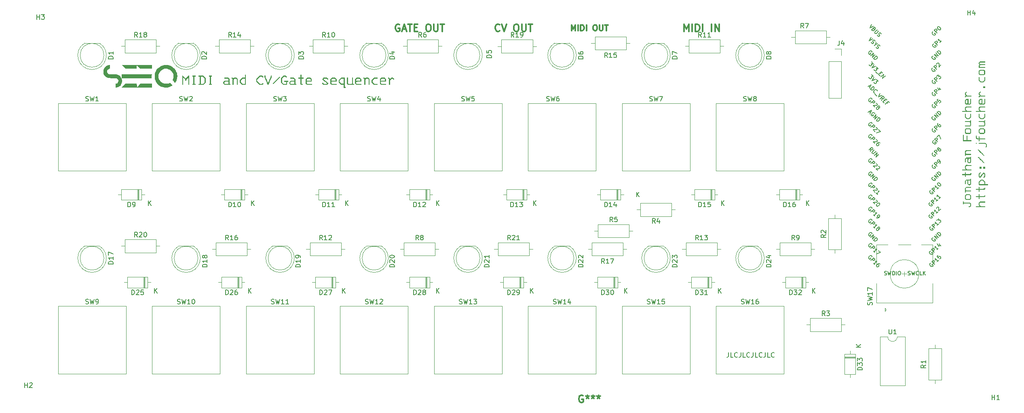
<source format=gbr>
%TF.GenerationSoftware,KiCad,Pcbnew,(6.0.10-0)*%
%TF.CreationDate,2022-12-28T18:35:22+01:00*%
%TF.ProjectId,seeq,73656571-2e6b-4696-9361-645f70636258,rev?*%
%TF.SameCoordinates,Original*%
%TF.FileFunction,Legend,Top*%
%TF.FilePolarity,Positive*%
%FSLAX46Y46*%
G04 Gerber Fmt 4.6, Leading zero omitted, Abs format (unit mm)*
G04 Created by KiCad (PCBNEW (6.0.10-0)) date 2022-12-28 18:35:22*
%MOMM*%
%LPD*%
G01*
G04 APERTURE LIST*
%ADD10C,0.200000*%
%ADD11C,0.300000*%
%ADD12C,0.150000*%
%ADD13C,0.120000*%
G04 APERTURE END LIST*
D10*
X177752952Y-95972380D02*
X177752952Y-96686666D01*
X177705333Y-96829523D01*
X177610095Y-96924761D01*
X177467238Y-96972380D01*
X177372000Y-96972380D01*
X178705333Y-96972380D02*
X178229142Y-96972380D01*
X178229142Y-95972380D01*
X179610095Y-96877142D02*
X179562476Y-96924761D01*
X179419619Y-96972380D01*
X179324380Y-96972380D01*
X179181523Y-96924761D01*
X179086285Y-96829523D01*
X179038666Y-96734285D01*
X178991047Y-96543809D01*
X178991047Y-96400952D01*
X179038666Y-96210476D01*
X179086285Y-96115238D01*
X179181523Y-96020000D01*
X179324380Y-95972380D01*
X179419619Y-95972380D01*
X179562476Y-96020000D01*
X179610095Y-96067619D01*
X180324380Y-95972380D02*
X180324380Y-96686666D01*
X180276761Y-96829523D01*
X180181523Y-96924761D01*
X180038666Y-96972380D01*
X179943428Y-96972380D01*
X181276761Y-96972380D02*
X180800571Y-96972380D01*
X180800571Y-95972380D01*
X182181523Y-96877142D02*
X182133904Y-96924761D01*
X181991047Y-96972380D01*
X181895809Y-96972380D01*
X181752952Y-96924761D01*
X181657714Y-96829523D01*
X181610095Y-96734285D01*
X181562476Y-96543809D01*
X181562476Y-96400952D01*
X181610095Y-96210476D01*
X181657714Y-96115238D01*
X181752952Y-96020000D01*
X181895809Y-95972380D01*
X181991047Y-95972380D01*
X182133904Y-96020000D01*
X182181523Y-96067619D01*
X182895809Y-95972380D02*
X182895809Y-96686666D01*
X182848190Y-96829523D01*
X182752952Y-96924761D01*
X182610095Y-96972380D01*
X182514857Y-96972380D01*
X183848190Y-96972380D02*
X183372000Y-96972380D01*
X183372000Y-95972380D01*
X184752952Y-96877142D02*
X184705333Y-96924761D01*
X184562476Y-96972380D01*
X184467238Y-96972380D01*
X184324380Y-96924761D01*
X184229142Y-96829523D01*
X184181523Y-96734285D01*
X184133904Y-96543809D01*
X184133904Y-96400952D01*
X184181523Y-96210476D01*
X184229142Y-96115238D01*
X184324380Y-96020000D01*
X184467238Y-95972380D01*
X184562476Y-95972380D01*
X184705333Y-96020000D01*
X184752952Y-96067619D01*
X185467238Y-95972380D02*
X185467238Y-96686666D01*
X185419619Y-96829523D01*
X185324380Y-96924761D01*
X185181523Y-96972380D01*
X185086285Y-96972380D01*
X186419619Y-96972380D02*
X185943428Y-96972380D01*
X185943428Y-95972380D01*
X187324380Y-96877142D02*
X187276761Y-96924761D01*
X187133904Y-96972380D01*
X187038666Y-96972380D01*
X186895809Y-96924761D01*
X186800571Y-96829523D01*
X186752952Y-96734285D01*
X186705333Y-96543809D01*
X186705333Y-96400952D01*
X186752952Y-96210476D01*
X186800571Y-96115238D01*
X186895809Y-96020000D01*
X187038666Y-95972380D01*
X187133904Y-95972380D01*
X187276761Y-96020000D01*
X187324380Y-96067619D01*
D11*
X129822142Y-28475714D02*
X129750714Y-28547142D01*
X129536428Y-28618571D01*
X129393571Y-28618571D01*
X129179285Y-28547142D01*
X129036428Y-28404285D01*
X128965000Y-28261428D01*
X128893571Y-27975714D01*
X128893571Y-27761428D01*
X128965000Y-27475714D01*
X129036428Y-27332857D01*
X129179285Y-27190000D01*
X129393571Y-27118571D01*
X129536428Y-27118571D01*
X129750714Y-27190000D01*
X129822142Y-27261428D01*
X130250714Y-27118571D02*
X130750714Y-28618571D01*
X131250714Y-27118571D01*
X133179285Y-27118571D02*
X133465000Y-27118571D01*
X133607857Y-27190000D01*
X133750714Y-27332857D01*
X133822142Y-27618571D01*
X133822142Y-28118571D01*
X133750714Y-28404285D01*
X133607857Y-28547142D01*
X133465000Y-28618571D01*
X133179285Y-28618571D01*
X133036428Y-28547142D01*
X132893571Y-28404285D01*
X132822142Y-28118571D01*
X132822142Y-27618571D01*
X132893571Y-27332857D01*
X133036428Y-27190000D01*
X133179285Y-27118571D01*
X134465000Y-27118571D02*
X134465000Y-28332857D01*
X134536428Y-28475714D01*
X134607857Y-28547142D01*
X134750714Y-28618571D01*
X135036428Y-28618571D01*
X135179285Y-28547142D01*
X135250714Y-28475714D01*
X135322142Y-28332857D01*
X135322142Y-27118571D01*
X135822142Y-27118571D02*
X136679285Y-27118571D01*
X136250714Y-28618571D02*
X136250714Y-27118571D01*
X108815714Y-27190000D02*
X108672857Y-27118571D01*
X108458571Y-27118571D01*
X108244285Y-27190000D01*
X108101428Y-27332857D01*
X108030000Y-27475714D01*
X107958571Y-27761428D01*
X107958571Y-27975714D01*
X108030000Y-28261428D01*
X108101428Y-28404285D01*
X108244285Y-28547142D01*
X108458571Y-28618571D01*
X108601428Y-28618571D01*
X108815714Y-28547142D01*
X108887142Y-28475714D01*
X108887142Y-27975714D01*
X108601428Y-27975714D01*
X109458571Y-28190000D02*
X110172857Y-28190000D01*
X109315714Y-28618571D02*
X109815714Y-27118571D01*
X110315714Y-28618571D01*
X110601428Y-27118571D02*
X111458571Y-27118571D01*
X111030000Y-28618571D02*
X111030000Y-27118571D01*
X111958571Y-27832857D02*
X112458571Y-27832857D01*
X112672857Y-28618571D02*
X111958571Y-28618571D01*
X111958571Y-27118571D01*
X112672857Y-27118571D01*
X114744285Y-27118571D02*
X115030000Y-27118571D01*
X115172857Y-27190000D01*
X115315714Y-27332857D01*
X115387142Y-27618571D01*
X115387142Y-28118571D01*
X115315714Y-28404285D01*
X115172857Y-28547142D01*
X115030000Y-28618571D01*
X114744285Y-28618571D01*
X114601428Y-28547142D01*
X114458571Y-28404285D01*
X114387142Y-28118571D01*
X114387142Y-27618571D01*
X114458571Y-27332857D01*
X114601428Y-27190000D01*
X114744285Y-27118571D01*
X116030000Y-27118571D02*
X116030000Y-28332857D01*
X116101428Y-28475714D01*
X116172857Y-28547142D01*
X116315714Y-28618571D01*
X116601428Y-28618571D01*
X116744285Y-28547142D01*
X116815714Y-28475714D01*
X116887142Y-28332857D01*
X116887142Y-27118571D01*
X117387142Y-27118571D02*
X118244285Y-27118571D01*
X117815714Y-28618571D02*
X117815714Y-27118571D01*
%TO.C,G\u002A\u002A\u002A*%
X147265528Y-105005346D02*
X147120385Y-104932774D01*
X146902671Y-104932774D01*
X146684957Y-105005346D01*
X146539814Y-105150488D01*
X146467242Y-105295631D01*
X146394671Y-105585917D01*
X146394671Y-105803631D01*
X146467242Y-106093917D01*
X146539814Y-106239060D01*
X146684957Y-106384203D01*
X146902671Y-106456774D01*
X147047814Y-106456774D01*
X147265528Y-106384203D01*
X147338100Y-106311631D01*
X147338100Y-105803631D01*
X147047814Y-105803631D01*
X148208957Y-104932774D02*
X148208957Y-105295631D01*
X147846100Y-105150488D02*
X148208957Y-105295631D01*
X148571814Y-105150488D01*
X147991242Y-105585917D02*
X148208957Y-105295631D01*
X148426671Y-105585917D01*
X149370100Y-104932774D02*
X149370100Y-105295631D01*
X149007242Y-105150488D02*
X149370100Y-105295631D01*
X149732957Y-105150488D01*
X149152385Y-105585917D02*
X149370100Y-105295631D01*
X149587814Y-105585917D01*
X150531242Y-104932774D02*
X150531242Y-105295631D01*
X150168385Y-105150488D02*
X150531242Y-105295631D01*
X150894100Y-105150488D01*
X150313528Y-105585917D02*
X150531242Y-105295631D01*
X150748957Y-105585917D01*
D12*
%TO.C,SW16*%
X180435476Y-85749761D02*
X180578333Y-85797380D01*
X180816428Y-85797380D01*
X180911666Y-85749761D01*
X180959285Y-85702142D01*
X181006904Y-85606904D01*
X181006904Y-85511666D01*
X180959285Y-85416428D01*
X180911666Y-85368809D01*
X180816428Y-85321190D01*
X180625952Y-85273571D01*
X180530714Y-85225952D01*
X180483095Y-85178333D01*
X180435476Y-85083095D01*
X180435476Y-84987857D01*
X180483095Y-84892619D01*
X180530714Y-84845000D01*
X180625952Y-84797380D01*
X180864047Y-84797380D01*
X181006904Y-84845000D01*
X181340238Y-84797380D02*
X181578333Y-85797380D01*
X181768809Y-85083095D01*
X181959285Y-85797380D01*
X182197380Y-84797380D01*
X183102142Y-85797380D02*
X182530714Y-85797380D01*
X182816428Y-85797380D02*
X182816428Y-84797380D01*
X182721190Y-84940238D01*
X182625952Y-85035476D01*
X182530714Y-85083095D01*
X183959285Y-84797380D02*
X183768809Y-84797380D01*
X183673571Y-84845000D01*
X183625952Y-84892619D01*
X183530714Y-85035476D01*
X183483095Y-85225952D01*
X183483095Y-85606904D01*
X183530714Y-85702142D01*
X183578333Y-85749761D01*
X183673571Y-85797380D01*
X183864047Y-85797380D01*
X183959285Y-85749761D01*
X184006904Y-85702142D01*
X184054523Y-85606904D01*
X184054523Y-85368809D01*
X184006904Y-85273571D01*
X183959285Y-85225952D01*
X183864047Y-85178333D01*
X183673571Y-85178333D01*
X183578333Y-85225952D01*
X183530714Y-85273571D01*
X183483095Y-85368809D01*
%TO.C,SW15*%
X160750476Y-85749761D02*
X160893333Y-85797380D01*
X161131428Y-85797380D01*
X161226666Y-85749761D01*
X161274285Y-85702142D01*
X161321904Y-85606904D01*
X161321904Y-85511666D01*
X161274285Y-85416428D01*
X161226666Y-85368809D01*
X161131428Y-85321190D01*
X160940952Y-85273571D01*
X160845714Y-85225952D01*
X160798095Y-85178333D01*
X160750476Y-85083095D01*
X160750476Y-84987857D01*
X160798095Y-84892619D01*
X160845714Y-84845000D01*
X160940952Y-84797380D01*
X161179047Y-84797380D01*
X161321904Y-84845000D01*
X161655238Y-84797380D02*
X161893333Y-85797380D01*
X162083809Y-85083095D01*
X162274285Y-85797380D01*
X162512380Y-84797380D01*
X163417142Y-85797380D02*
X162845714Y-85797380D01*
X163131428Y-85797380D02*
X163131428Y-84797380D01*
X163036190Y-84940238D01*
X162940952Y-85035476D01*
X162845714Y-85083095D01*
X164321904Y-84797380D02*
X163845714Y-84797380D01*
X163798095Y-85273571D01*
X163845714Y-85225952D01*
X163940952Y-85178333D01*
X164179047Y-85178333D01*
X164274285Y-85225952D01*
X164321904Y-85273571D01*
X164369523Y-85368809D01*
X164369523Y-85606904D01*
X164321904Y-85702142D01*
X164274285Y-85749761D01*
X164179047Y-85797380D01*
X163940952Y-85797380D01*
X163845714Y-85749761D01*
X163798095Y-85702142D01*
%TO.C,SW14*%
X141065476Y-85749761D02*
X141208333Y-85797380D01*
X141446428Y-85797380D01*
X141541666Y-85749761D01*
X141589285Y-85702142D01*
X141636904Y-85606904D01*
X141636904Y-85511666D01*
X141589285Y-85416428D01*
X141541666Y-85368809D01*
X141446428Y-85321190D01*
X141255952Y-85273571D01*
X141160714Y-85225952D01*
X141113095Y-85178333D01*
X141065476Y-85083095D01*
X141065476Y-84987857D01*
X141113095Y-84892619D01*
X141160714Y-84845000D01*
X141255952Y-84797380D01*
X141494047Y-84797380D01*
X141636904Y-84845000D01*
X141970238Y-84797380D02*
X142208333Y-85797380D01*
X142398809Y-85083095D01*
X142589285Y-85797380D01*
X142827380Y-84797380D01*
X143732142Y-85797380D02*
X143160714Y-85797380D01*
X143446428Y-85797380D02*
X143446428Y-84797380D01*
X143351190Y-84940238D01*
X143255952Y-85035476D01*
X143160714Y-85083095D01*
X144589285Y-85130714D02*
X144589285Y-85797380D01*
X144351190Y-84749761D02*
X144113095Y-85464047D01*
X144732142Y-85464047D01*
%TO.C,SW13*%
X121380476Y-85749761D02*
X121523333Y-85797380D01*
X121761428Y-85797380D01*
X121856666Y-85749761D01*
X121904285Y-85702142D01*
X121951904Y-85606904D01*
X121951904Y-85511666D01*
X121904285Y-85416428D01*
X121856666Y-85368809D01*
X121761428Y-85321190D01*
X121570952Y-85273571D01*
X121475714Y-85225952D01*
X121428095Y-85178333D01*
X121380476Y-85083095D01*
X121380476Y-84987857D01*
X121428095Y-84892619D01*
X121475714Y-84845000D01*
X121570952Y-84797380D01*
X121809047Y-84797380D01*
X121951904Y-84845000D01*
X122285238Y-84797380D02*
X122523333Y-85797380D01*
X122713809Y-85083095D01*
X122904285Y-85797380D01*
X123142380Y-84797380D01*
X124047142Y-85797380D02*
X123475714Y-85797380D01*
X123761428Y-85797380D02*
X123761428Y-84797380D01*
X123666190Y-84940238D01*
X123570952Y-85035476D01*
X123475714Y-85083095D01*
X124380476Y-84797380D02*
X124999523Y-84797380D01*
X124666190Y-85178333D01*
X124809047Y-85178333D01*
X124904285Y-85225952D01*
X124951904Y-85273571D01*
X124999523Y-85368809D01*
X124999523Y-85606904D01*
X124951904Y-85702142D01*
X124904285Y-85749761D01*
X124809047Y-85797380D01*
X124523333Y-85797380D01*
X124428095Y-85749761D01*
X124380476Y-85702142D01*
%TO.C,SW12*%
X101695476Y-85749761D02*
X101838333Y-85797380D01*
X102076428Y-85797380D01*
X102171666Y-85749761D01*
X102219285Y-85702142D01*
X102266904Y-85606904D01*
X102266904Y-85511666D01*
X102219285Y-85416428D01*
X102171666Y-85368809D01*
X102076428Y-85321190D01*
X101885952Y-85273571D01*
X101790714Y-85225952D01*
X101743095Y-85178333D01*
X101695476Y-85083095D01*
X101695476Y-84987857D01*
X101743095Y-84892619D01*
X101790714Y-84845000D01*
X101885952Y-84797380D01*
X102124047Y-84797380D01*
X102266904Y-84845000D01*
X102600238Y-84797380D02*
X102838333Y-85797380D01*
X103028809Y-85083095D01*
X103219285Y-85797380D01*
X103457380Y-84797380D01*
X104362142Y-85797380D02*
X103790714Y-85797380D01*
X104076428Y-85797380D02*
X104076428Y-84797380D01*
X103981190Y-84940238D01*
X103885952Y-85035476D01*
X103790714Y-85083095D01*
X104743095Y-84892619D02*
X104790714Y-84845000D01*
X104885952Y-84797380D01*
X105124047Y-84797380D01*
X105219285Y-84845000D01*
X105266904Y-84892619D01*
X105314523Y-84987857D01*
X105314523Y-85083095D01*
X105266904Y-85225952D01*
X104695476Y-85797380D01*
X105314523Y-85797380D01*
%TO.C,SW11*%
X82010476Y-85749761D02*
X82153333Y-85797380D01*
X82391428Y-85797380D01*
X82486666Y-85749761D01*
X82534285Y-85702142D01*
X82581904Y-85606904D01*
X82581904Y-85511666D01*
X82534285Y-85416428D01*
X82486666Y-85368809D01*
X82391428Y-85321190D01*
X82200952Y-85273571D01*
X82105714Y-85225952D01*
X82058095Y-85178333D01*
X82010476Y-85083095D01*
X82010476Y-84987857D01*
X82058095Y-84892619D01*
X82105714Y-84845000D01*
X82200952Y-84797380D01*
X82439047Y-84797380D01*
X82581904Y-84845000D01*
X82915238Y-84797380D02*
X83153333Y-85797380D01*
X83343809Y-85083095D01*
X83534285Y-85797380D01*
X83772380Y-84797380D01*
X84677142Y-85797380D02*
X84105714Y-85797380D01*
X84391428Y-85797380D02*
X84391428Y-84797380D01*
X84296190Y-84940238D01*
X84200952Y-85035476D01*
X84105714Y-85083095D01*
X85629523Y-85797380D02*
X85058095Y-85797380D01*
X85343809Y-85797380D02*
X85343809Y-84797380D01*
X85248571Y-84940238D01*
X85153333Y-85035476D01*
X85058095Y-85083095D01*
%TO.C,SW10*%
X62325476Y-85749761D02*
X62468333Y-85797380D01*
X62706428Y-85797380D01*
X62801666Y-85749761D01*
X62849285Y-85702142D01*
X62896904Y-85606904D01*
X62896904Y-85511666D01*
X62849285Y-85416428D01*
X62801666Y-85368809D01*
X62706428Y-85321190D01*
X62515952Y-85273571D01*
X62420714Y-85225952D01*
X62373095Y-85178333D01*
X62325476Y-85083095D01*
X62325476Y-84987857D01*
X62373095Y-84892619D01*
X62420714Y-84845000D01*
X62515952Y-84797380D01*
X62754047Y-84797380D01*
X62896904Y-84845000D01*
X63230238Y-84797380D02*
X63468333Y-85797380D01*
X63658809Y-85083095D01*
X63849285Y-85797380D01*
X64087380Y-84797380D01*
X64992142Y-85797380D02*
X64420714Y-85797380D01*
X64706428Y-85797380D02*
X64706428Y-84797380D01*
X64611190Y-84940238D01*
X64515952Y-85035476D01*
X64420714Y-85083095D01*
X65611190Y-84797380D02*
X65706428Y-84797380D01*
X65801666Y-84845000D01*
X65849285Y-84892619D01*
X65896904Y-84987857D01*
X65944523Y-85178333D01*
X65944523Y-85416428D01*
X65896904Y-85606904D01*
X65849285Y-85702142D01*
X65801666Y-85749761D01*
X65706428Y-85797380D01*
X65611190Y-85797380D01*
X65515952Y-85749761D01*
X65468333Y-85702142D01*
X65420714Y-85606904D01*
X65373095Y-85416428D01*
X65373095Y-85178333D01*
X65420714Y-84987857D01*
X65468333Y-84892619D01*
X65515952Y-84845000D01*
X65611190Y-84797380D01*
%TO.C,SW9*%
X43116666Y-85749761D02*
X43259523Y-85797380D01*
X43497619Y-85797380D01*
X43592857Y-85749761D01*
X43640476Y-85702142D01*
X43688095Y-85606904D01*
X43688095Y-85511666D01*
X43640476Y-85416428D01*
X43592857Y-85368809D01*
X43497619Y-85321190D01*
X43307142Y-85273571D01*
X43211904Y-85225952D01*
X43164285Y-85178333D01*
X43116666Y-85083095D01*
X43116666Y-84987857D01*
X43164285Y-84892619D01*
X43211904Y-84845000D01*
X43307142Y-84797380D01*
X43545238Y-84797380D01*
X43688095Y-84845000D01*
X44021428Y-84797380D02*
X44259523Y-85797380D01*
X44450000Y-85083095D01*
X44640476Y-85797380D01*
X44878571Y-84797380D01*
X45307142Y-85797380D02*
X45497619Y-85797380D01*
X45592857Y-85749761D01*
X45640476Y-85702142D01*
X45735714Y-85559285D01*
X45783333Y-85368809D01*
X45783333Y-84987857D01*
X45735714Y-84892619D01*
X45688095Y-84845000D01*
X45592857Y-84797380D01*
X45402380Y-84797380D01*
X45307142Y-84845000D01*
X45259523Y-84892619D01*
X45211904Y-84987857D01*
X45211904Y-85225952D01*
X45259523Y-85321190D01*
X45307142Y-85368809D01*
X45402380Y-85416428D01*
X45592857Y-85416428D01*
X45688095Y-85368809D01*
X45735714Y-85321190D01*
X45783333Y-85225952D01*
%TO.C,SW8*%
X180911666Y-43204761D02*
X181054523Y-43252380D01*
X181292619Y-43252380D01*
X181387857Y-43204761D01*
X181435476Y-43157142D01*
X181483095Y-43061904D01*
X181483095Y-42966666D01*
X181435476Y-42871428D01*
X181387857Y-42823809D01*
X181292619Y-42776190D01*
X181102142Y-42728571D01*
X181006904Y-42680952D01*
X180959285Y-42633333D01*
X180911666Y-42538095D01*
X180911666Y-42442857D01*
X180959285Y-42347619D01*
X181006904Y-42300000D01*
X181102142Y-42252380D01*
X181340238Y-42252380D01*
X181483095Y-42300000D01*
X181816428Y-42252380D02*
X182054523Y-43252380D01*
X182245000Y-42538095D01*
X182435476Y-43252380D01*
X182673571Y-42252380D01*
X183197380Y-42680952D02*
X183102142Y-42633333D01*
X183054523Y-42585714D01*
X183006904Y-42490476D01*
X183006904Y-42442857D01*
X183054523Y-42347619D01*
X183102142Y-42300000D01*
X183197380Y-42252380D01*
X183387857Y-42252380D01*
X183483095Y-42300000D01*
X183530714Y-42347619D01*
X183578333Y-42442857D01*
X183578333Y-42490476D01*
X183530714Y-42585714D01*
X183483095Y-42633333D01*
X183387857Y-42680952D01*
X183197380Y-42680952D01*
X183102142Y-42728571D01*
X183054523Y-42776190D01*
X183006904Y-42871428D01*
X183006904Y-43061904D01*
X183054523Y-43157142D01*
X183102142Y-43204761D01*
X183197380Y-43252380D01*
X183387857Y-43252380D01*
X183483095Y-43204761D01*
X183530714Y-43157142D01*
X183578333Y-43061904D01*
X183578333Y-42871428D01*
X183530714Y-42776190D01*
X183483095Y-42728571D01*
X183387857Y-42680952D01*
%TO.C,SW7*%
X161226666Y-43204761D02*
X161369523Y-43252380D01*
X161607619Y-43252380D01*
X161702857Y-43204761D01*
X161750476Y-43157142D01*
X161798095Y-43061904D01*
X161798095Y-42966666D01*
X161750476Y-42871428D01*
X161702857Y-42823809D01*
X161607619Y-42776190D01*
X161417142Y-42728571D01*
X161321904Y-42680952D01*
X161274285Y-42633333D01*
X161226666Y-42538095D01*
X161226666Y-42442857D01*
X161274285Y-42347619D01*
X161321904Y-42300000D01*
X161417142Y-42252380D01*
X161655238Y-42252380D01*
X161798095Y-42300000D01*
X162131428Y-42252380D02*
X162369523Y-43252380D01*
X162560000Y-42538095D01*
X162750476Y-43252380D01*
X162988571Y-42252380D01*
X163274285Y-42252380D02*
X163940952Y-42252380D01*
X163512380Y-43252380D01*
%TO.C,SW6*%
X139636666Y-43204761D02*
X139779523Y-43252380D01*
X140017619Y-43252380D01*
X140112857Y-43204761D01*
X140160476Y-43157142D01*
X140208095Y-43061904D01*
X140208095Y-42966666D01*
X140160476Y-42871428D01*
X140112857Y-42823809D01*
X140017619Y-42776190D01*
X139827142Y-42728571D01*
X139731904Y-42680952D01*
X139684285Y-42633333D01*
X139636666Y-42538095D01*
X139636666Y-42442857D01*
X139684285Y-42347619D01*
X139731904Y-42300000D01*
X139827142Y-42252380D01*
X140065238Y-42252380D01*
X140208095Y-42300000D01*
X140541428Y-42252380D02*
X140779523Y-43252380D01*
X140970000Y-42538095D01*
X141160476Y-43252380D01*
X141398571Y-42252380D01*
X142208095Y-42252380D02*
X142017619Y-42252380D01*
X141922380Y-42300000D01*
X141874761Y-42347619D01*
X141779523Y-42490476D01*
X141731904Y-42680952D01*
X141731904Y-43061904D01*
X141779523Y-43157142D01*
X141827142Y-43204761D01*
X141922380Y-43252380D01*
X142112857Y-43252380D01*
X142208095Y-43204761D01*
X142255714Y-43157142D01*
X142303333Y-43061904D01*
X142303333Y-42823809D01*
X142255714Y-42728571D01*
X142208095Y-42680952D01*
X142112857Y-42633333D01*
X141922380Y-42633333D01*
X141827142Y-42680952D01*
X141779523Y-42728571D01*
X141731904Y-42823809D01*
%TO.C,SW5*%
X121856666Y-43204761D02*
X121999523Y-43252380D01*
X122237619Y-43252380D01*
X122332857Y-43204761D01*
X122380476Y-43157142D01*
X122428095Y-43061904D01*
X122428095Y-42966666D01*
X122380476Y-42871428D01*
X122332857Y-42823809D01*
X122237619Y-42776190D01*
X122047142Y-42728571D01*
X121951904Y-42680952D01*
X121904285Y-42633333D01*
X121856666Y-42538095D01*
X121856666Y-42442857D01*
X121904285Y-42347619D01*
X121951904Y-42300000D01*
X122047142Y-42252380D01*
X122285238Y-42252380D01*
X122428095Y-42300000D01*
X122761428Y-42252380D02*
X122999523Y-43252380D01*
X123190000Y-42538095D01*
X123380476Y-43252380D01*
X123618571Y-42252380D01*
X124475714Y-42252380D02*
X123999523Y-42252380D01*
X123951904Y-42728571D01*
X123999523Y-42680952D01*
X124094761Y-42633333D01*
X124332857Y-42633333D01*
X124428095Y-42680952D01*
X124475714Y-42728571D01*
X124523333Y-42823809D01*
X124523333Y-43061904D01*
X124475714Y-43157142D01*
X124428095Y-43204761D01*
X124332857Y-43252380D01*
X124094761Y-43252380D01*
X123999523Y-43204761D01*
X123951904Y-43157142D01*
%TO.C,SW4*%
X102171666Y-43204761D02*
X102314523Y-43252380D01*
X102552619Y-43252380D01*
X102647857Y-43204761D01*
X102695476Y-43157142D01*
X102743095Y-43061904D01*
X102743095Y-42966666D01*
X102695476Y-42871428D01*
X102647857Y-42823809D01*
X102552619Y-42776190D01*
X102362142Y-42728571D01*
X102266904Y-42680952D01*
X102219285Y-42633333D01*
X102171666Y-42538095D01*
X102171666Y-42442857D01*
X102219285Y-42347619D01*
X102266904Y-42300000D01*
X102362142Y-42252380D01*
X102600238Y-42252380D01*
X102743095Y-42300000D01*
X103076428Y-42252380D02*
X103314523Y-43252380D01*
X103505000Y-42538095D01*
X103695476Y-43252380D01*
X103933571Y-42252380D01*
X104743095Y-42585714D02*
X104743095Y-43252380D01*
X104505000Y-42204761D02*
X104266904Y-42919047D01*
X104885952Y-42919047D01*
%TO.C,SW3*%
X82486666Y-43204761D02*
X82629523Y-43252380D01*
X82867619Y-43252380D01*
X82962857Y-43204761D01*
X83010476Y-43157142D01*
X83058095Y-43061904D01*
X83058095Y-42966666D01*
X83010476Y-42871428D01*
X82962857Y-42823809D01*
X82867619Y-42776190D01*
X82677142Y-42728571D01*
X82581904Y-42680952D01*
X82534285Y-42633333D01*
X82486666Y-42538095D01*
X82486666Y-42442857D01*
X82534285Y-42347619D01*
X82581904Y-42300000D01*
X82677142Y-42252380D01*
X82915238Y-42252380D01*
X83058095Y-42300000D01*
X83391428Y-42252380D02*
X83629523Y-43252380D01*
X83820000Y-42538095D01*
X84010476Y-43252380D01*
X84248571Y-42252380D01*
X84534285Y-42252380D02*
X85153333Y-42252380D01*
X84820000Y-42633333D01*
X84962857Y-42633333D01*
X85058095Y-42680952D01*
X85105714Y-42728571D01*
X85153333Y-42823809D01*
X85153333Y-43061904D01*
X85105714Y-43157142D01*
X85058095Y-43204761D01*
X84962857Y-43252380D01*
X84677142Y-43252380D01*
X84581904Y-43204761D01*
X84534285Y-43157142D01*
%TO.C,SW2*%
X62801666Y-43204761D02*
X62944523Y-43252380D01*
X63182619Y-43252380D01*
X63277857Y-43204761D01*
X63325476Y-43157142D01*
X63373095Y-43061904D01*
X63373095Y-42966666D01*
X63325476Y-42871428D01*
X63277857Y-42823809D01*
X63182619Y-42776190D01*
X62992142Y-42728571D01*
X62896904Y-42680952D01*
X62849285Y-42633333D01*
X62801666Y-42538095D01*
X62801666Y-42442857D01*
X62849285Y-42347619D01*
X62896904Y-42300000D01*
X62992142Y-42252380D01*
X63230238Y-42252380D01*
X63373095Y-42300000D01*
X63706428Y-42252380D02*
X63944523Y-43252380D01*
X64135000Y-42538095D01*
X64325476Y-43252380D01*
X64563571Y-42252380D01*
X64896904Y-42347619D02*
X64944523Y-42300000D01*
X65039761Y-42252380D01*
X65277857Y-42252380D01*
X65373095Y-42300000D01*
X65420714Y-42347619D01*
X65468333Y-42442857D01*
X65468333Y-42538095D01*
X65420714Y-42680952D01*
X64849285Y-43252380D01*
X65468333Y-43252380D01*
%TO.C,SW1*%
X43116666Y-43204761D02*
X43259523Y-43252380D01*
X43497619Y-43252380D01*
X43592857Y-43204761D01*
X43640476Y-43157142D01*
X43688095Y-43061904D01*
X43688095Y-42966666D01*
X43640476Y-42871428D01*
X43592857Y-42823809D01*
X43497619Y-42776190D01*
X43307142Y-42728571D01*
X43211904Y-42680952D01*
X43164285Y-42633333D01*
X43116666Y-42538095D01*
X43116666Y-42442857D01*
X43164285Y-42347619D01*
X43211904Y-42300000D01*
X43307142Y-42252380D01*
X43545238Y-42252380D01*
X43688095Y-42300000D01*
X44021428Y-42252380D02*
X44259523Y-43252380D01*
X44450000Y-42538095D01*
X44640476Y-43252380D01*
X44878571Y-42252380D01*
X45783333Y-43252380D02*
X45211904Y-43252380D01*
X45497619Y-43252380D02*
X45497619Y-42252380D01*
X45402380Y-42395238D01*
X45307142Y-42490476D01*
X45211904Y-42538095D01*
%TO.C,D10*%
X73080714Y-65437380D02*
X73080714Y-64437380D01*
X73318809Y-64437380D01*
X73461666Y-64485000D01*
X73556904Y-64580238D01*
X73604523Y-64675476D01*
X73652142Y-64865952D01*
X73652142Y-65008809D01*
X73604523Y-65199285D01*
X73556904Y-65294523D01*
X73461666Y-65389761D01*
X73318809Y-65437380D01*
X73080714Y-65437380D01*
X74604523Y-65437380D02*
X74033095Y-65437380D01*
X74318809Y-65437380D02*
X74318809Y-64437380D01*
X74223571Y-64580238D01*
X74128333Y-64675476D01*
X74033095Y-64723095D01*
X75223571Y-64437380D02*
X75318809Y-64437380D01*
X75414047Y-64485000D01*
X75461666Y-64532619D01*
X75509285Y-64627857D01*
X75556904Y-64818333D01*
X75556904Y-65056428D01*
X75509285Y-65246904D01*
X75461666Y-65342142D01*
X75414047Y-65389761D01*
X75318809Y-65437380D01*
X75223571Y-65437380D01*
X75128333Y-65389761D01*
X75080714Y-65342142D01*
X75033095Y-65246904D01*
X74985476Y-65056428D01*
X74985476Y-64818333D01*
X75033095Y-64627857D01*
X75080714Y-64532619D01*
X75128333Y-64485000D01*
X75223571Y-64437380D01*
X77843095Y-65117380D02*
X77843095Y-64117380D01*
X78414523Y-65117380D02*
X77985952Y-64545952D01*
X78414523Y-64117380D02*
X77843095Y-64688809D01*
%TO.C,R10*%
X93337142Y-29832380D02*
X93003809Y-29356190D01*
X92765714Y-29832380D02*
X92765714Y-28832380D01*
X93146666Y-28832380D01*
X93241904Y-28880000D01*
X93289523Y-28927619D01*
X93337142Y-29022857D01*
X93337142Y-29165714D01*
X93289523Y-29260952D01*
X93241904Y-29308571D01*
X93146666Y-29356190D01*
X92765714Y-29356190D01*
X94289523Y-29832380D02*
X93718095Y-29832380D01*
X94003809Y-29832380D02*
X94003809Y-28832380D01*
X93908571Y-28975238D01*
X93813333Y-29070476D01*
X93718095Y-29118095D01*
X94908571Y-28832380D02*
X95003809Y-28832380D01*
X95099047Y-28880000D01*
X95146666Y-28927619D01*
X95194285Y-29022857D01*
X95241904Y-29213333D01*
X95241904Y-29451428D01*
X95194285Y-29641904D01*
X95146666Y-29737142D01*
X95099047Y-29784761D01*
X95003809Y-29832380D01*
X94908571Y-29832380D01*
X94813333Y-29784761D01*
X94765714Y-29737142D01*
X94718095Y-29641904D01*
X94670476Y-29451428D01*
X94670476Y-29213333D01*
X94718095Y-29022857D01*
X94765714Y-28927619D01*
X94813333Y-28880000D01*
X94908571Y-28832380D01*
%TO.C,R16*%
X73017142Y-72377380D02*
X72683809Y-71901190D01*
X72445714Y-72377380D02*
X72445714Y-71377380D01*
X72826666Y-71377380D01*
X72921904Y-71425000D01*
X72969523Y-71472619D01*
X73017142Y-71567857D01*
X73017142Y-71710714D01*
X72969523Y-71805952D01*
X72921904Y-71853571D01*
X72826666Y-71901190D01*
X72445714Y-71901190D01*
X73969523Y-72377380D02*
X73398095Y-72377380D01*
X73683809Y-72377380D02*
X73683809Y-71377380D01*
X73588571Y-71520238D01*
X73493333Y-71615476D01*
X73398095Y-71663095D01*
X74826666Y-71377380D02*
X74636190Y-71377380D01*
X74540952Y-71425000D01*
X74493333Y-71472619D01*
X74398095Y-71615476D01*
X74350476Y-71805952D01*
X74350476Y-72186904D01*
X74398095Y-72282142D01*
X74445714Y-72329761D01*
X74540952Y-72377380D01*
X74731428Y-72377380D01*
X74826666Y-72329761D01*
X74874285Y-72282142D01*
X74921904Y-72186904D01*
X74921904Y-71948809D01*
X74874285Y-71853571D01*
X74826666Y-71805952D01*
X74731428Y-71758333D01*
X74540952Y-71758333D01*
X74445714Y-71805952D01*
X74398095Y-71853571D01*
X74350476Y-71948809D01*
%TO.C,U1*%
X211338095Y-91112380D02*
X211338095Y-91921904D01*
X211385714Y-92017142D01*
X211433333Y-92064761D01*
X211528571Y-92112380D01*
X211719047Y-92112380D01*
X211814285Y-92064761D01*
X211861904Y-92017142D01*
X211909523Y-91921904D01*
X211909523Y-91112380D01*
X212909523Y-92112380D02*
X212338095Y-92112380D01*
X212623809Y-92112380D02*
X212623809Y-91112380D01*
X212528571Y-91255238D01*
X212433333Y-91350476D01*
X212338095Y-91398095D01*
%TO.C,D31*%
X170870714Y-83852380D02*
X170870714Y-82852380D01*
X171108809Y-82852380D01*
X171251666Y-82900000D01*
X171346904Y-82995238D01*
X171394523Y-83090476D01*
X171442142Y-83280952D01*
X171442142Y-83423809D01*
X171394523Y-83614285D01*
X171346904Y-83709523D01*
X171251666Y-83804761D01*
X171108809Y-83852380D01*
X170870714Y-83852380D01*
X171775476Y-82852380D02*
X172394523Y-82852380D01*
X172061190Y-83233333D01*
X172204047Y-83233333D01*
X172299285Y-83280952D01*
X172346904Y-83328571D01*
X172394523Y-83423809D01*
X172394523Y-83661904D01*
X172346904Y-83757142D01*
X172299285Y-83804761D01*
X172204047Y-83852380D01*
X171918333Y-83852380D01*
X171823095Y-83804761D01*
X171775476Y-83757142D01*
X173346904Y-83852380D02*
X172775476Y-83852380D01*
X173061190Y-83852380D02*
X173061190Y-82852380D01*
X172965952Y-82995238D01*
X172870714Y-83090476D01*
X172775476Y-83138095D01*
X175633095Y-83532380D02*
X175633095Y-82532380D01*
X176204523Y-83532380D02*
X175775952Y-82960952D01*
X176204523Y-82532380D02*
X175633095Y-83103809D01*
%TO.C,D24*%
X186657380Y-78049285D02*
X185657380Y-78049285D01*
X185657380Y-77811190D01*
X185705000Y-77668333D01*
X185800238Y-77573095D01*
X185895476Y-77525476D01*
X186085952Y-77477857D01*
X186228809Y-77477857D01*
X186419285Y-77525476D01*
X186514523Y-77573095D01*
X186609761Y-77668333D01*
X186657380Y-77811190D01*
X186657380Y-78049285D01*
X185752619Y-77096904D02*
X185705000Y-77049285D01*
X185657380Y-76954047D01*
X185657380Y-76715952D01*
X185705000Y-76620714D01*
X185752619Y-76573095D01*
X185847857Y-76525476D01*
X185943095Y-76525476D01*
X186085952Y-76573095D01*
X186657380Y-77144523D01*
X186657380Y-76525476D01*
X185990714Y-75668333D02*
X186657380Y-75668333D01*
X185609761Y-75906428D02*
X186324047Y-76144523D01*
X186324047Y-75525476D01*
%TO.C,D7*%
X166972380Y-34388095D02*
X165972380Y-34388095D01*
X165972380Y-34150000D01*
X166020000Y-34007142D01*
X166115238Y-33911904D01*
X166210476Y-33864285D01*
X166400952Y-33816666D01*
X166543809Y-33816666D01*
X166734285Y-33864285D01*
X166829523Y-33911904D01*
X166924761Y-34007142D01*
X166972380Y-34150000D01*
X166972380Y-34388095D01*
X165972380Y-33483333D02*
X165972380Y-32816666D01*
X166972380Y-33245238D01*
%TO.C,D33*%
X205772380Y-99639285D02*
X204772380Y-99639285D01*
X204772380Y-99401190D01*
X204820000Y-99258333D01*
X204915238Y-99163095D01*
X205010476Y-99115476D01*
X205200952Y-99067857D01*
X205343809Y-99067857D01*
X205534285Y-99115476D01*
X205629523Y-99163095D01*
X205724761Y-99258333D01*
X205772380Y-99401190D01*
X205772380Y-99639285D01*
X204772380Y-98734523D02*
X204772380Y-98115476D01*
X205153333Y-98448809D01*
X205153333Y-98305952D01*
X205200952Y-98210714D01*
X205248571Y-98163095D01*
X205343809Y-98115476D01*
X205581904Y-98115476D01*
X205677142Y-98163095D01*
X205724761Y-98210714D01*
X205772380Y-98305952D01*
X205772380Y-98591666D01*
X205724761Y-98686904D01*
X205677142Y-98734523D01*
X204772380Y-97782142D02*
X204772380Y-97163095D01*
X205153333Y-97496428D01*
X205153333Y-97353571D01*
X205200952Y-97258333D01*
X205248571Y-97210714D01*
X205343809Y-97163095D01*
X205581904Y-97163095D01*
X205677142Y-97210714D01*
X205724761Y-97258333D01*
X205772380Y-97353571D01*
X205772380Y-97639285D01*
X205724761Y-97734523D01*
X205677142Y-97782142D01*
X205452380Y-94876904D02*
X204452380Y-94876904D01*
X205452380Y-94305476D02*
X204880952Y-94734047D01*
X204452380Y-94305476D02*
X205023809Y-94876904D01*
%TO.C,D1*%
X48862380Y-34388095D02*
X47862380Y-34388095D01*
X47862380Y-34150000D01*
X47910000Y-34007142D01*
X48005238Y-33911904D01*
X48100476Y-33864285D01*
X48290952Y-33816666D01*
X48433809Y-33816666D01*
X48624285Y-33864285D01*
X48719523Y-33911904D01*
X48814761Y-34007142D01*
X48862380Y-34150000D01*
X48862380Y-34388095D01*
X48862380Y-32864285D02*
X48862380Y-33435714D01*
X48862380Y-33150000D02*
X47862380Y-33150000D01*
X48005238Y-33245238D01*
X48100476Y-33340476D01*
X48148095Y-33435714D01*
%TO.C,D4*%
X107767380Y-34393095D02*
X106767380Y-34393095D01*
X106767380Y-34155000D01*
X106815000Y-34012142D01*
X106910238Y-33916904D01*
X107005476Y-33869285D01*
X107195952Y-33821666D01*
X107338809Y-33821666D01*
X107529285Y-33869285D01*
X107624523Y-33916904D01*
X107719761Y-34012142D01*
X107767380Y-34155000D01*
X107767380Y-34393095D01*
X107100714Y-32964523D02*
X107767380Y-32964523D01*
X106719761Y-33202619D02*
X107434047Y-33440714D01*
X107434047Y-32821666D01*
%TO.C,H4*%
X227838095Y-25217380D02*
X227838095Y-24217380D01*
X227838095Y-24693571D02*
X228409523Y-24693571D01*
X228409523Y-25217380D02*
X228409523Y-24217380D01*
X229314285Y-24550714D02*
X229314285Y-25217380D01*
X229076190Y-24169761D02*
X228838095Y-24884047D01*
X229457142Y-24884047D01*
%TO.C,H2*%
X30353095Y-103322380D02*
X30353095Y-102322380D01*
X30353095Y-102798571D02*
X30924523Y-102798571D01*
X30924523Y-103322380D02*
X30924523Y-102322380D01*
X31353095Y-102417619D02*
X31400714Y-102370000D01*
X31495952Y-102322380D01*
X31734047Y-102322380D01*
X31829285Y-102370000D01*
X31876904Y-102417619D01*
X31924523Y-102512857D01*
X31924523Y-102608095D01*
X31876904Y-102750952D01*
X31305476Y-103322380D01*
X31924523Y-103322380D01*
%TO.C,D29*%
X131500714Y-83852380D02*
X131500714Y-82852380D01*
X131738809Y-82852380D01*
X131881666Y-82900000D01*
X131976904Y-82995238D01*
X132024523Y-83090476D01*
X132072142Y-83280952D01*
X132072142Y-83423809D01*
X132024523Y-83614285D01*
X131976904Y-83709523D01*
X131881666Y-83804761D01*
X131738809Y-83852380D01*
X131500714Y-83852380D01*
X132453095Y-82947619D02*
X132500714Y-82900000D01*
X132595952Y-82852380D01*
X132834047Y-82852380D01*
X132929285Y-82900000D01*
X132976904Y-82947619D01*
X133024523Y-83042857D01*
X133024523Y-83138095D01*
X132976904Y-83280952D01*
X132405476Y-83852380D01*
X133024523Y-83852380D01*
X133500714Y-83852380D02*
X133691190Y-83852380D01*
X133786428Y-83804761D01*
X133834047Y-83757142D01*
X133929285Y-83614285D01*
X133976904Y-83423809D01*
X133976904Y-83042857D01*
X133929285Y-82947619D01*
X133881666Y-82900000D01*
X133786428Y-82852380D01*
X133595952Y-82852380D01*
X133500714Y-82900000D01*
X133453095Y-82947619D01*
X133405476Y-83042857D01*
X133405476Y-83280952D01*
X133453095Y-83376190D01*
X133500714Y-83423809D01*
X133595952Y-83471428D01*
X133786428Y-83471428D01*
X133881666Y-83423809D01*
X133929285Y-83376190D01*
X133976904Y-83280952D01*
X136263095Y-83532380D02*
X136263095Y-82532380D01*
X136834523Y-83532380D02*
X136405952Y-82960952D01*
X136834523Y-82532380D02*
X136263095Y-83103809D01*
%TO.C,R11*%
X172077142Y-29832380D02*
X171743809Y-29356190D01*
X171505714Y-29832380D02*
X171505714Y-28832380D01*
X171886666Y-28832380D01*
X171981904Y-28880000D01*
X172029523Y-28927619D01*
X172077142Y-29022857D01*
X172077142Y-29165714D01*
X172029523Y-29260952D01*
X171981904Y-29308571D01*
X171886666Y-29356190D01*
X171505714Y-29356190D01*
X173029523Y-29832380D02*
X172458095Y-29832380D01*
X172743809Y-29832380D02*
X172743809Y-28832380D01*
X172648571Y-28975238D01*
X172553333Y-29070476D01*
X172458095Y-29118095D01*
X173981904Y-29832380D02*
X173410476Y-29832380D01*
X173696190Y-29832380D02*
X173696190Y-28832380D01*
X173600952Y-28975238D01*
X173505714Y-29070476D01*
X173410476Y-29118095D01*
%TO.C,D23*%
X166972380Y-78049285D02*
X165972380Y-78049285D01*
X165972380Y-77811190D01*
X166020000Y-77668333D01*
X166115238Y-77573095D01*
X166210476Y-77525476D01*
X166400952Y-77477857D01*
X166543809Y-77477857D01*
X166734285Y-77525476D01*
X166829523Y-77573095D01*
X166924761Y-77668333D01*
X166972380Y-77811190D01*
X166972380Y-78049285D01*
X166067619Y-77096904D02*
X166020000Y-77049285D01*
X165972380Y-76954047D01*
X165972380Y-76715952D01*
X166020000Y-76620714D01*
X166067619Y-76573095D01*
X166162857Y-76525476D01*
X166258095Y-76525476D01*
X166400952Y-76573095D01*
X166972380Y-77144523D01*
X166972380Y-76525476D01*
X165972380Y-76192142D02*
X165972380Y-75573095D01*
X166353333Y-75906428D01*
X166353333Y-75763571D01*
X166400952Y-75668333D01*
X166448571Y-75620714D01*
X166543809Y-75573095D01*
X166781904Y-75573095D01*
X166877142Y-75620714D01*
X166924761Y-75668333D01*
X166972380Y-75763571D01*
X166972380Y-76049285D01*
X166924761Y-76144523D01*
X166877142Y-76192142D01*
%TO.C,R6*%
X113498333Y-29832380D02*
X113165000Y-29356190D01*
X112926904Y-29832380D02*
X112926904Y-28832380D01*
X113307857Y-28832380D01*
X113403095Y-28880000D01*
X113450714Y-28927619D01*
X113498333Y-29022857D01*
X113498333Y-29165714D01*
X113450714Y-29260952D01*
X113403095Y-29308571D01*
X113307857Y-29356190D01*
X112926904Y-29356190D01*
X114355476Y-28832380D02*
X114165000Y-28832380D01*
X114069761Y-28880000D01*
X114022142Y-28927619D01*
X113926904Y-29070476D01*
X113879285Y-29260952D01*
X113879285Y-29641904D01*
X113926904Y-29737142D01*
X113974523Y-29784761D01*
X114069761Y-29832380D01*
X114260238Y-29832380D01*
X114355476Y-29784761D01*
X114403095Y-29737142D01*
X114450714Y-29641904D01*
X114450714Y-29403809D01*
X114403095Y-29308571D01*
X114355476Y-29260952D01*
X114260238Y-29213333D01*
X114069761Y-29213333D01*
X113974523Y-29260952D01*
X113926904Y-29308571D01*
X113879285Y-29403809D01*
%TO.C,D8*%
X186657380Y-34388095D02*
X185657380Y-34388095D01*
X185657380Y-34150000D01*
X185705000Y-34007142D01*
X185800238Y-33911904D01*
X185895476Y-33864285D01*
X186085952Y-33816666D01*
X186228809Y-33816666D01*
X186419285Y-33864285D01*
X186514523Y-33911904D01*
X186609761Y-34007142D01*
X186657380Y-34150000D01*
X186657380Y-34388095D01*
X186085952Y-33245238D02*
X186038333Y-33340476D01*
X185990714Y-33388095D01*
X185895476Y-33435714D01*
X185847857Y-33435714D01*
X185752619Y-33388095D01*
X185705000Y-33340476D01*
X185657380Y-33245238D01*
X185657380Y-33054761D01*
X185705000Y-32959523D01*
X185752619Y-32911904D01*
X185847857Y-32864285D01*
X185895476Y-32864285D01*
X185990714Y-32911904D01*
X186038333Y-32959523D01*
X186085952Y-33054761D01*
X186085952Y-33245238D01*
X186133571Y-33340476D01*
X186181190Y-33388095D01*
X186276428Y-33435714D01*
X186466904Y-33435714D01*
X186562142Y-33388095D01*
X186609761Y-33340476D01*
X186657380Y-33245238D01*
X186657380Y-33054761D01*
X186609761Y-32959523D01*
X186562142Y-32911904D01*
X186466904Y-32864285D01*
X186276428Y-32864285D01*
X186181190Y-32911904D01*
X186133571Y-32959523D01*
X186085952Y-33054761D01*
%TO.C,D9*%
X51966904Y-65437380D02*
X51966904Y-64437380D01*
X52205000Y-64437380D01*
X52347857Y-64485000D01*
X52443095Y-64580238D01*
X52490714Y-64675476D01*
X52538333Y-64865952D01*
X52538333Y-65008809D01*
X52490714Y-65199285D01*
X52443095Y-65294523D01*
X52347857Y-65389761D01*
X52205000Y-65437380D01*
X51966904Y-65437380D01*
X53014523Y-65437380D02*
X53205000Y-65437380D01*
X53300238Y-65389761D01*
X53347857Y-65342142D01*
X53443095Y-65199285D01*
X53490714Y-65008809D01*
X53490714Y-64627857D01*
X53443095Y-64532619D01*
X53395476Y-64485000D01*
X53300238Y-64437380D01*
X53109761Y-64437380D01*
X53014523Y-64485000D01*
X52966904Y-64532619D01*
X52919285Y-64627857D01*
X52919285Y-64865952D01*
X52966904Y-64961190D01*
X53014523Y-65008809D01*
X53109761Y-65056428D01*
X53300238Y-65056428D01*
X53395476Y-65008809D01*
X53443095Y-64961190D01*
X53490714Y-64865952D01*
X56253095Y-65117380D02*
X56253095Y-64117380D01*
X56824523Y-65117380D02*
X56395952Y-64545952D01*
X56824523Y-64117380D02*
X56253095Y-64688809D01*
%TO.C,D25*%
X52760714Y-83852380D02*
X52760714Y-82852380D01*
X52998809Y-82852380D01*
X53141666Y-82900000D01*
X53236904Y-82995238D01*
X53284523Y-83090476D01*
X53332142Y-83280952D01*
X53332142Y-83423809D01*
X53284523Y-83614285D01*
X53236904Y-83709523D01*
X53141666Y-83804761D01*
X52998809Y-83852380D01*
X52760714Y-83852380D01*
X53713095Y-82947619D02*
X53760714Y-82900000D01*
X53855952Y-82852380D01*
X54094047Y-82852380D01*
X54189285Y-82900000D01*
X54236904Y-82947619D01*
X54284523Y-83042857D01*
X54284523Y-83138095D01*
X54236904Y-83280952D01*
X53665476Y-83852380D01*
X54284523Y-83852380D01*
X55189285Y-82852380D02*
X54713095Y-82852380D01*
X54665476Y-83328571D01*
X54713095Y-83280952D01*
X54808333Y-83233333D01*
X55046428Y-83233333D01*
X55141666Y-83280952D01*
X55189285Y-83328571D01*
X55236904Y-83423809D01*
X55236904Y-83661904D01*
X55189285Y-83757142D01*
X55141666Y-83804761D01*
X55046428Y-83852380D01*
X54808333Y-83852380D01*
X54713095Y-83804761D01*
X54665476Y-83757142D01*
X57523095Y-83532380D02*
X57523095Y-82532380D01*
X58094523Y-83532380D02*
X57665952Y-82960952D01*
X58094523Y-82532380D02*
X57523095Y-83103809D01*
%TO.C,R15*%
X152392142Y-34107380D02*
X152058809Y-33631190D01*
X151820714Y-34107380D02*
X151820714Y-33107380D01*
X152201666Y-33107380D01*
X152296904Y-33155000D01*
X152344523Y-33202619D01*
X152392142Y-33297857D01*
X152392142Y-33440714D01*
X152344523Y-33535952D01*
X152296904Y-33583571D01*
X152201666Y-33631190D01*
X151820714Y-33631190D01*
X153344523Y-34107380D02*
X152773095Y-34107380D01*
X153058809Y-34107380D02*
X153058809Y-33107380D01*
X152963571Y-33250238D01*
X152868333Y-33345476D01*
X152773095Y-33393095D01*
X154249285Y-33107380D02*
X153773095Y-33107380D01*
X153725476Y-33583571D01*
X153773095Y-33535952D01*
X153868333Y-33488333D01*
X154106428Y-33488333D01*
X154201666Y-33535952D01*
X154249285Y-33583571D01*
X154296904Y-33678809D01*
X154296904Y-33916904D01*
X154249285Y-34012142D01*
X154201666Y-34059761D01*
X154106428Y-34107380D01*
X153868333Y-34107380D01*
X153773095Y-34059761D01*
X153725476Y-34012142D01*
%TO.C,J4*%
X200961666Y-30567380D02*
X200961666Y-31281666D01*
X200914047Y-31424523D01*
X200818809Y-31519761D01*
X200675952Y-31567380D01*
X200580714Y-31567380D01*
X201866428Y-30900714D02*
X201866428Y-31567380D01*
X201628333Y-30519761D02*
X201390238Y-31234047D01*
X202009285Y-31234047D01*
%TO.C,D21*%
X127602380Y-78049285D02*
X126602380Y-78049285D01*
X126602380Y-77811190D01*
X126650000Y-77668333D01*
X126745238Y-77573095D01*
X126840476Y-77525476D01*
X127030952Y-77477857D01*
X127173809Y-77477857D01*
X127364285Y-77525476D01*
X127459523Y-77573095D01*
X127554761Y-77668333D01*
X127602380Y-77811190D01*
X127602380Y-78049285D01*
X126697619Y-77096904D02*
X126650000Y-77049285D01*
X126602380Y-76954047D01*
X126602380Y-76715952D01*
X126650000Y-76620714D01*
X126697619Y-76573095D01*
X126792857Y-76525476D01*
X126888095Y-76525476D01*
X127030952Y-76573095D01*
X127602380Y-77144523D01*
X127602380Y-76525476D01*
X127602380Y-75573095D02*
X127602380Y-76144523D01*
X127602380Y-75858809D02*
X126602380Y-75858809D01*
X126745238Y-75954047D01*
X126840476Y-76049285D01*
X126888095Y-76144523D01*
%TO.C,D5*%
X128087380Y-34139095D02*
X127087380Y-34139095D01*
X127087380Y-33901000D01*
X127135000Y-33758142D01*
X127230238Y-33662904D01*
X127325476Y-33615285D01*
X127515952Y-33567666D01*
X127658809Y-33567666D01*
X127849285Y-33615285D01*
X127944523Y-33662904D01*
X128039761Y-33758142D01*
X128087380Y-33901000D01*
X128087380Y-34139095D01*
X127087380Y-32662904D02*
X127087380Y-33139095D01*
X127563571Y-33186714D01*
X127515952Y-33139095D01*
X127468333Y-33043857D01*
X127468333Y-32805761D01*
X127515952Y-32710523D01*
X127563571Y-32662904D01*
X127658809Y-32615285D01*
X127896904Y-32615285D01*
X127992142Y-32662904D01*
X128039761Y-32710523D01*
X128087380Y-32805761D01*
X128087380Y-33043857D01*
X128039761Y-33139095D01*
X127992142Y-33186714D01*
%TO.C,D13*%
X132135714Y-65437380D02*
X132135714Y-64437380D01*
X132373809Y-64437380D01*
X132516666Y-64485000D01*
X132611904Y-64580238D01*
X132659523Y-64675476D01*
X132707142Y-64865952D01*
X132707142Y-65008809D01*
X132659523Y-65199285D01*
X132611904Y-65294523D01*
X132516666Y-65389761D01*
X132373809Y-65437380D01*
X132135714Y-65437380D01*
X133659523Y-65437380D02*
X133088095Y-65437380D01*
X133373809Y-65437380D02*
X133373809Y-64437380D01*
X133278571Y-64580238D01*
X133183333Y-64675476D01*
X133088095Y-64723095D01*
X133992857Y-64437380D02*
X134611904Y-64437380D01*
X134278571Y-64818333D01*
X134421428Y-64818333D01*
X134516666Y-64865952D01*
X134564285Y-64913571D01*
X134611904Y-65008809D01*
X134611904Y-65246904D01*
X134564285Y-65342142D01*
X134516666Y-65389761D01*
X134421428Y-65437380D01*
X134135714Y-65437380D01*
X134040476Y-65389761D01*
X133992857Y-65342142D01*
X136898095Y-65117380D02*
X136898095Y-64117380D01*
X137469523Y-65117380D02*
X137040952Y-64545952D01*
X137469523Y-64117380D02*
X136898095Y-64688809D01*
%TO.C,D16*%
X189285714Y-65437380D02*
X189285714Y-64437380D01*
X189523809Y-64437380D01*
X189666666Y-64485000D01*
X189761904Y-64580238D01*
X189809523Y-64675476D01*
X189857142Y-64865952D01*
X189857142Y-65008809D01*
X189809523Y-65199285D01*
X189761904Y-65294523D01*
X189666666Y-65389761D01*
X189523809Y-65437380D01*
X189285714Y-65437380D01*
X190809523Y-65437380D02*
X190238095Y-65437380D01*
X190523809Y-65437380D02*
X190523809Y-64437380D01*
X190428571Y-64580238D01*
X190333333Y-64675476D01*
X190238095Y-64723095D01*
X191666666Y-64437380D02*
X191476190Y-64437380D01*
X191380952Y-64485000D01*
X191333333Y-64532619D01*
X191238095Y-64675476D01*
X191190476Y-64865952D01*
X191190476Y-65246904D01*
X191238095Y-65342142D01*
X191285714Y-65389761D01*
X191380952Y-65437380D01*
X191571428Y-65437380D01*
X191666666Y-65389761D01*
X191714285Y-65342142D01*
X191761904Y-65246904D01*
X191761904Y-65008809D01*
X191714285Y-64913571D01*
X191666666Y-64865952D01*
X191571428Y-64818333D01*
X191380952Y-64818333D01*
X191285714Y-64865952D01*
X191238095Y-64913571D01*
X191190476Y-65008809D01*
X194048095Y-65117380D02*
X194048095Y-64117380D01*
X194619523Y-65117380D02*
X194190952Y-64545952D01*
X194619523Y-64117380D02*
X194048095Y-64688809D01*
%TO.C,R14*%
X73652142Y-29832380D02*
X73318809Y-29356190D01*
X73080714Y-29832380D02*
X73080714Y-28832380D01*
X73461666Y-28832380D01*
X73556904Y-28880000D01*
X73604523Y-28927619D01*
X73652142Y-29022857D01*
X73652142Y-29165714D01*
X73604523Y-29260952D01*
X73556904Y-29308571D01*
X73461666Y-29356190D01*
X73080714Y-29356190D01*
X74604523Y-29832380D02*
X74033095Y-29832380D01*
X74318809Y-29832380D02*
X74318809Y-28832380D01*
X74223571Y-28975238D01*
X74128333Y-29070476D01*
X74033095Y-29118095D01*
X75461666Y-29165714D02*
X75461666Y-29832380D01*
X75223571Y-28784761D02*
X74985476Y-29499047D01*
X75604523Y-29499047D01*
%TO.C,D30*%
X151185714Y-83852380D02*
X151185714Y-82852380D01*
X151423809Y-82852380D01*
X151566666Y-82900000D01*
X151661904Y-82995238D01*
X151709523Y-83090476D01*
X151757142Y-83280952D01*
X151757142Y-83423809D01*
X151709523Y-83614285D01*
X151661904Y-83709523D01*
X151566666Y-83804761D01*
X151423809Y-83852380D01*
X151185714Y-83852380D01*
X152090476Y-82852380D02*
X152709523Y-82852380D01*
X152376190Y-83233333D01*
X152519047Y-83233333D01*
X152614285Y-83280952D01*
X152661904Y-83328571D01*
X152709523Y-83423809D01*
X152709523Y-83661904D01*
X152661904Y-83757142D01*
X152614285Y-83804761D01*
X152519047Y-83852380D01*
X152233333Y-83852380D01*
X152138095Y-83804761D01*
X152090476Y-83757142D01*
X153328571Y-82852380D02*
X153423809Y-82852380D01*
X153519047Y-82900000D01*
X153566666Y-82947619D01*
X153614285Y-83042857D01*
X153661904Y-83233333D01*
X153661904Y-83471428D01*
X153614285Y-83661904D01*
X153566666Y-83757142D01*
X153519047Y-83804761D01*
X153423809Y-83852380D01*
X153328571Y-83852380D01*
X153233333Y-83804761D01*
X153185714Y-83757142D01*
X153138095Y-83661904D01*
X153090476Y-83471428D01*
X153090476Y-83233333D01*
X153138095Y-83042857D01*
X153185714Y-82947619D01*
X153233333Y-82900000D01*
X153328571Y-82852380D01*
X155948095Y-83532380D02*
X155948095Y-82532380D01*
X156519523Y-83532380D02*
X156090952Y-82960952D01*
X156519523Y-82532380D02*
X155948095Y-83103809D01*
%TO.C,R13*%
X171442142Y-72377380D02*
X171108809Y-71901190D01*
X170870714Y-72377380D02*
X170870714Y-71377380D01*
X171251666Y-71377380D01*
X171346904Y-71425000D01*
X171394523Y-71472619D01*
X171442142Y-71567857D01*
X171442142Y-71710714D01*
X171394523Y-71805952D01*
X171346904Y-71853571D01*
X171251666Y-71901190D01*
X170870714Y-71901190D01*
X172394523Y-72377380D02*
X171823095Y-72377380D01*
X172108809Y-72377380D02*
X172108809Y-71377380D01*
X172013571Y-71520238D01*
X171918333Y-71615476D01*
X171823095Y-71663095D01*
X172727857Y-71377380D02*
X173346904Y-71377380D01*
X173013571Y-71758333D01*
X173156428Y-71758333D01*
X173251666Y-71805952D01*
X173299285Y-71853571D01*
X173346904Y-71948809D01*
X173346904Y-72186904D01*
X173299285Y-72282142D01*
X173251666Y-72329761D01*
X173156428Y-72377380D01*
X172870714Y-72377380D01*
X172775476Y-72329761D01*
X172727857Y-72282142D01*
%TO.C,D17*%
X48862380Y-77409285D02*
X47862380Y-77409285D01*
X47862380Y-77171190D01*
X47910000Y-77028333D01*
X48005238Y-76933095D01*
X48100476Y-76885476D01*
X48290952Y-76837857D01*
X48433809Y-76837857D01*
X48624285Y-76885476D01*
X48719523Y-76933095D01*
X48814761Y-77028333D01*
X48862380Y-77171190D01*
X48862380Y-77409285D01*
X48862380Y-75885476D02*
X48862380Y-76456904D01*
X48862380Y-76171190D02*
X47862380Y-76171190D01*
X48005238Y-76266428D01*
X48100476Y-76361666D01*
X48148095Y-76456904D01*
X47862380Y-75552142D02*
X47862380Y-74885476D01*
X48862380Y-75314047D01*
%TO.C,D28*%
X111815714Y-83852380D02*
X111815714Y-82852380D01*
X112053809Y-82852380D01*
X112196666Y-82900000D01*
X112291904Y-82995238D01*
X112339523Y-83090476D01*
X112387142Y-83280952D01*
X112387142Y-83423809D01*
X112339523Y-83614285D01*
X112291904Y-83709523D01*
X112196666Y-83804761D01*
X112053809Y-83852380D01*
X111815714Y-83852380D01*
X112768095Y-82947619D02*
X112815714Y-82900000D01*
X112910952Y-82852380D01*
X113149047Y-82852380D01*
X113244285Y-82900000D01*
X113291904Y-82947619D01*
X113339523Y-83042857D01*
X113339523Y-83138095D01*
X113291904Y-83280952D01*
X112720476Y-83852380D01*
X113339523Y-83852380D01*
X113910952Y-83280952D02*
X113815714Y-83233333D01*
X113768095Y-83185714D01*
X113720476Y-83090476D01*
X113720476Y-83042857D01*
X113768095Y-82947619D01*
X113815714Y-82900000D01*
X113910952Y-82852380D01*
X114101428Y-82852380D01*
X114196666Y-82900000D01*
X114244285Y-82947619D01*
X114291904Y-83042857D01*
X114291904Y-83090476D01*
X114244285Y-83185714D01*
X114196666Y-83233333D01*
X114101428Y-83280952D01*
X113910952Y-83280952D01*
X113815714Y-83328571D01*
X113768095Y-83376190D01*
X113720476Y-83471428D01*
X113720476Y-83661904D01*
X113768095Y-83757142D01*
X113815714Y-83804761D01*
X113910952Y-83852380D01*
X114101428Y-83852380D01*
X114196666Y-83804761D01*
X114244285Y-83757142D01*
X114291904Y-83661904D01*
X114291904Y-83471428D01*
X114244285Y-83376190D01*
X114196666Y-83328571D01*
X114101428Y-83280952D01*
X116578095Y-83532380D02*
X116578095Y-82532380D01*
X117149523Y-83532380D02*
X116720952Y-82960952D01*
X117149523Y-82532380D02*
X116578095Y-83103809D01*
%TO.C,R17*%
X151757142Y-77287380D02*
X151423809Y-76811190D01*
X151185714Y-77287380D02*
X151185714Y-76287380D01*
X151566666Y-76287380D01*
X151661904Y-76335000D01*
X151709523Y-76382619D01*
X151757142Y-76477857D01*
X151757142Y-76620714D01*
X151709523Y-76715952D01*
X151661904Y-76763571D01*
X151566666Y-76811190D01*
X151185714Y-76811190D01*
X152709523Y-77287380D02*
X152138095Y-77287380D01*
X152423809Y-77287380D02*
X152423809Y-76287380D01*
X152328571Y-76430238D01*
X152233333Y-76525476D01*
X152138095Y-76573095D01*
X153042857Y-76287380D02*
X153709523Y-76287380D01*
X153280952Y-77287380D01*
%TO.C,R21*%
X132072142Y-72377380D02*
X131738809Y-71901190D01*
X131500714Y-72377380D02*
X131500714Y-71377380D01*
X131881666Y-71377380D01*
X131976904Y-71425000D01*
X132024523Y-71472619D01*
X132072142Y-71567857D01*
X132072142Y-71710714D01*
X132024523Y-71805952D01*
X131976904Y-71853571D01*
X131881666Y-71901190D01*
X131500714Y-71901190D01*
X132453095Y-71472619D02*
X132500714Y-71425000D01*
X132595952Y-71377380D01*
X132834047Y-71377380D01*
X132929285Y-71425000D01*
X132976904Y-71472619D01*
X133024523Y-71567857D01*
X133024523Y-71663095D01*
X132976904Y-71805952D01*
X132405476Y-72377380D01*
X133024523Y-72377380D01*
X133976904Y-72377380D02*
X133405476Y-72377380D01*
X133691190Y-72377380D02*
X133691190Y-71377380D01*
X133595952Y-71520238D01*
X133500714Y-71615476D01*
X133405476Y-71663095D01*
%TO.C,H1*%
X232918095Y-105862380D02*
X232918095Y-104862380D01*
X232918095Y-105338571D02*
X233489523Y-105338571D01*
X233489523Y-105862380D02*
X233489523Y-104862380D01*
X234489523Y-105862380D02*
X233918095Y-105862380D01*
X234203809Y-105862380D02*
X234203809Y-104862380D01*
X234108571Y-105005238D01*
X234013333Y-105100476D01*
X233918095Y-105148095D01*
%TO.C,R2*%
X198107380Y-71286666D02*
X197631190Y-71620000D01*
X198107380Y-71858095D02*
X197107380Y-71858095D01*
X197107380Y-71477142D01*
X197155000Y-71381904D01*
X197202619Y-71334285D01*
X197297857Y-71286666D01*
X197440714Y-71286666D01*
X197535952Y-71334285D01*
X197583571Y-71381904D01*
X197631190Y-71477142D01*
X197631190Y-71858095D01*
X197202619Y-70905714D02*
X197155000Y-70858095D01*
X197107380Y-70762857D01*
X197107380Y-70524761D01*
X197155000Y-70429523D01*
X197202619Y-70381904D01*
X197297857Y-70334285D01*
X197393095Y-70334285D01*
X197535952Y-70381904D01*
X198107380Y-70953333D01*
X198107380Y-70334285D01*
%TO.C,D27*%
X92130714Y-83852380D02*
X92130714Y-82852380D01*
X92368809Y-82852380D01*
X92511666Y-82900000D01*
X92606904Y-82995238D01*
X92654523Y-83090476D01*
X92702142Y-83280952D01*
X92702142Y-83423809D01*
X92654523Y-83614285D01*
X92606904Y-83709523D01*
X92511666Y-83804761D01*
X92368809Y-83852380D01*
X92130714Y-83852380D01*
X93083095Y-82947619D02*
X93130714Y-82900000D01*
X93225952Y-82852380D01*
X93464047Y-82852380D01*
X93559285Y-82900000D01*
X93606904Y-82947619D01*
X93654523Y-83042857D01*
X93654523Y-83138095D01*
X93606904Y-83280952D01*
X93035476Y-83852380D01*
X93654523Y-83852380D01*
X93987857Y-82852380D02*
X94654523Y-82852380D01*
X94225952Y-83852380D01*
X96893095Y-83532380D02*
X96893095Y-82532380D01*
X97464523Y-83532380D02*
X97035952Y-82960952D01*
X97464523Y-82532380D02*
X96893095Y-83103809D01*
%TO.C,R5*%
X153503333Y-68567380D02*
X153170000Y-68091190D01*
X152931904Y-68567380D02*
X152931904Y-67567380D01*
X153312857Y-67567380D01*
X153408095Y-67615000D01*
X153455714Y-67662619D01*
X153503333Y-67757857D01*
X153503333Y-67900714D01*
X153455714Y-67995952D01*
X153408095Y-68043571D01*
X153312857Y-68091190D01*
X152931904Y-68091190D01*
X154408095Y-67567380D02*
X153931904Y-67567380D01*
X153884285Y-68043571D01*
X153931904Y-67995952D01*
X154027142Y-67948333D01*
X154265238Y-67948333D01*
X154360476Y-67995952D01*
X154408095Y-68043571D01*
X154455714Y-68138809D01*
X154455714Y-68376904D01*
X154408095Y-68472142D01*
X154360476Y-68519761D01*
X154265238Y-68567380D01*
X154027142Y-68567380D01*
X153931904Y-68519761D01*
X153884285Y-68472142D01*
%TO.C,D2*%
X68397380Y-34393095D02*
X67397380Y-34393095D01*
X67397380Y-34155000D01*
X67445000Y-34012142D01*
X67540238Y-33916904D01*
X67635476Y-33869285D01*
X67825952Y-33821666D01*
X67968809Y-33821666D01*
X68159285Y-33869285D01*
X68254523Y-33916904D01*
X68349761Y-34012142D01*
X68397380Y-34155000D01*
X68397380Y-34393095D01*
X67492619Y-33440714D02*
X67445000Y-33393095D01*
X67397380Y-33297857D01*
X67397380Y-33059761D01*
X67445000Y-32964523D01*
X67492619Y-32916904D01*
X67587857Y-32869285D01*
X67683095Y-32869285D01*
X67825952Y-32916904D01*
X68397380Y-33488333D01*
X68397380Y-32869285D01*
%TO.C,R18*%
X53967142Y-29832380D02*
X53633809Y-29356190D01*
X53395714Y-29832380D02*
X53395714Y-28832380D01*
X53776666Y-28832380D01*
X53871904Y-28880000D01*
X53919523Y-28927619D01*
X53967142Y-29022857D01*
X53967142Y-29165714D01*
X53919523Y-29260952D01*
X53871904Y-29308571D01*
X53776666Y-29356190D01*
X53395714Y-29356190D01*
X54919523Y-29832380D02*
X54348095Y-29832380D01*
X54633809Y-29832380D02*
X54633809Y-28832380D01*
X54538571Y-28975238D01*
X54443333Y-29070476D01*
X54348095Y-29118095D01*
X55490952Y-29260952D02*
X55395714Y-29213333D01*
X55348095Y-29165714D01*
X55300476Y-29070476D01*
X55300476Y-29022857D01*
X55348095Y-28927619D01*
X55395714Y-28880000D01*
X55490952Y-28832380D01*
X55681428Y-28832380D01*
X55776666Y-28880000D01*
X55824285Y-28927619D01*
X55871904Y-29022857D01*
X55871904Y-29070476D01*
X55824285Y-29165714D01*
X55776666Y-29213333D01*
X55681428Y-29260952D01*
X55490952Y-29260952D01*
X55395714Y-29308571D01*
X55348095Y-29356190D01*
X55300476Y-29451428D01*
X55300476Y-29641904D01*
X55348095Y-29737142D01*
X55395714Y-29784761D01*
X55490952Y-29832380D01*
X55681428Y-29832380D01*
X55776666Y-29784761D01*
X55824285Y-29737142D01*
X55871904Y-29641904D01*
X55871904Y-29451428D01*
X55824285Y-29356190D01*
X55776666Y-29308571D01*
X55681428Y-29260952D01*
%TO.C,R8*%
X112863333Y-72377380D02*
X112530000Y-71901190D01*
X112291904Y-72377380D02*
X112291904Y-71377380D01*
X112672857Y-71377380D01*
X112768095Y-71425000D01*
X112815714Y-71472619D01*
X112863333Y-71567857D01*
X112863333Y-71710714D01*
X112815714Y-71805952D01*
X112768095Y-71853571D01*
X112672857Y-71901190D01*
X112291904Y-71901190D01*
X113434761Y-71805952D02*
X113339523Y-71758333D01*
X113291904Y-71710714D01*
X113244285Y-71615476D01*
X113244285Y-71567857D01*
X113291904Y-71472619D01*
X113339523Y-71425000D01*
X113434761Y-71377380D01*
X113625238Y-71377380D01*
X113720476Y-71425000D01*
X113768095Y-71472619D01*
X113815714Y-71567857D01*
X113815714Y-71615476D01*
X113768095Y-71710714D01*
X113720476Y-71758333D01*
X113625238Y-71805952D01*
X113434761Y-71805952D01*
X113339523Y-71853571D01*
X113291904Y-71901190D01*
X113244285Y-71996428D01*
X113244285Y-72186904D01*
X113291904Y-72282142D01*
X113339523Y-72329761D01*
X113434761Y-72377380D01*
X113625238Y-72377380D01*
X113720476Y-72329761D01*
X113768095Y-72282142D01*
X113815714Y-72186904D01*
X113815714Y-71996428D01*
X113768095Y-71901190D01*
X113720476Y-71853571D01*
X113625238Y-71805952D01*
%TO.C,R7*%
X193508333Y-27927380D02*
X193175000Y-27451190D01*
X192936904Y-27927380D02*
X192936904Y-26927380D01*
X193317857Y-26927380D01*
X193413095Y-26975000D01*
X193460714Y-27022619D01*
X193508333Y-27117857D01*
X193508333Y-27260714D01*
X193460714Y-27355952D01*
X193413095Y-27403571D01*
X193317857Y-27451190D01*
X192936904Y-27451190D01*
X193841666Y-26927380D02*
X194508333Y-26927380D01*
X194079761Y-27927380D01*
%TO.C,D18*%
X68547380Y-78049285D02*
X67547380Y-78049285D01*
X67547380Y-77811190D01*
X67595000Y-77668333D01*
X67690238Y-77573095D01*
X67785476Y-77525476D01*
X67975952Y-77477857D01*
X68118809Y-77477857D01*
X68309285Y-77525476D01*
X68404523Y-77573095D01*
X68499761Y-77668333D01*
X68547380Y-77811190D01*
X68547380Y-78049285D01*
X68547380Y-76525476D02*
X68547380Y-77096904D01*
X68547380Y-76811190D02*
X67547380Y-76811190D01*
X67690238Y-76906428D01*
X67785476Y-77001666D01*
X67833095Y-77096904D01*
X67975952Y-75954047D02*
X67928333Y-76049285D01*
X67880714Y-76096904D01*
X67785476Y-76144523D01*
X67737857Y-76144523D01*
X67642619Y-76096904D01*
X67595000Y-76049285D01*
X67547380Y-75954047D01*
X67547380Y-75763571D01*
X67595000Y-75668333D01*
X67642619Y-75620714D01*
X67737857Y-75573095D01*
X67785476Y-75573095D01*
X67880714Y-75620714D01*
X67928333Y-75668333D01*
X67975952Y-75763571D01*
X67975952Y-75954047D01*
X68023571Y-76049285D01*
X68071190Y-76096904D01*
X68166428Y-76144523D01*
X68356904Y-76144523D01*
X68452142Y-76096904D01*
X68499761Y-76049285D01*
X68547380Y-75954047D01*
X68547380Y-75763571D01*
X68499761Y-75668333D01*
X68452142Y-75620714D01*
X68356904Y-75573095D01*
X68166428Y-75573095D01*
X68071190Y-75620714D01*
X68023571Y-75668333D01*
X67975952Y-75763571D01*
%TO.C,R20*%
X53967142Y-71742380D02*
X53633809Y-71266190D01*
X53395714Y-71742380D02*
X53395714Y-70742380D01*
X53776666Y-70742380D01*
X53871904Y-70790000D01*
X53919523Y-70837619D01*
X53967142Y-70932857D01*
X53967142Y-71075714D01*
X53919523Y-71170952D01*
X53871904Y-71218571D01*
X53776666Y-71266190D01*
X53395714Y-71266190D01*
X54348095Y-70837619D02*
X54395714Y-70790000D01*
X54490952Y-70742380D01*
X54729047Y-70742380D01*
X54824285Y-70790000D01*
X54871904Y-70837619D01*
X54919523Y-70932857D01*
X54919523Y-71028095D01*
X54871904Y-71170952D01*
X54300476Y-71742380D01*
X54919523Y-71742380D01*
X55538571Y-70742380D02*
X55633809Y-70742380D01*
X55729047Y-70790000D01*
X55776666Y-70837619D01*
X55824285Y-70932857D01*
X55871904Y-71123333D01*
X55871904Y-71361428D01*
X55824285Y-71551904D01*
X55776666Y-71647142D01*
X55729047Y-71694761D01*
X55633809Y-71742380D01*
X55538571Y-71742380D01*
X55443333Y-71694761D01*
X55395714Y-71647142D01*
X55348095Y-71551904D01*
X55300476Y-71361428D01*
X55300476Y-71123333D01*
X55348095Y-70932857D01*
X55395714Y-70837619D01*
X55443333Y-70790000D01*
X55538571Y-70742380D01*
%TO.C,R1*%
X219062380Y-98591666D02*
X218586190Y-98925000D01*
X219062380Y-99163095D02*
X218062380Y-99163095D01*
X218062380Y-98782142D01*
X218110000Y-98686904D01*
X218157619Y-98639285D01*
X218252857Y-98591666D01*
X218395714Y-98591666D01*
X218490952Y-98639285D01*
X218538571Y-98686904D01*
X218586190Y-98782142D01*
X218586190Y-99163095D01*
X219062380Y-97639285D02*
X219062380Y-98210714D01*
X219062380Y-97925000D02*
X218062380Y-97925000D01*
X218205238Y-98020238D01*
X218300476Y-98115476D01*
X218348095Y-98210714D01*
%TO.C,D20*%
X107767380Y-78049285D02*
X106767380Y-78049285D01*
X106767380Y-77811190D01*
X106815000Y-77668333D01*
X106910238Y-77573095D01*
X107005476Y-77525476D01*
X107195952Y-77477857D01*
X107338809Y-77477857D01*
X107529285Y-77525476D01*
X107624523Y-77573095D01*
X107719761Y-77668333D01*
X107767380Y-77811190D01*
X107767380Y-78049285D01*
X106862619Y-77096904D02*
X106815000Y-77049285D01*
X106767380Y-76954047D01*
X106767380Y-76715952D01*
X106815000Y-76620714D01*
X106862619Y-76573095D01*
X106957857Y-76525476D01*
X107053095Y-76525476D01*
X107195952Y-76573095D01*
X107767380Y-77144523D01*
X107767380Y-76525476D01*
X106767380Y-75906428D02*
X106767380Y-75811190D01*
X106815000Y-75715952D01*
X106862619Y-75668333D01*
X106957857Y-75620714D01*
X107148333Y-75573095D01*
X107386428Y-75573095D01*
X107576904Y-75620714D01*
X107672142Y-75668333D01*
X107719761Y-75715952D01*
X107767380Y-75811190D01*
X107767380Y-75906428D01*
X107719761Y-76001666D01*
X107672142Y-76049285D01*
X107576904Y-76096904D01*
X107386428Y-76144523D01*
X107148333Y-76144523D01*
X106957857Y-76096904D01*
X106862619Y-76049285D01*
X106815000Y-76001666D01*
X106767380Y-75906428D01*
%TO.C,D14*%
X151820714Y-65437380D02*
X151820714Y-64437380D01*
X152058809Y-64437380D01*
X152201666Y-64485000D01*
X152296904Y-64580238D01*
X152344523Y-64675476D01*
X152392142Y-64865952D01*
X152392142Y-65008809D01*
X152344523Y-65199285D01*
X152296904Y-65294523D01*
X152201666Y-65389761D01*
X152058809Y-65437380D01*
X151820714Y-65437380D01*
X153344523Y-65437380D02*
X152773095Y-65437380D01*
X153058809Y-65437380D02*
X153058809Y-64437380D01*
X152963571Y-64580238D01*
X152868333Y-64675476D01*
X152773095Y-64723095D01*
X154201666Y-64770714D02*
X154201666Y-65437380D01*
X153963571Y-64389761D02*
X153725476Y-65104047D01*
X154344523Y-65104047D01*
X158488095Y-63317380D02*
X158488095Y-62317380D01*
X159059523Y-63317380D02*
X158630952Y-62745952D01*
X159059523Y-62317380D02*
X158488095Y-62888809D01*
%TO.C,R3*%
X197953333Y-88252380D02*
X197620000Y-87776190D01*
X197381904Y-88252380D02*
X197381904Y-87252380D01*
X197762857Y-87252380D01*
X197858095Y-87300000D01*
X197905714Y-87347619D01*
X197953333Y-87442857D01*
X197953333Y-87585714D01*
X197905714Y-87680952D01*
X197858095Y-87728571D01*
X197762857Y-87776190D01*
X197381904Y-87776190D01*
X198286666Y-87252380D02*
X198905714Y-87252380D01*
X198572380Y-87633333D01*
X198715238Y-87633333D01*
X198810476Y-87680952D01*
X198858095Y-87728571D01*
X198905714Y-87823809D01*
X198905714Y-88061904D01*
X198858095Y-88157142D01*
X198810476Y-88204761D01*
X198715238Y-88252380D01*
X198429523Y-88252380D01*
X198334285Y-88204761D01*
X198286666Y-88157142D01*
%TO.C,D26*%
X72445714Y-83852380D02*
X72445714Y-82852380D01*
X72683809Y-82852380D01*
X72826666Y-82900000D01*
X72921904Y-82995238D01*
X72969523Y-83090476D01*
X73017142Y-83280952D01*
X73017142Y-83423809D01*
X72969523Y-83614285D01*
X72921904Y-83709523D01*
X72826666Y-83804761D01*
X72683809Y-83852380D01*
X72445714Y-83852380D01*
X73398095Y-82947619D02*
X73445714Y-82900000D01*
X73540952Y-82852380D01*
X73779047Y-82852380D01*
X73874285Y-82900000D01*
X73921904Y-82947619D01*
X73969523Y-83042857D01*
X73969523Y-83138095D01*
X73921904Y-83280952D01*
X73350476Y-83852380D01*
X73969523Y-83852380D01*
X74826666Y-82852380D02*
X74636190Y-82852380D01*
X74540952Y-82900000D01*
X74493333Y-82947619D01*
X74398095Y-83090476D01*
X74350476Y-83280952D01*
X74350476Y-83661904D01*
X74398095Y-83757142D01*
X74445714Y-83804761D01*
X74540952Y-83852380D01*
X74731428Y-83852380D01*
X74826666Y-83804761D01*
X74874285Y-83757142D01*
X74921904Y-83661904D01*
X74921904Y-83423809D01*
X74874285Y-83328571D01*
X74826666Y-83280952D01*
X74731428Y-83233333D01*
X74540952Y-83233333D01*
X74445714Y-83280952D01*
X74398095Y-83328571D01*
X74350476Y-83423809D01*
X77208095Y-83532380D02*
X77208095Y-82532380D01*
X77779523Y-83532380D02*
X77350952Y-82960952D01*
X77779523Y-82532380D02*
X77208095Y-83103809D01*
%TO.C,D32*%
X190555714Y-83852380D02*
X190555714Y-82852380D01*
X190793809Y-82852380D01*
X190936666Y-82900000D01*
X191031904Y-82995238D01*
X191079523Y-83090476D01*
X191127142Y-83280952D01*
X191127142Y-83423809D01*
X191079523Y-83614285D01*
X191031904Y-83709523D01*
X190936666Y-83804761D01*
X190793809Y-83852380D01*
X190555714Y-83852380D01*
X191460476Y-82852380D02*
X192079523Y-82852380D01*
X191746190Y-83233333D01*
X191889047Y-83233333D01*
X191984285Y-83280952D01*
X192031904Y-83328571D01*
X192079523Y-83423809D01*
X192079523Y-83661904D01*
X192031904Y-83757142D01*
X191984285Y-83804761D01*
X191889047Y-83852380D01*
X191603333Y-83852380D01*
X191508095Y-83804761D01*
X191460476Y-83757142D01*
X192460476Y-82947619D02*
X192508095Y-82900000D01*
X192603333Y-82852380D01*
X192841428Y-82852380D01*
X192936666Y-82900000D01*
X192984285Y-82947619D01*
X193031904Y-83042857D01*
X193031904Y-83138095D01*
X192984285Y-83280952D01*
X192412857Y-83852380D01*
X193031904Y-83852380D01*
X195318095Y-83532380D02*
X195318095Y-82532380D01*
X195889523Y-83532380D02*
X195460952Y-82960952D01*
X195889523Y-82532380D02*
X195318095Y-83103809D01*
%TO.C,D22*%
X147287380Y-78049285D02*
X146287380Y-78049285D01*
X146287380Y-77811190D01*
X146335000Y-77668333D01*
X146430238Y-77573095D01*
X146525476Y-77525476D01*
X146715952Y-77477857D01*
X146858809Y-77477857D01*
X147049285Y-77525476D01*
X147144523Y-77573095D01*
X147239761Y-77668333D01*
X147287380Y-77811190D01*
X147287380Y-78049285D01*
X146382619Y-77096904D02*
X146335000Y-77049285D01*
X146287380Y-76954047D01*
X146287380Y-76715952D01*
X146335000Y-76620714D01*
X146382619Y-76573095D01*
X146477857Y-76525476D01*
X146573095Y-76525476D01*
X146715952Y-76573095D01*
X147287380Y-77144523D01*
X147287380Y-76525476D01*
X146382619Y-76144523D02*
X146335000Y-76096904D01*
X146287380Y-76001666D01*
X146287380Y-75763571D01*
X146335000Y-75668333D01*
X146382619Y-75620714D01*
X146477857Y-75573095D01*
X146573095Y-75573095D01*
X146715952Y-75620714D01*
X147287380Y-76192142D01*
X147287380Y-75573095D01*
%TO.C,H3*%
X32893095Y-26097380D02*
X32893095Y-25097380D01*
X32893095Y-25573571D02*
X33464523Y-25573571D01*
X33464523Y-26097380D02*
X33464523Y-25097380D01*
X33845476Y-25097380D02*
X34464523Y-25097380D01*
X34131190Y-25478333D01*
X34274047Y-25478333D01*
X34369285Y-25525952D01*
X34416904Y-25573571D01*
X34464523Y-25668809D01*
X34464523Y-25906904D01*
X34416904Y-26002142D01*
X34369285Y-26049761D01*
X34274047Y-26097380D01*
X33988333Y-26097380D01*
X33893095Y-26049761D01*
X33845476Y-26002142D01*
%TO.C,D3*%
X88717380Y-34388095D02*
X87717380Y-34388095D01*
X87717380Y-34150000D01*
X87765000Y-34007142D01*
X87860238Y-33911904D01*
X87955476Y-33864285D01*
X88145952Y-33816666D01*
X88288809Y-33816666D01*
X88479285Y-33864285D01*
X88574523Y-33911904D01*
X88669761Y-34007142D01*
X88717380Y-34150000D01*
X88717380Y-34388095D01*
X87717380Y-33483333D02*
X87717380Y-32864285D01*
X88098333Y-33197619D01*
X88098333Y-33054761D01*
X88145952Y-32959523D01*
X88193571Y-32911904D01*
X88288809Y-32864285D01*
X88526904Y-32864285D01*
X88622142Y-32911904D01*
X88669761Y-32959523D01*
X88717380Y-33054761D01*
X88717380Y-33340476D01*
X88669761Y-33435714D01*
X88622142Y-33483333D01*
%TO.C,D19*%
X88082380Y-78049285D02*
X87082380Y-78049285D01*
X87082380Y-77811190D01*
X87130000Y-77668333D01*
X87225238Y-77573095D01*
X87320476Y-77525476D01*
X87510952Y-77477857D01*
X87653809Y-77477857D01*
X87844285Y-77525476D01*
X87939523Y-77573095D01*
X88034761Y-77668333D01*
X88082380Y-77811190D01*
X88082380Y-78049285D01*
X88082380Y-76525476D02*
X88082380Y-77096904D01*
X88082380Y-76811190D02*
X87082380Y-76811190D01*
X87225238Y-76906428D01*
X87320476Y-77001666D01*
X87368095Y-77096904D01*
X88082380Y-76049285D02*
X88082380Y-75858809D01*
X88034761Y-75763571D01*
X87987142Y-75715952D01*
X87844285Y-75620714D01*
X87653809Y-75573095D01*
X87272857Y-75573095D01*
X87177619Y-75620714D01*
X87130000Y-75668333D01*
X87082380Y-75763571D01*
X87082380Y-75954047D01*
X87130000Y-76049285D01*
X87177619Y-76096904D01*
X87272857Y-76144523D01*
X87510952Y-76144523D01*
X87606190Y-76096904D01*
X87653809Y-76049285D01*
X87701428Y-75954047D01*
X87701428Y-75763571D01*
X87653809Y-75668333D01*
X87606190Y-75620714D01*
X87510952Y-75573095D01*
%TO.C,SW17*%
X207794761Y-86004523D02*
X207842380Y-85861666D01*
X207842380Y-85623571D01*
X207794761Y-85528333D01*
X207747142Y-85480714D01*
X207651904Y-85433095D01*
X207556666Y-85433095D01*
X207461428Y-85480714D01*
X207413809Y-85528333D01*
X207366190Y-85623571D01*
X207318571Y-85814047D01*
X207270952Y-85909285D01*
X207223333Y-85956904D01*
X207128095Y-86004523D01*
X207032857Y-86004523D01*
X206937619Y-85956904D01*
X206890000Y-85909285D01*
X206842380Y-85814047D01*
X206842380Y-85575952D01*
X206890000Y-85433095D01*
X206842380Y-85099761D02*
X207842380Y-84861666D01*
X207128095Y-84671190D01*
X207842380Y-84480714D01*
X206842380Y-84242619D01*
X207842380Y-83337857D02*
X207842380Y-83909285D01*
X207842380Y-83623571D02*
X206842380Y-83623571D01*
X206985238Y-83718809D01*
X207080476Y-83814047D01*
X207128095Y-83909285D01*
X206842380Y-83004523D02*
X206842380Y-82337857D01*
X207842380Y-82766428D01*
%TO.C,D6*%
X147287380Y-34388095D02*
X146287380Y-34388095D01*
X146287380Y-34150000D01*
X146335000Y-34007142D01*
X146430238Y-33911904D01*
X146525476Y-33864285D01*
X146715952Y-33816666D01*
X146858809Y-33816666D01*
X147049285Y-33864285D01*
X147144523Y-33911904D01*
X147239761Y-34007142D01*
X147287380Y-34150000D01*
X147287380Y-34388095D01*
X146287380Y-32959523D02*
X146287380Y-33150000D01*
X146335000Y-33245238D01*
X146382619Y-33292857D01*
X146525476Y-33388095D01*
X146715952Y-33435714D01*
X147096904Y-33435714D01*
X147192142Y-33388095D01*
X147239761Y-33340476D01*
X147287380Y-33245238D01*
X147287380Y-33054761D01*
X147239761Y-32959523D01*
X147192142Y-32911904D01*
X147096904Y-32864285D01*
X146858809Y-32864285D01*
X146763571Y-32911904D01*
X146715952Y-32959523D01*
X146668333Y-33054761D01*
X146668333Y-33245238D01*
X146715952Y-33340476D01*
X146763571Y-33388095D01*
X146858809Y-33435714D01*
%TO.C,R4*%
X162393333Y-68862380D02*
X162060000Y-68386190D01*
X161821904Y-68862380D02*
X161821904Y-67862380D01*
X162202857Y-67862380D01*
X162298095Y-67910000D01*
X162345714Y-67957619D01*
X162393333Y-68052857D01*
X162393333Y-68195714D01*
X162345714Y-68290952D01*
X162298095Y-68338571D01*
X162202857Y-68386190D01*
X161821904Y-68386190D01*
X163250476Y-68195714D02*
X163250476Y-68862380D01*
X163012380Y-67814761D02*
X162774285Y-68529047D01*
X163393333Y-68529047D01*
%TO.C,R19*%
X132807142Y-29842380D02*
X132473809Y-29366190D01*
X132235714Y-29842380D02*
X132235714Y-28842380D01*
X132616666Y-28842380D01*
X132711904Y-28890000D01*
X132759523Y-28937619D01*
X132807142Y-29032857D01*
X132807142Y-29175714D01*
X132759523Y-29270952D01*
X132711904Y-29318571D01*
X132616666Y-29366190D01*
X132235714Y-29366190D01*
X133759523Y-29842380D02*
X133188095Y-29842380D01*
X133473809Y-29842380D02*
X133473809Y-28842380D01*
X133378571Y-28985238D01*
X133283333Y-29080476D01*
X133188095Y-29128095D01*
X134235714Y-29842380D02*
X134426190Y-29842380D01*
X134521428Y-29794761D01*
X134569047Y-29747142D01*
X134664285Y-29604285D01*
X134711904Y-29413809D01*
X134711904Y-29032857D01*
X134664285Y-28937619D01*
X134616666Y-28890000D01*
X134521428Y-28842380D01*
X134330952Y-28842380D01*
X134235714Y-28890000D01*
X134188095Y-28937619D01*
X134140476Y-29032857D01*
X134140476Y-29270952D01*
X134188095Y-29366190D01*
X134235714Y-29413809D01*
X134330952Y-29461428D01*
X134521428Y-29461428D01*
X134616666Y-29413809D01*
X134664285Y-29366190D01*
X134711904Y-29270952D01*
%TO.C,R12*%
X92702142Y-72377380D02*
X92368809Y-71901190D01*
X92130714Y-72377380D02*
X92130714Y-71377380D01*
X92511666Y-71377380D01*
X92606904Y-71425000D01*
X92654523Y-71472619D01*
X92702142Y-71567857D01*
X92702142Y-71710714D01*
X92654523Y-71805952D01*
X92606904Y-71853571D01*
X92511666Y-71901190D01*
X92130714Y-71901190D01*
X93654523Y-72377380D02*
X93083095Y-72377380D01*
X93368809Y-72377380D02*
X93368809Y-71377380D01*
X93273571Y-71520238D01*
X93178333Y-71615476D01*
X93083095Y-71663095D01*
X94035476Y-71472619D02*
X94083095Y-71425000D01*
X94178333Y-71377380D01*
X94416428Y-71377380D01*
X94511666Y-71425000D01*
X94559285Y-71472619D01*
X94606904Y-71567857D01*
X94606904Y-71663095D01*
X94559285Y-71805952D01*
X93987857Y-72377380D01*
X94606904Y-72377380D01*
%TO.C,D15*%
X171505714Y-65437380D02*
X171505714Y-64437380D01*
X171743809Y-64437380D01*
X171886666Y-64485000D01*
X171981904Y-64580238D01*
X172029523Y-64675476D01*
X172077142Y-64865952D01*
X172077142Y-65008809D01*
X172029523Y-65199285D01*
X171981904Y-65294523D01*
X171886666Y-65389761D01*
X171743809Y-65437380D01*
X171505714Y-65437380D01*
X173029523Y-65437380D02*
X172458095Y-65437380D01*
X172743809Y-65437380D02*
X172743809Y-64437380D01*
X172648571Y-64580238D01*
X172553333Y-64675476D01*
X172458095Y-64723095D01*
X173934285Y-64437380D02*
X173458095Y-64437380D01*
X173410476Y-64913571D01*
X173458095Y-64865952D01*
X173553333Y-64818333D01*
X173791428Y-64818333D01*
X173886666Y-64865952D01*
X173934285Y-64913571D01*
X173981904Y-65008809D01*
X173981904Y-65246904D01*
X173934285Y-65342142D01*
X173886666Y-65389761D01*
X173791428Y-65437380D01*
X173553333Y-65437380D01*
X173458095Y-65389761D01*
X173410476Y-65342142D01*
X176268095Y-65117380D02*
X176268095Y-64117380D01*
X176839523Y-65117380D02*
X176410952Y-64545952D01*
X176839523Y-64117380D02*
X176268095Y-64688809D01*
%TO.C,D12*%
X111815714Y-65437380D02*
X111815714Y-64437380D01*
X112053809Y-64437380D01*
X112196666Y-64485000D01*
X112291904Y-64580238D01*
X112339523Y-64675476D01*
X112387142Y-64865952D01*
X112387142Y-65008809D01*
X112339523Y-65199285D01*
X112291904Y-65294523D01*
X112196666Y-65389761D01*
X112053809Y-65437380D01*
X111815714Y-65437380D01*
X113339523Y-65437380D02*
X112768095Y-65437380D01*
X113053809Y-65437380D02*
X113053809Y-64437380D01*
X112958571Y-64580238D01*
X112863333Y-64675476D01*
X112768095Y-64723095D01*
X113720476Y-64532619D02*
X113768095Y-64485000D01*
X113863333Y-64437380D01*
X114101428Y-64437380D01*
X114196666Y-64485000D01*
X114244285Y-64532619D01*
X114291904Y-64627857D01*
X114291904Y-64723095D01*
X114244285Y-64865952D01*
X113672857Y-65437380D01*
X114291904Y-65437380D01*
X116578095Y-65117380D02*
X116578095Y-64117380D01*
X117149523Y-65117380D02*
X116720952Y-64545952D01*
X117149523Y-64117380D02*
X116578095Y-64688809D01*
%TO.C,R9*%
X191603333Y-72377380D02*
X191270000Y-71901190D01*
X191031904Y-72377380D02*
X191031904Y-71377380D01*
X191412857Y-71377380D01*
X191508095Y-71425000D01*
X191555714Y-71472619D01*
X191603333Y-71567857D01*
X191603333Y-71710714D01*
X191555714Y-71805952D01*
X191508095Y-71853571D01*
X191412857Y-71901190D01*
X191031904Y-71901190D01*
X192079523Y-72377380D02*
X192270000Y-72377380D01*
X192365238Y-72329761D01*
X192412857Y-72282142D01*
X192508095Y-72139285D01*
X192555714Y-71948809D01*
X192555714Y-71567857D01*
X192508095Y-71472619D01*
X192460476Y-71425000D01*
X192365238Y-71377380D01*
X192174761Y-71377380D01*
X192079523Y-71425000D01*
X192031904Y-71472619D01*
X191984285Y-71567857D01*
X191984285Y-71805952D01*
X192031904Y-71901190D01*
X192079523Y-71948809D01*
X192174761Y-71996428D01*
X192365238Y-71996428D01*
X192460476Y-71948809D01*
X192508095Y-71901190D01*
X192555714Y-71805952D01*
%TO.C,D11*%
X92765714Y-65437380D02*
X92765714Y-64437380D01*
X93003809Y-64437380D01*
X93146666Y-64485000D01*
X93241904Y-64580238D01*
X93289523Y-64675476D01*
X93337142Y-64865952D01*
X93337142Y-65008809D01*
X93289523Y-65199285D01*
X93241904Y-65294523D01*
X93146666Y-65389761D01*
X93003809Y-65437380D01*
X92765714Y-65437380D01*
X94289523Y-65437380D02*
X93718095Y-65437380D01*
X94003809Y-65437380D02*
X94003809Y-64437380D01*
X93908571Y-64580238D01*
X93813333Y-64675476D01*
X93718095Y-64723095D01*
X95241904Y-65437380D02*
X94670476Y-65437380D01*
X94956190Y-65437380D02*
X94956190Y-64437380D01*
X94860952Y-64580238D01*
X94765714Y-64675476D01*
X94670476Y-64723095D01*
X97528095Y-65117380D02*
X97528095Y-64117380D01*
X98099523Y-65117380D02*
X97670952Y-64545952D01*
X98099523Y-64117380D02*
X97528095Y-64688809D01*
%TO.C,U2*%
X207813222Y-32941158D02*
X207786284Y-32860346D01*
X207705472Y-32779534D01*
X207597723Y-32725659D01*
X207489973Y-32725659D01*
X207409161Y-32752597D01*
X207274474Y-32833409D01*
X207193662Y-32914221D01*
X207112849Y-33048908D01*
X207085912Y-33129720D01*
X207085912Y-33237470D01*
X207139787Y-33345219D01*
X207193662Y-33399094D01*
X207301411Y-33452969D01*
X207355286Y-33452969D01*
X207543848Y-33264407D01*
X207436098Y-33156658D01*
X207543848Y-33749280D02*
X208109533Y-33183595D01*
X207867097Y-34072529D01*
X208432782Y-33506844D01*
X208136471Y-34341903D02*
X208702156Y-33776218D01*
X208836843Y-33910905D01*
X208890718Y-34018654D01*
X208890718Y-34126404D01*
X208863780Y-34207216D01*
X208782968Y-34341903D01*
X208702156Y-34422715D01*
X208567469Y-34503528D01*
X208486657Y-34530465D01*
X208378907Y-34530465D01*
X208271158Y-34476590D01*
X208136471Y-34341903D01*
X207703069Y-35052131D02*
X208053255Y-35402317D01*
X207649194Y-35429255D01*
X207730007Y-35510067D01*
X207756944Y-35590879D01*
X207756944Y-35644754D01*
X207730007Y-35725566D01*
X207595320Y-35860253D01*
X207514507Y-35887190D01*
X207460633Y-35887190D01*
X207379820Y-35860253D01*
X207218196Y-35698629D01*
X207191259Y-35617816D01*
X207191259Y-35563942D01*
X208214880Y-35563942D02*
X207837756Y-36318189D01*
X208592003Y-35941065D01*
X208726690Y-36075752D02*
X209076877Y-36425938D01*
X208672816Y-36452876D01*
X208753628Y-36533688D01*
X208780565Y-36614500D01*
X208780565Y-36668375D01*
X208753628Y-36749187D01*
X208618941Y-36883874D01*
X208538129Y-36910812D01*
X208484254Y-36910812D01*
X208403442Y-36883874D01*
X208241817Y-36722250D01*
X208214880Y-36641438D01*
X208214880Y-36587563D01*
X208565066Y-37153248D02*
X208996065Y-37584247D01*
X209480938Y-37368748D02*
X209669500Y-37557309D01*
X209454000Y-37934433D02*
X209184626Y-37665059D01*
X209750312Y-37099374D01*
X210019686Y-37368748D01*
X209696437Y-38176870D02*
X210262122Y-37611184D01*
X210019686Y-38500118D01*
X210585371Y-37934433D01*
X207813222Y-58341158D02*
X207786284Y-58260346D01*
X207705472Y-58179534D01*
X207597723Y-58125659D01*
X207489973Y-58125659D01*
X207409161Y-58152597D01*
X207274474Y-58233409D01*
X207193662Y-58314221D01*
X207112849Y-58448908D01*
X207085912Y-58529720D01*
X207085912Y-58637470D01*
X207139787Y-58745219D01*
X207193662Y-58799094D01*
X207301411Y-58852969D01*
X207355286Y-58852969D01*
X207543848Y-58664407D01*
X207436098Y-58556658D01*
X207543848Y-59149280D02*
X208109533Y-58583595D01*
X207867097Y-59472529D01*
X208432782Y-58906844D01*
X208136471Y-59741903D02*
X208702156Y-59176218D01*
X208836843Y-59310905D01*
X208890718Y-59418654D01*
X208890718Y-59526404D01*
X208863780Y-59607216D01*
X208782968Y-59741903D01*
X208702156Y-59822715D01*
X208567469Y-59903528D01*
X208486657Y-59930465D01*
X208378907Y-59930465D01*
X208271158Y-59876590D01*
X208136471Y-59741903D01*
X207824785Y-73338722D02*
X207797848Y-73257910D01*
X207717036Y-73177097D01*
X207609286Y-73123223D01*
X207501536Y-73123223D01*
X207420724Y-73150160D01*
X207286037Y-73230972D01*
X207205225Y-73311784D01*
X207124413Y-73446471D01*
X207097475Y-73527284D01*
X207097475Y-73635033D01*
X207151350Y-73742783D01*
X207205225Y-73796658D01*
X207312975Y-73850532D01*
X207366849Y-73850532D01*
X207555411Y-73661971D01*
X207447662Y-73554221D01*
X207555411Y-74146844D02*
X208121097Y-73581158D01*
X208336596Y-73796658D01*
X208363533Y-73877470D01*
X208363533Y-73931345D01*
X208336596Y-74012157D01*
X208255784Y-74092969D01*
X208174971Y-74119906D01*
X208121097Y-74119906D01*
X208040284Y-74092969D01*
X207824785Y-73877470D01*
X208417408Y-75008841D02*
X208094159Y-74685592D01*
X208255784Y-74847216D02*
X208821469Y-74281531D01*
X208686782Y-74308468D01*
X208579032Y-74308468D01*
X208498220Y-74281531D01*
X209171655Y-74631717D02*
X209548779Y-75008841D01*
X208740657Y-75332089D01*
X207824785Y-68258722D02*
X207797848Y-68177910D01*
X207717036Y-68097097D01*
X207609286Y-68043223D01*
X207501536Y-68043223D01*
X207420724Y-68070160D01*
X207286037Y-68150972D01*
X207205225Y-68231784D01*
X207124413Y-68366471D01*
X207097475Y-68447284D01*
X207097475Y-68555033D01*
X207151350Y-68662783D01*
X207205225Y-68716658D01*
X207312975Y-68770532D01*
X207366849Y-68770532D01*
X207555411Y-68581971D01*
X207447662Y-68474221D01*
X207555411Y-69066844D02*
X208121097Y-68501158D01*
X208336596Y-68716658D01*
X208363533Y-68797470D01*
X208363533Y-68851345D01*
X208336596Y-68932157D01*
X208255784Y-69012969D01*
X208174971Y-69039906D01*
X208121097Y-69039906D01*
X208040284Y-69012969D01*
X207824785Y-68797470D01*
X208417408Y-69928841D02*
X208094159Y-69605592D01*
X208255784Y-69767216D02*
X208821469Y-69201531D01*
X208686782Y-69228468D01*
X208579032Y-69228468D01*
X208498220Y-69201531D01*
X209063906Y-69928841D02*
X209036968Y-69848028D01*
X209036968Y-69794154D01*
X209063906Y-69713341D01*
X209090843Y-69686404D01*
X209171655Y-69659467D01*
X209225530Y-69659467D01*
X209306342Y-69686404D01*
X209414092Y-69794154D01*
X209441029Y-69874966D01*
X209441029Y-69928841D01*
X209414092Y-70009653D01*
X209387154Y-70036590D01*
X209306342Y-70063528D01*
X209252467Y-70063528D01*
X209171655Y-70036590D01*
X209063906Y-69928841D01*
X208983093Y-69901903D01*
X208929219Y-69901903D01*
X208848406Y-69928841D01*
X208740657Y-70036590D01*
X208713719Y-70117402D01*
X208713719Y-70171277D01*
X208740657Y-70252089D01*
X208848406Y-70359839D01*
X208929219Y-70386776D01*
X208983093Y-70386776D01*
X209063906Y-70359839D01*
X209171655Y-70252089D01*
X209198593Y-70171277D01*
X209198593Y-70117402D01*
X209171655Y-70036590D01*
X207127604Y-40064788D02*
X207396978Y-40334162D01*
X206912105Y-40172537D02*
X207666352Y-39795414D01*
X207289228Y-40549661D01*
X207477790Y-40738223D02*
X208043475Y-40172537D01*
X208178162Y-40307224D01*
X208232037Y-40414974D01*
X208232037Y-40522723D01*
X208205100Y-40603536D01*
X208124288Y-40738223D01*
X208043475Y-40819035D01*
X207908788Y-40899847D01*
X207827976Y-40926784D01*
X207720227Y-40926784D01*
X207612477Y-40872910D01*
X207477790Y-40738223D01*
X208420599Y-41573282D02*
X208366724Y-41573282D01*
X208258975Y-41519407D01*
X208205100Y-41465532D01*
X208151225Y-41357783D01*
X208151225Y-41250033D01*
X208178162Y-41169221D01*
X208258975Y-41034534D01*
X208339787Y-40953722D01*
X208474474Y-40872910D01*
X208555286Y-40845972D01*
X208663036Y-40845972D01*
X208770785Y-40899847D01*
X208824660Y-40953722D01*
X208878535Y-41061471D01*
X208878535Y-41115346D01*
X208420599Y-41788781D02*
X208851597Y-42219780D01*
X209525032Y-41654094D02*
X209147909Y-42408341D01*
X209902156Y-42031218D01*
X209848281Y-43108714D02*
X209929093Y-42650778D01*
X209525032Y-42785465D02*
X210090718Y-42219780D01*
X210306217Y-42435279D01*
X210333154Y-42516091D01*
X210333154Y-42569966D01*
X210306217Y-42650778D01*
X210225405Y-42731590D01*
X210144593Y-42758528D01*
X210090718Y-42758528D01*
X210009906Y-42731590D01*
X209794406Y-42516091D01*
X210387029Y-43054839D02*
X210575591Y-43243401D01*
X210360092Y-43620524D02*
X210090718Y-43351150D01*
X210656403Y-42785465D01*
X210925777Y-43054839D01*
X211087402Y-43755211D02*
X210898840Y-43566650D01*
X210602528Y-43862961D02*
X211168214Y-43297276D01*
X211437588Y-43566650D01*
X207824785Y-50478722D02*
X207797848Y-50397910D01*
X207717036Y-50317097D01*
X207609286Y-50263223D01*
X207501536Y-50263223D01*
X207420724Y-50290160D01*
X207286037Y-50370972D01*
X207205225Y-50451784D01*
X207124413Y-50586471D01*
X207097475Y-50667284D01*
X207097475Y-50775033D01*
X207151350Y-50882783D01*
X207205225Y-50936658D01*
X207312975Y-50990532D01*
X207366849Y-50990532D01*
X207555411Y-50801971D01*
X207447662Y-50694221D01*
X207555411Y-51286844D02*
X208121097Y-50721158D01*
X208336596Y-50936658D01*
X208363533Y-51017470D01*
X208363533Y-51071345D01*
X208336596Y-51152157D01*
X208255784Y-51232969D01*
X208174971Y-51259906D01*
X208121097Y-51259906D01*
X208040284Y-51232969D01*
X207824785Y-51017470D01*
X208605970Y-51313781D02*
X208659845Y-51313781D01*
X208740657Y-51340719D01*
X208875344Y-51475406D01*
X208902281Y-51556218D01*
X208902281Y-51610093D01*
X208875344Y-51690905D01*
X208821469Y-51744780D01*
X208713719Y-51798654D01*
X208067222Y-51798654D01*
X208417408Y-52148841D01*
X209467967Y-52068028D02*
X209360217Y-51960279D01*
X209279405Y-51933341D01*
X209225530Y-51933341D01*
X209090843Y-51960279D01*
X208956156Y-52041091D01*
X208740657Y-52256590D01*
X208713719Y-52337402D01*
X208713719Y-52391277D01*
X208740657Y-52472089D01*
X208848406Y-52579839D01*
X208929219Y-52606776D01*
X208983093Y-52606776D01*
X209063906Y-52579839D01*
X209198593Y-52445152D01*
X209225530Y-52364340D01*
X209225530Y-52310465D01*
X209198593Y-52229653D01*
X209090843Y-52121903D01*
X209010031Y-52094966D01*
X208956156Y-52094966D01*
X208875344Y-52121903D01*
X207824785Y-42858722D02*
X207797848Y-42777910D01*
X207717036Y-42697097D01*
X207609286Y-42643223D01*
X207501536Y-42643223D01*
X207420724Y-42670160D01*
X207286037Y-42750972D01*
X207205225Y-42831784D01*
X207124413Y-42966471D01*
X207097475Y-43047284D01*
X207097475Y-43155033D01*
X207151350Y-43262783D01*
X207205225Y-43316658D01*
X207312975Y-43370532D01*
X207366849Y-43370532D01*
X207555411Y-43181971D01*
X207447662Y-43074221D01*
X207555411Y-43666844D02*
X208121097Y-43101158D01*
X208336596Y-43316658D01*
X208363533Y-43397470D01*
X208363533Y-43451345D01*
X208336596Y-43532157D01*
X208255784Y-43612969D01*
X208174971Y-43639906D01*
X208121097Y-43639906D01*
X208040284Y-43612969D01*
X207824785Y-43397470D01*
X208605970Y-43693781D02*
X208659845Y-43693781D01*
X208740657Y-43720719D01*
X208875344Y-43855406D01*
X208902281Y-43936218D01*
X208902281Y-43990093D01*
X208875344Y-44070905D01*
X208821469Y-44124780D01*
X208713719Y-44178654D01*
X208067222Y-44178654D01*
X208417408Y-44528841D01*
X209063906Y-44528841D02*
X209036968Y-44448028D01*
X209036968Y-44394154D01*
X209063906Y-44313341D01*
X209090843Y-44286404D01*
X209171655Y-44259467D01*
X209225530Y-44259467D01*
X209306342Y-44286404D01*
X209414092Y-44394154D01*
X209441029Y-44474966D01*
X209441029Y-44528841D01*
X209414092Y-44609653D01*
X209387154Y-44636590D01*
X209306342Y-44663528D01*
X209252467Y-44663528D01*
X209171655Y-44636590D01*
X209063906Y-44528841D01*
X208983093Y-44501903D01*
X208929219Y-44501903D01*
X208848406Y-44528841D01*
X208740657Y-44636590D01*
X208713719Y-44717402D01*
X208713719Y-44771277D01*
X208740657Y-44852089D01*
X208848406Y-44959839D01*
X208929219Y-44986776D01*
X208983093Y-44986776D01*
X209063906Y-44959839D01*
X209171655Y-44852089D01*
X209198593Y-44771277D01*
X209198593Y-44717402D01*
X209171655Y-44636590D01*
X207734068Y-27158129D02*
X207356944Y-27912377D01*
X208111191Y-27535253D01*
X208218941Y-28181751D02*
X208272816Y-28289500D01*
X208272816Y-28343375D01*
X208245878Y-28424187D01*
X208165066Y-28505000D01*
X208084254Y-28531937D01*
X208030379Y-28531937D01*
X207949567Y-28505000D01*
X207734068Y-28289500D01*
X208299753Y-27723815D01*
X208488315Y-27912377D01*
X208515252Y-27993189D01*
X208515252Y-28047064D01*
X208488315Y-28127876D01*
X208434440Y-28181751D01*
X208353628Y-28208688D01*
X208299753Y-28208688D01*
X208218941Y-28181751D01*
X208030379Y-27993189D01*
X208865439Y-28289500D02*
X208407503Y-28747436D01*
X208380565Y-28828248D01*
X208380565Y-28882123D01*
X208407503Y-28962935D01*
X208515252Y-29070685D01*
X208596065Y-29097622D01*
X208649939Y-29097622D01*
X208730752Y-29070685D01*
X209188687Y-28612749D01*
X208892376Y-29393934D02*
X208946251Y-29501683D01*
X209080938Y-29636370D01*
X209161750Y-29663308D01*
X209215625Y-29663308D01*
X209296437Y-29636370D01*
X209350312Y-29582496D01*
X209377249Y-29501683D01*
X209377249Y-29447809D01*
X209350312Y-29366996D01*
X209269500Y-29232309D01*
X209242562Y-29151497D01*
X209242562Y-29097622D01*
X209269500Y-29016810D01*
X209323374Y-28962935D01*
X209404187Y-28935998D01*
X209458061Y-28935998D01*
X209538874Y-28962935D01*
X209673561Y-29097622D01*
X209727435Y-29205372D01*
X207824785Y-47948722D02*
X207797848Y-47867910D01*
X207717036Y-47787097D01*
X207609286Y-47733223D01*
X207501536Y-47733223D01*
X207420724Y-47760160D01*
X207286037Y-47840972D01*
X207205225Y-47921784D01*
X207124413Y-48056471D01*
X207097475Y-48137284D01*
X207097475Y-48245033D01*
X207151350Y-48352783D01*
X207205225Y-48406658D01*
X207312975Y-48460532D01*
X207366849Y-48460532D01*
X207555411Y-48271971D01*
X207447662Y-48164221D01*
X207555411Y-48756844D02*
X208121097Y-48191158D01*
X208336596Y-48406658D01*
X208363533Y-48487470D01*
X208363533Y-48541345D01*
X208336596Y-48622157D01*
X208255784Y-48702969D01*
X208174971Y-48729906D01*
X208121097Y-48729906D01*
X208040284Y-48702969D01*
X207824785Y-48487470D01*
X208605970Y-48783781D02*
X208659845Y-48783781D01*
X208740657Y-48810719D01*
X208875344Y-48945406D01*
X208902281Y-49026218D01*
X208902281Y-49080093D01*
X208875344Y-49160905D01*
X208821469Y-49214780D01*
X208713719Y-49268654D01*
X208067222Y-49268654D01*
X208417408Y-49618841D01*
X209171655Y-49241717D02*
X209548779Y-49618841D01*
X208740657Y-49942089D01*
X207824785Y-55558722D02*
X207797848Y-55477910D01*
X207717036Y-55397097D01*
X207609286Y-55343223D01*
X207501536Y-55343223D01*
X207420724Y-55370160D01*
X207286037Y-55450972D01*
X207205225Y-55531784D01*
X207124413Y-55666471D01*
X207097475Y-55747284D01*
X207097475Y-55855033D01*
X207151350Y-55962783D01*
X207205225Y-56016658D01*
X207312975Y-56070532D01*
X207366849Y-56070532D01*
X207555411Y-55881971D01*
X207447662Y-55774221D01*
X207555411Y-56366844D02*
X208121097Y-55801158D01*
X208336596Y-56016658D01*
X208363533Y-56097470D01*
X208363533Y-56151345D01*
X208336596Y-56232157D01*
X208255784Y-56312969D01*
X208174971Y-56339906D01*
X208121097Y-56339906D01*
X208040284Y-56312969D01*
X207824785Y-56097470D01*
X208605970Y-56393781D02*
X208659845Y-56393781D01*
X208740657Y-56420719D01*
X208875344Y-56555406D01*
X208902281Y-56636218D01*
X208902281Y-56690093D01*
X208875344Y-56770905D01*
X208821469Y-56824780D01*
X208713719Y-56878654D01*
X208067222Y-56878654D01*
X208417408Y-57228841D01*
X209144718Y-56932529D02*
X209198593Y-56932529D01*
X209279405Y-56959467D01*
X209414092Y-57094154D01*
X209441029Y-57174966D01*
X209441029Y-57228841D01*
X209414092Y-57309653D01*
X209360217Y-57363528D01*
X209252467Y-57417402D01*
X208605970Y-57417402D01*
X208956156Y-57767589D01*
X207813222Y-71041158D02*
X207786284Y-70960346D01*
X207705472Y-70879534D01*
X207597723Y-70825659D01*
X207489973Y-70825659D01*
X207409161Y-70852597D01*
X207274474Y-70933409D01*
X207193662Y-71014221D01*
X207112849Y-71148908D01*
X207085912Y-71229720D01*
X207085912Y-71337470D01*
X207139787Y-71445219D01*
X207193662Y-71499094D01*
X207301411Y-71552969D01*
X207355286Y-71552969D01*
X207543848Y-71364407D01*
X207436098Y-71256658D01*
X207543848Y-71849280D02*
X208109533Y-71283595D01*
X207867097Y-72172529D01*
X208432782Y-71606844D01*
X208136471Y-72441903D02*
X208702156Y-71876218D01*
X208836843Y-72010905D01*
X208890718Y-72118654D01*
X208890718Y-72226404D01*
X208863780Y-72307216D01*
X208782968Y-72441903D01*
X208702156Y-72522715D01*
X208567469Y-72603528D01*
X208486657Y-72630465D01*
X208378907Y-72630465D01*
X208271158Y-72576590D01*
X208136471Y-72441903D01*
X207824785Y-75878722D02*
X207797848Y-75797910D01*
X207717036Y-75717097D01*
X207609286Y-75663223D01*
X207501536Y-75663223D01*
X207420724Y-75690160D01*
X207286037Y-75770972D01*
X207205225Y-75851784D01*
X207124413Y-75986471D01*
X207097475Y-76067284D01*
X207097475Y-76175033D01*
X207151350Y-76282783D01*
X207205225Y-76336658D01*
X207312975Y-76390532D01*
X207366849Y-76390532D01*
X207555411Y-76201971D01*
X207447662Y-76094221D01*
X207555411Y-76686844D02*
X208121097Y-76121158D01*
X208336596Y-76336658D01*
X208363533Y-76417470D01*
X208363533Y-76471345D01*
X208336596Y-76552157D01*
X208255784Y-76632969D01*
X208174971Y-76659906D01*
X208121097Y-76659906D01*
X208040284Y-76632969D01*
X207824785Y-76417470D01*
X208417408Y-77548841D02*
X208094159Y-77225592D01*
X208255784Y-77387216D02*
X208821469Y-76821531D01*
X208686782Y-76848468D01*
X208579032Y-76848468D01*
X208498220Y-76821531D01*
X209467967Y-77468028D02*
X209360217Y-77360279D01*
X209279405Y-77333341D01*
X209225530Y-77333341D01*
X209090843Y-77360279D01*
X208956156Y-77441091D01*
X208740657Y-77656590D01*
X208713719Y-77737402D01*
X208713719Y-77791277D01*
X208740657Y-77872089D01*
X208848406Y-77979839D01*
X208929219Y-78006776D01*
X208983093Y-78006776D01*
X209063906Y-77979839D01*
X209198593Y-77845152D01*
X209225530Y-77764340D01*
X209225530Y-77710465D01*
X209198593Y-77629653D01*
X209090843Y-77521903D01*
X209010031Y-77494966D01*
X208956156Y-77494966D01*
X208875344Y-77521903D01*
X207824785Y-63178722D02*
X207797848Y-63097910D01*
X207717036Y-63017097D01*
X207609286Y-62963223D01*
X207501536Y-62963223D01*
X207420724Y-62990160D01*
X207286037Y-63070972D01*
X207205225Y-63151784D01*
X207124413Y-63286471D01*
X207097475Y-63367284D01*
X207097475Y-63475033D01*
X207151350Y-63582783D01*
X207205225Y-63636658D01*
X207312975Y-63690532D01*
X207366849Y-63690532D01*
X207555411Y-63501971D01*
X207447662Y-63394221D01*
X207555411Y-63986844D02*
X208121097Y-63421158D01*
X208336596Y-63636658D01*
X208363533Y-63717470D01*
X208363533Y-63771345D01*
X208336596Y-63852157D01*
X208255784Y-63932969D01*
X208174971Y-63959906D01*
X208121097Y-63959906D01*
X208040284Y-63932969D01*
X207824785Y-63717470D01*
X208605970Y-64013781D02*
X208659845Y-64013781D01*
X208740657Y-64040719D01*
X208875344Y-64175406D01*
X208902281Y-64256218D01*
X208902281Y-64310093D01*
X208875344Y-64390905D01*
X208821469Y-64444780D01*
X208713719Y-64498654D01*
X208067222Y-64498654D01*
X208417408Y-64848841D01*
X209333280Y-64633341D02*
X209387154Y-64687216D01*
X209414092Y-64768028D01*
X209414092Y-64821903D01*
X209387154Y-64902715D01*
X209306342Y-65037402D01*
X209171655Y-65172089D01*
X209036968Y-65252902D01*
X208956156Y-65279839D01*
X208902281Y-65279839D01*
X208821469Y-65252902D01*
X208767594Y-65199027D01*
X208740657Y-65118215D01*
X208740657Y-65064340D01*
X208767594Y-64983528D01*
X208848406Y-64848841D01*
X208983093Y-64714154D01*
X209117780Y-64633341D01*
X209198593Y-64606404D01*
X209252467Y-64606404D01*
X209333280Y-64633341D01*
X207620033Y-29835473D02*
X207242910Y-30589720D01*
X207997157Y-30212597D01*
X207620033Y-30912969D02*
X207673908Y-31020719D01*
X207808595Y-31155406D01*
X207889407Y-31182343D01*
X207943282Y-31182343D01*
X208024094Y-31155406D01*
X208077969Y-31101531D01*
X208104906Y-31020719D01*
X208104906Y-30966844D01*
X208077969Y-30886032D01*
X207997157Y-30751345D01*
X207970219Y-30670532D01*
X207970219Y-30616658D01*
X207997157Y-30535845D01*
X208051032Y-30481971D01*
X208131844Y-30455033D01*
X208185719Y-30455033D01*
X208266531Y-30481971D01*
X208401218Y-30616658D01*
X208455093Y-30724407D01*
X208535905Y-31343967D02*
X208266531Y-31613341D01*
X208643654Y-30859094D02*
X208535905Y-31343967D01*
X209020778Y-31236218D01*
X208643654Y-31936590D02*
X208697529Y-32044340D01*
X208832216Y-32179027D01*
X208913028Y-32205964D01*
X208966903Y-32205964D01*
X209047715Y-32179027D01*
X209101590Y-32125152D01*
X209128528Y-32044340D01*
X209128528Y-31990465D01*
X209101590Y-31909653D01*
X209020778Y-31774966D01*
X208993841Y-31694154D01*
X208993841Y-31640279D01*
X209020778Y-31559467D01*
X209074653Y-31505592D01*
X209155465Y-31478654D01*
X209209340Y-31478654D01*
X209290152Y-31505592D01*
X209424839Y-31640279D01*
X209478714Y-31748028D01*
X207824785Y-65718722D02*
X207797848Y-65637910D01*
X207717036Y-65557097D01*
X207609286Y-65503223D01*
X207501536Y-65503223D01*
X207420724Y-65530160D01*
X207286037Y-65610972D01*
X207205225Y-65691784D01*
X207124413Y-65826471D01*
X207097475Y-65907284D01*
X207097475Y-66015033D01*
X207151350Y-66122783D01*
X207205225Y-66176658D01*
X207312975Y-66230532D01*
X207366849Y-66230532D01*
X207555411Y-66041971D01*
X207447662Y-65934221D01*
X207555411Y-66526844D02*
X208121097Y-65961158D01*
X208336596Y-66176658D01*
X208363533Y-66257470D01*
X208363533Y-66311345D01*
X208336596Y-66392157D01*
X208255784Y-66472969D01*
X208174971Y-66499906D01*
X208121097Y-66499906D01*
X208040284Y-66472969D01*
X207824785Y-66257470D01*
X208417408Y-67388841D02*
X208094159Y-67065592D01*
X208255784Y-67227216D02*
X208821469Y-66661531D01*
X208686782Y-66688468D01*
X208579032Y-66688468D01*
X208498220Y-66661531D01*
X208686782Y-67658215D02*
X208794532Y-67765964D01*
X208875344Y-67792902D01*
X208929219Y-67792902D01*
X209063906Y-67765964D01*
X209198593Y-67685152D01*
X209414092Y-67469653D01*
X209441029Y-67388841D01*
X209441029Y-67334966D01*
X209414092Y-67254154D01*
X209306342Y-67146404D01*
X209225530Y-67119467D01*
X209171655Y-67119467D01*
X209090843Y-67146404D01*
X208956156Y-67281091D01*
X208929219Y-67361903D01*
X208929219Y-67415778D01*
X208956156Y-67496590D01*
X209063906Y-67604340D01*
X209144718Y-67631277D01*
X209198593Y-67631277D01*
X209279405Y-67604340D01*
X207189035Y-45452597D02*
X207458409Y-45721971D01*
X206973536Y-45560346D02*
X207727783Y-45183223D01*
X207350659Y-45937470D01*
X208374280Y-45883595D02*
X208347343Y-45802783D01*
X208266531Y-45721971D01*
X208158781Y-45668096D01*
X208051032Y-45668096D01*
X207970219Y-45695033D01*
X207835532Y-45775845D01*
X207754720Y-45856658D01*
X207673908Y-45991345D01*
X207646971Y-46072157D01*
X207646971Y-46179906D01*
X207700845Y-46287656D01*
X207754720Y-46341531D01*
X207862470Y-46395406D01*
X207916345Y-46395406D01*
X208104906Y-46206844D01*
X207997157Y-46099094D01*
X208104906Y-46691717D02*
X208670592Y-46126032D01*
X208428155Y-47014966D01*
X208993841Y-46449280D01*
X208697529Y-47284340D02*
X209263215Y-46718654D01*
X209397902Y-46853341D01*
X209451776Y-46961091D01*
X209451776Y-47068841D01*
X209424839Y-47149653D01*
X209344027Y-47284340D01*
X209263215Y-47365152D01*
X209128528Y-47445964D01*
X209047715Y-47472902D01*
X208939966Y-47472902D01*
X208832216Y-47419027D01*
X208697529Y-47284340D01*
X207670785Y-37724847D02*
X208020971Y-38075033D01*
X207616910Y-38101971D01*
X207697723Y-38182783D01*
X207724660Y-38263595D01*
X207724660Y-38317470D01*
X207697723Y-38398282D01*
X207563036Y-38532969D01*
X207482223Y-38559906D01*
X207428349Y-38559906D01*
X207347536Y-38532969D01*
X207185912Y-38371345D01*
X207158975Y-38290532D01*
X207158975Y-38236658D01*
X208182596Y-38236658D02*
X207805472Y-38990905D01*
X208559719Y-38613781D01*
X208694406Y-38748468D02*
X209044593Y-39098654D01*
X208640532Y-39125592D01*
X208721344Y-39206404D01*
X208748281Y-39287216D01*
X208748281Y-39341091D01*
X208721344Y-39421903D01*
X208586657Y-39556590D01*
X208505845Y-39583528D01*
X208451970Y-39583528D01*
X208371158Y-39556590D01*
X208209533Y-39394966D01*
X208182596Y-39314154D01*
X208182596Y-39260279D01*
X207824785Y-60648722D02*
X207797848Y-60567910D01*
X207717036Y-60487097D01*
X207609286Y-60433223D01*
X207501536Y-60433223D01*
X207420724Y-60460160D01*
X207286037Y-60540972D01*
X207205225Y-60621784D01*
X207124413Y-60756471D01*
X207097475Y-60837284D01*
X207097475Y-60945033D01*
X207151350Y-61052783D01*
X207205225Y-61106658D01*
X207312975Y-61160532D01*
X207366849Y-61160532D01*
X207555411Y-60971971D01*
X207447662Y-60864221D01*
X207555411Y-61456844D02*
X208121097Y-60891158D01*
X208336596Y-61106658D01*
X208363533Y-61187470D01*
X208363533Y-61241345D01*
X208336596Y-61322157D01*
X208255784Y-61402969D01*
X208174971Y-61429906D01*
X208121097Y-61429906D01*
X208040284Y-61402969D01*
X207824785Y-61187470D01*
X208605970Y-61483781D02*
X208659845Y-61483781D01*
X208740657Y-61510719D01*
X208875344Y-61645406D01*
X208902281Y-61726218D01*
X208902281Y-61780093D01*
X208875344Y-61860905D01*
X208821469Y-61914780D01*
X208713719Y-61968654D01*
X208067222Y-61968654D01*
X208417408Y-62318841D01*
X208956156Y-62857589D02*
X208632907Y-62534340D01*
X208794532Y-62695964D02*
X209360217Y-62130279D01*
X209225530Y-62157216D01*
X209117780Y-62157216D01*
X209036968Y-62130279D01*
X207487942Y-53813375D02*
X207568755Y-53355439D01*
X207164694Y-53490126D02*
X207730379Y-52924441D01*
X207945878Y-53139940D01*
X207972816Y-53220752D01*
X207972816Y-53274627D01*
X207945878Y-53355439D01*
X207865066Y-53436251D01*
X207784254Y-53463189D01*
X207730379Y-53463189D01*
X207649567Y-53436251D01*
X207434068Y-53220752D01*
X208296065Y-53490126D02*
X207838129Y-53948062D01*
X207811191Y-54028874D01*
X207811191Y-54082749D01*
X207838129Y-54163561D01*
X207945878Y-54271311D01*
X208026690Y-54298248D01*
X208080565Y-54298248D01*
X208161378Y-54271311D01*
X208619313Y-53813375D01*
X208323002Y-54648435D02*
X208888687Y-54082749D01*
X208646251Y-54971683D01*
X209211936Y-54405998D01*
X210394761Y-79698809D02*
X210509047Y-79736904D01*
X210699523Y-79736904D01*
X210775714Y-79698809D01*
X210813809Y-79660714D01*
X210851904Y-79584523D01*
X210851904Y-79508333D01*
X210813809Y-79432142D01*
X210775714Y-79394047D01*
X210699523Y-79355952D01*
X210547142Y-79317857D01*
X210470952Y-79279761D01*
X210432857Y-79241666D01*
X210394761Y-79165476D01*
X210394761Y-79089285D01*
X210432857Y-79013095D01*
X210470952Y-78975000D01*
X210547142Y-78936904D01*
X210737619Y-78936904D01*
X210851904Y-78975000D01*
X211118571Y-78936904D02*
X211309047Y-79736904D01*
X211461428Y-79165476D01*
X211613809Y-79736904D01*
X211804285Y-78936904D01*
X212109047Y-79736904D02*
X212109047Y-78936904D01*
X212299523Y-78936904D01*
X212413809Y-78975000D01*
X212490000Y-79051190D01*
X212528095Y-79127380D01*
X212566190Y-79279761D01*
X212566190Y-79394047D01*
X212528095Y-79546428D01*
X212490000Y-79622619D01*
X212413809Y-79698809D01*
X212299523Y-79736904D01*
X212109047Y-79736904D01*
X212909047Y-79736904D02*
X212909047Y-78936904D01*
X213442380Y-78936904D02*
X213594761Y-78936904D01*
X213670952Y-78975000D01*
X213747142Y-79051190D01*
X213785238Y-79203571D01*
X213785238Y-79470238D01*
X213747142Y-79622619D01*
X213670952Y-79698809D01*
X213594761Y-79736904D01*
X213442380Y-79736904D01*
X213366190Y-79698809D01*
X213290000Y-79622619D01*
X213251904Y-79470238D01*
X213251904Y-79203571D01*
X213290000Y-79051190D01*
X213366190Y-78975000D01*
X213442380Y-78936904D01*
X215360476Y-79698809D02*
X215474761Y-79736904D01*
X215665238Y-79736904D01*
X215741428Y-79698809D01*
X215779523Y-79660714D01*
X215817619Y-79584523D01*
X215817619Y-79508333D01*
X215779523Y-79432142D01*
X215741428Y-79394047D01*
X215665238Y-79355952D01*
X215512857Y-79317857D01*
X215436666Y-79279761D01*
X215398571Y-79241666D01*
X215360476Y-79165476D01*
X215360476Y-79089285D01*
X215398571Y-79013095D01*
X215436666Y-78975000D01*
X215512857Y-78936904D01*
X215703333Y-78936904D01*
X215817619Y-78975000D01*
X216084285Y-78936904D02*
X216274761Y-79736904D01*
X216427142Y-79165476D01*
X216579523Y-79736904D01*
X216770000Y-78936904D01*
X217531904Y-79660714D02*
X217493809Y-79698809D01*
X217379523Y-79736904D01*
X217303333Y-79736904D01*
X217189047Y-79698809D01*
X217112857Y-79622619D01*
X217074761Y-79546428D01*
X217036666Y-79394047D01*
X217036666Y-79279761D01*
X217074761Y-79127380D01*
X217112857Y-79051190D01*
X217189047Y-78975000D01*
X217303333Y-78936904D01*
X217379523Y-78936904D01*
X217493809Y-78975000D01*
X217531904Y-79013095D01*
X218255714Y-79736904D02*
X217874761Y-79736904D01*
X217874761Y-78936904D01*
X218522380Y-79736904D02*
X218522380Y-78936904D01*
X218979523Y-79736904D02*
X218636666Y-79279761D01*
X218979523Y-78936904D02*
X218522380Y-79394047D01*
X220608470Y-54096218D02*
X220527658Y-54123155D01*
X220446845Y-54203967D01*
X220392971Y-54311717D01*
X220392971Y-54419467D01*
X220419908Y-54500279D01*
X220500720Y-54634966D01*
X220581532Y-54715778D01*
X220716219Y-54796590D01*
X220797032Y-54823528D01*
X220904781Y-54823528D01*
X221012531Y-54769653D01*
X221066406Y-54715778D01*
X221120280Y-54608028D01*
X221120280Y-54554154D01*
X220931719Y-54365592D01*
X220823969Y-54473341D01*
X221416592Y-54365592D02*
X220850906Y-53799906D01*
X221066406Y-53584407D01*
X221147218Y-53557470D01*
X221201093Y-53557470D01*
X221281905Y-53584407D01*
X221362717Y-53665219D01*
X221389654Y-53746032D01*
X221389654Y-53799906D01*
X221362717Y-53880719D01*
X221147218Y-54096218D01*
X221739841Y-53395845D02*
X221659028Y-53422783D01*
X221605154Y-53422783D01*
X221524341Y-53395845D01*
X221497404Y-53368908D01*
X221470467Y-53288096D01*
X221470467Y-53234221D01*
X221497404Y-53153409D01*
X221605154Y-53045659D01*
X221685966Y-53018722D01*
X221739841Y-53018722D01*
X221820653Y-53045659D01*
X221847590Y-53072597D01*
X221874528Y-53153409D01*
X221874528Y-53207284D01*
X221847590Y-53288096D01*
X221739841Y-53395845D01*
X221712903Y-53476658D01*
X221712903Y-53530532D01*
X221739841Y-53611345D01*
X221847590Y-53719094D01*
X221928402Y-53746032D01*
X221982277Y-53746032D01*
X222063089Y-53719094D01*
X222170839Y-53611345D01*
X222197776Y-53530532D01*
X222197776Y-53476658D01*
X222170839Y-53395845D01*
X222063089Y-53288096D01*
X221982277Y-53261158D01*
X221928402Y-53261158D01*
X221847590Y-53288096D01*
X220581532Y-71903155D02*
X220500720Y-71930093D01*
X220419908Y-72010905D01*
X220366033Y-72118654D01*
X220366033Y-72226404D01*
X220392971Y-72307216D01*
X220473783Y-72441903D01*
X220554595Y-72522715D01*
X220689282Y-72603528D01*
X220770094Y-72630465D01*
X220877844Y-72630465D01*
X220985593Y-72576590D01*
X221039468Y-72522715D01*
X221093343Y-72414966D01*
X221093343Y-72361091D01*
X220904781Y-72172529D01*
X220797032Y-72280279D01*
X221389654Y-72172529D02*
X220823969Y-71606844D01*
X221712903Y-71849280D01*
X221147218Y-71283595D01*
X221982277Y-71579906D02*
X221416592Y-71014221D01*
X221551279Y-70879534D01*
X221659028Y-70825659D01*
X221766778Y-70825659D01*
X221847590Y-70852597D01*
X221982277Y-70933409D01*
X222063089Y-71014221D01*
X222143902Y-71148908D01*
X222170839Y-71229720D01*
X222170839Y-71337470D01*
X222116964Y-71445219D01*
X221982277Y-71579906D01*
X220581532Y-33803155D02*
X220500720Y-33830093D01*
X220419908Y-33910905D01*
X220366033Y-34018654D01*
X220366033Y-34126404D01*
X220392971Y-34207216D01*
X220473783Y-34341903D01*
X220554595Y-34422715D01*
X220689282Y-34503528D01*
X220770094Y-34530465D01*
X220877844Y-34530465D01*
X220985593Y-34476590D01*
X221039468Y-34422715D01*
X221093343Y-34314966D01*
X221093343Y-34261091D01*
X220904781Y-34072529D01*
X220797032Y-34180279D01*
X221389654Y-34072529D02*
X220823969Y-33506844D01*
X221712903Y-33749280D01*
X221147218Y-33183595D01*
X221982277Y-33479906D02*
X221416592Y-32914221D01*
X221551279Y-32779534D01*
X221659028Y-32725659D01*
X221766778Y-32725659D01*
X221847590Y-32752597D01*
X221982277Y-32833409D01*
X222063089Y-32914221D01*
X222143902Y-33048908D01*
X222170839Y-33129720D01*
X222170839Y-33237470D01*
X222116964Y-33345219D01*
X221982277Y-33479906D01*
X220608470Y-28696218D02*
X220527658Y-28723155D01*
X220446845Y-28803967D01*
X220392971Y-28911717D01*
X220392971Y-29019467D01*
X220419908Y-29100279D01*
X220500720Y-29234966D01*
X220581532Y-29315778D01*
X220716219Y-29396590D01*
X220797032Y-29423528D01*
X220904781Y-29423528D01*
X221012531Y-29369653D01*
X221066406Y-29315778D01*
X221120280Y-29208028D01*
X221120280Y-29154154D01*
X220931719Y-28965592D01*
X220823969Y-29073341D01*
X221416592Y-28965592D02*
X220850906Y-28399906D01*
X221066406Y-28184407D01*
X221147218Y-28157470D01*
X221201093Y-28157470D01*
X221281905Y-28184407D01*
X221362717Y-28265219D01*
X221389654Y-28346032D01*
X221389654Y-28399906D01*
X221362717Y-28480719D01*
X221147218Y-28696218D01*
X221524341Y-27726471D02*
X221578216Y-27672597D01*
X221659028Y-27645659D01*
X221712903Y-27645659D01*
X221793715Y-27672597D01*
X221928402Y-27753409D01*
X222063089Y-27888096D01*
X222143902Y-28022783D01*
X222170839Y-28103595D01*
X222170839Y-28157470D01*
X222143902Y-28238282D01*
X222090027Y-28292157D01*
X222009215Y-28319094D01*
X221955340Y-28319094D01*
X221874528Y-28292157D01*
X221739841Y-28211345D01*
X221605154Y-28076658D01*
X221524341Y-27941971D01*
X221497404Y-27861158D01*
X221497404Y-27807284D01*
X221524341Y-27726471D01*
X220608470Y-43936218D02*
X220527658Y-43963155D01*
X220446845Y-44043967D01*
X220392971Y-44151717D01*
X220392971Y-44259467D01*
X220419908Y-44340279D01*
X220500720Y-44474966D01*
X220581532Y-44555778D01*
X220716219Y-44636590D01*
X220797032Y-44663528D01*
X220904781Y-44663528D01*
X221012531Y-44609653D01*
X221066406Y-44555778D01*
X221120280Y-44448028D01*
X221120280Y-44394154D01*
X220931719Y-44205592D01*
X220823969Y-44313341D01*
X221416592Y-44205592D02*
X220850906Y-43639906D01*
X221066406Y-43424407D01*
X221147218Y-43397470D01*
X221201093Y-43397470D01*
X221281905Y-43424407D01*
X221362717Y-43505219D01*
X221389654Y-43586032D01*
X221389654Y-43639906D01*
X221362717Y-43720719D01*
X221147218Y-43936218D01*
X221685966Y-42804847D02*
X221416592Y-43074221D01*
X221659028Y-43370532D01*
X221659028Y-43316658D01*
X221685966Y-43235845D01*
X221820653Y-43101158D01*
X221901465Y-43074221D01*
X221955340Y-43074221D01*
X222036152Y-43101158D01*
X222170839Y-43235845D01*
X222197776Y-43316658D01*
X222197776Y-43370532D01*
X222170839Y-43451345D01*
X222036152Y-43586032D01*
X221955340Y-43612969D01*
X221901465Y-43612969D01*
X220085096Y-61985592D02*
X220004284Y-62012529D01*
X219923471Y-62093341D01*
X219869597Y-62201091D01*
X219869597Y-62308841D01*
X219896534Y-62389653D01*
X219977346Y-62524340D01*
X220058158Y-62605152D01*
X220192845Y-62685964D01*
X220273658Y-62712902D01*
X220381407Y-62712902D01*
X220489157Y-62659027D01*
X220543032Y-62605152D01*
X220596906Y-62497402D01*
X220596906Y-62443528D01*
X220408345Y-62254966D01*
X220300595Y-62362715D01*
X220893218Y-62254966D02*
X220327532Y-61689280D01*
X220543032Y-61473781D01*
X220623844Y-61446844D01*
X220677719Y-61446844D01*
X220758531Y-61473781D01*
X220839343Y-61554593D01*
X220866280Y-61635406D01*
X220866280Y-61689280D01*
X220839343Y-61770093D01*
X220623844Y-61985592D01*
X221755215Y-61392969D02*
X221431966Y-61716218D01*
X221593590Y-61554593D02*
X221027905Y-60988908D01*
X221054842Y-61123595D01*
X221054842Y-61231345D01*
X221027905Y-61312157D01*
X221539715Y-60477097D02*
X221593590Y-60423223D01*
X221674402Y-60396285D01*
X221728277Y-60396285D01*
X221809089Y-60423223D01*
X221943776Y-60504035D01*
X222078463Y-60638722D01*
X222159276Y-60773409D01*
X222186213Y-60854221D01*
X222186213Y-60908096D01*
X222159276Y-60988908D01*
X222105401Y-61042783D01*
X222024589Y-61069720D01*
X221970714Y-61069720D01*
X221889902Y-61042783D01*
X221755215Y-60961971D01*
X221620528Y-60827284D01*
X221539715Y-60692597D01*
X221512778Y-60611784D01*
X221512778Y-60557910D01*
X221539715Y-60477097D01*
X220708470Y-51526218D02*
X220627658Y-51553155D01*
X220546845Y-51633967D01*
X220492971Y-51741717D01*
X220492971Y-51849467D01*
X220519908Y-51930279D01*
X220600720Y-52064966D01*
X220681532Y-52145778D01*
X220816219Y-52226590D01*
X220897032Y-52253528D01*
X221004781Y-52253528D01*
X221112531Y-52199653D01*
X221166406Y-52145778D01*
X221220280Y-52038028D01*
X221220280Y-51984154D01*
X221031719Y-51795592D01*
X220923969Y-51903341D01*
X221516592Y-51795592D02*
X220950906Y-51229906D01*
X221166406Y-51014407D01*
X221247218Y-50987470D01*
X221301093Y-50987470D01*
X221381905Y-51014407D01*
X221462717Y-51095219D01*
X221489654Y-51176032D01*
X221489654Y-51229906D01*
X221462717Y-51310719D01*
X221247218Y-51526218D01*
X221462717Y-50718096D02*
X221839841Y-50340972D01*
X222163089Y-51149094D01*
X220085096Y-77225592D02*
X220004284Y-77252529D01*
X219923471Y-77333341D01*
X219869597Y-77441091D01*
X219869597Y-77548841D01*
X219896534Y-77629653D01*
X219977346Y-77764340D01*
X220058158Y-77845152D01*
X220192845Y-77925964D01*
X220273658Y-77952902D01*
X220381407Y-77952902D01*
X220489157Y-77899027D01*
X220543032Y-77845152D01*
X220596906Y-77737402D01*
X220596906Y-77683528D01*
X220408345Y-77494966D01*
X220300595Y-77602715D01*
X220893218Y-77494966D02*
X220327532Y-76929280D01*
X220543032Y-76713781D01*
X220623844Y-76686844D01*
X220677719Y-76686844D01*
X220758531Y-76713781D01*
X220839343Y-76794593D01*
X220866280Y-76875406D01*
X220866280Y-76929280D01*
X220839343Y-77010093D01*
X220623844Y-77225592D01*
X221755215Y-76632969D02*
X221431966Y-76956218D01*
X221593590Y-76794593D02*
X221027905Y-76228908D01*
X221054842Y-76363595D01*
X221054842Y-76471345D01*
X221027905Y-76552157D01*
X221701340Y-75555473D02*
X221431966Y-75824847D01*
X221674402Y-76121158D01*
X221674402Y-76067284D01*
X221701340Y-75986471D01*
X221836027Y-75851784D01*
X221916839Y-75824847D01*
X221970714Y-75824847D01*
X222051526Y-75851784D01*
X222186213Y-75986471D01*
X222213150Y-76067284D01*
X222213150Y-76121158D01*
X222186213Y-76201971D01*
X222051526Y-76336658D01*
X221970714Y-76363595D01*
X221916839Y-76363595D01*
X220581532Y-46503155D02*
X220500720Y-46530093D01*
X220419908Y-46610905D01*
X220366033Y-46718654D01*
X220366033Y-46826404D01*
X220392971Y-46907216D01*
X220473783Y-47041903D01*
X220554595Y-47122715D01*
X220689282Y-47203528D01*
X220770094Y-47230465D01*
X220877844Y-47230465D01*
X220985593Y-47176590D01*
X221039468Y-47122715D01*
X221093343Y-47014966D01*
X221093343Y-46961091D01*
X220904781Y-46772529D01*
X220797032Y-46880279D01*
X221389654Y-46772529D02*
X220823969Y-46206844D01*
X221712903Y-46449280D01*
X221147218Y-45883595D01*
X221982277Y-46179906D02*
X221416592Y-45614221D01*
X221551279Y-45479534D01*
X221659028Y-45425659D01*
X221766778Y-45425659D01*
X221847590Y-45452597D01*
X221982277Y-45533409D01*
X222063089Y-45614221D01*
X222143902Y-45748908D01*
X222170839Y-45829720D01*
X222170839Y-45937470D01*
X222116964Y-46045219D01*
X221982277Y-46179906D01*
X220085096Y-69605592D02*
X220004284Y-69632529D01*
X219923471Y-69713341D01*
X219869597Y-69821091D01*
X219869597Y-69928841D01*
X219896534Y-70009653D01*
X219977346Y-70144340D01*
X220058158Y-70225152D01*
X220192845Y-70305964D01*
X220273658Y-70332902D01*
X220381407Y-70332902D01*
X220489157Y-70279027D01*
X220543032Y-70225152D01*
X220596906Y-70117402D01*
X220596906Y-70063528D01*
X220408345Y-69874966D01*
X220300595Y-69982715D01*
X220893218Y-69874966D02*
X220327532Y-69309280D01*
X220543032Y-69093781D01*
X220623844Y-69066844D01*
X220677719Y-69066844D01*
X220758531Y-69093781D01*
X220839343Y-69174593D01*
X220866280Y-69255406D01*
X220866280Y-69309280D01*
X220839343Y-69390093D01*
X220623844Y-69605592D01*
X221755215Y-69012969D02*
X221431966Y-69336218D01*
X221593590Y-69174593D02*
X221027905Y-68608908D01*
X221054842Y-68743595D01*
X221054842Y-68851345D01*
X221027905Y-68932157D01*
X221378091Y-68258722D02*
X221728277Y-67908536D01*
X221755215Y-68312597D01*
X221836027Y-68231784D01*
X221916839Y-68204847D01*
X221970714Y-68204847D01*
X222051526Y-68231784D01*
X222186213Y-68366471D01*
X222213150Y-68447284D01*
X222213150Y-68501158D01*
X222186213Y-68581971D01*
X222024589Y-68743595D01*
X221943776Y-68770532D01*
X221889902Y-68770532D01*
X220708470Y-31236218D02*
X220627658Y-31263155D01*
X220546845Y-31343967D01*
X220492971Y-31451717D01*
X220492971Y-31559467D01*
X220519908Y-31640279D01*
X220600720Y-31774966D01*
X220681532Y-31855778D01*
X220816219Y-31936590D01*
X220897032Y-31963528D01*
X221004781Y-31963528D01*
X221112531Y-31909653D01*
X221166406Y-31855778D01*
X221220280Y-31748028D01*
X221220280Y-31694154D01*
X221031719Y-31505592D01*
X220923969Y-31613341D01*
X221516592Y-31505592D02*
X220950906Y-30939906D01*
X221166406Y-30724407D01*
X221247218Y-30697470D01*
X221301093Y-30697470D01*
X221381905Y-30724407D01*
X221462717Y-30805219D01*
X221489654Y-30886032D01*
X221489654Y-30939906D01*
X221462717Y-31020719D01*
X221247218Y-31236218D01*
X222378589Y-30643595D02*
X222055340Y-30966844D01*
X222216964Y-30805219D02*
X221651279Y-30239534D01*
X221678216Y-30374221D01*
X221678216Y-30481971D01*
X221651279Y-30562783D01*
X220608470Y-49016218D02*
X220527658Y-49043155D01*
X220446845Y-49123967D01*
X220392971Y-49231717D01*
X220392971Y-49339467D01*
X220419908Y-49420279D01*
X220500720Y-49554966D01*
X220581532Y-49635778D01*
X220716219Y-49716590D01*
X220797032Y-49743528D01*
X220904781Y-49743528D01*
X221012531Y-49689653D01*
X221066406Y-49635778D01*
X221120280Y-49528028D01*
X221120280Y-49474154D01*
X220931719Y-49285592D01*
X220823969Y-49393341D01*
X221416592Y-49285592D02*
X220850906Y-48719906D01*
X221066406Y-48504407D01*
X221147218Y-48477470D01*
X221201093Y-48477470D01*
X221281905Y-48504407D01*
X221362717Y-48585219D01*
X221389654Y-48666032D01*
X221389654Y-48719906D01*
X221362717Y-48800719D01*
X221147218Y-49016218D01*
X221659028Y-47911784D02*
X221551279Y-48019534D01*
X221524341Y-48100346D01*
X221524341Y-48154221D01*
X221551279Y-48288908D01*
X221632091Y-48423595D01*
X221847590Y-48639094D01*
X221928402Y-48666032D01*
X221982277Y-48666032D01*
X222063089Y-48639094D01*
X222170839Y-48531345D01*
X222197776Y-48450532D01*
X222197776Y-48396658D01*
X222170839Y-48315845D01*
X222036152Y-48181158D01*
X221955340Y-48154221D01*
X221901465Y-48154221D01*
X221820653Y-48181158D01*
X221712903Y-48288908D01*
X221685966Y-48369720D01*
X221685966Y-48423595D01*
X221712903Y-48504407D01*
X220039096Y-74685592D02*
X219958284Y-74712529D01*
X219877471Y-74793341D01*
X219823597Y-74901091D01*
X219823597Y-75008841D01*
X219850534Y-75089653D01*
X219931346Y-75224340D01*
X220012158Y-75305152D01*
X220146845Y-75385964D01*
X220227658Y-75412902D01*
X220335407Y-75412902D01*
X220443157Y-75359027D01*
X220497032Y-75305152D01*
X220550906Y-75197402D01*
X220550906Y-75143528D01*
X220362345Y-74954966D01*
X220254595Y-75062715D01*
X220847218Y-74954966D02*
X220281532Y-74389280D01*
X220497032Y-74173781D01*
X220577844Y-74146844D01*
X220631719Y-74146844D01*
X220712531Y-74173781D01*
X220793343Y-74254593D01*
X220820280Y-74335406D01*
X220820280Y-74389280D01*
X220793343Y-74470093D01*
X220577844Y-74685592D01*
X221709215Y-74092969D02*
X221385966Y-74416218D01*
X221547590Y-74254593D02*
X220981905Y-73688908D01*
X221008842Y-73823595D01*
X221008842Y-73931345D01*
X220981905Y-74012157D01*
X221816964Y-73230972D02*
X222194088Y-73608096D01*
X221466778Y-73150160D02*
X221736152Y-73688908D01*
X222086338Y-73338722D01*
X220508470Y-36316218D02*
X220427658Y-36343155D01*
X220346845Y-36423967D01*
X220292971Y-36531717D01*
X220292971Y-36639467D01*
X220319908Y-36720279D01*
X220400720Y-36854966D01*
X220481532Y-36935778D01*
X220616219Y-37016590D01*
X220697032Y-37043528D01*
X220804781Y-37043528D01*
X220912531Y-36989653D01*
X220966406Y-36935778D01*
X221020280Y-36828028D01*
X221020280Y-36774154D01*
X220831719Y-36585592D01*
X220723969Y-36693341D01*
X221316592Y-36585592D02*
X220750906Y-36019906D01*
X220966406Y-35804407D01*
X221047218Y-35777470D01*
X221101093Y-35777470D01*
X221181905Y-35804407D01*
X221262717Y-35885219D01*
X221289654Y-35966032D01*
X221289654Y-36019906D01*
X221262717Y-36100719D01*
X221047218Y-36316218D01*
X221343529Y-35535033D02*
X221343529Y-35481158D01*
X221370467Y-35400346D01*
X221505154Y-35265659D01*
X221585966Y-35238722D01*
X221639841Y-35238722D01*
X221720653Y-35265659D01*
X221774528Y-35319534D01*
X221828402Y-35427284D01*
X221828402Y-36073781D01*
X222178589Y-35723595D01*
X220608470Y-38856218D02*
X220527658Y-38883155D01*
X220446845Y-38963967D01*
X220392971Y-39071717D01*
X220392971Y-39179467D01*
X220419908Y-39260279D01*
X220500720Y-39394966D01*
X220581532Y-39475778D01*
X220716219Y-39556590D01*
X220797032Y-39583528D01*
X220904781Y-39583528D01*
X221012531Y-39529653D01*
X221066406Y-39475778D01*
X221120280Y-39368028D01*
X221120280Y-39314154D01*
X220931719Y-39125592D01*
X220823969Y-39233341D01*
X221416592Y-39125592D02*
X220850906Y-38559906D01*
X221066406Y-38344407D01*
X221147218Y-38317470D01*
X221201093Y-38317470D01*
X221281905Y-38344407D01*
X221362717Y-38425219D01*
X221389654Y-38506032D01*
X221389654Y-38559906D01*
X221362717Y-38640719D01*
X221147218Y-38856218D01*
X221362717Y-38048096D02*
X221712903Y-37697910D01*
X221739841Y-38101971D01*
X221820653Y-38021158D01*
X221901465Y-37994221D01*
X221955340Y-37994221D01*
X222036152Y-38021158D01*
X222170839Y-38155845D01*
X222197776Y-38236658D01*
X222197776Y-38290532D01*
X222170839Y-38371345D01*
X222009215Y-38532969D01*
X221928402Y-38559906D01*
X221874528Y-38559906D01*
X219939096Y-67065592D02*
X219858284Y-67092529D01*
X219777471Y-67173341D01*
X219723597Y-67281091D01*
X219723597Y-67388841D01*
X219750534Y-67469653D01*
X219831346Y-67604340D01*
X219912158Y-67685152D01*
X220046845Y-67765964D01*
X220127658Y-67792902D01*
X220235407Y-67792902D01*
X220343157Y-67739027D01*
X220397032Y-67685152D01*
X220450906Y-67577402D01*
X220450906Y-67523528D01*
X220262345Y-67334966D01*
X220154595Y-67442715D01*
X220747218Y-67334966D02*
X220181532Y-66769280D01*
X220397032Y-66553781D01*
X220477844Y-66526844D01*
X220531719Y-66526844D01*
X220612531Y-66553781D01*
X220693343Y-66634593D01*
X220720280Y-66715406D01*
X220720280Y-66769280D01*
X220693343Y-66850093D01*
X220477844Y-67065592D01*
X221609215Y-66472969D02*
X221285966Y-66796218D01*
X221447590Y-66634593D02*
X220881905Y-66068908D01*
X220908842Y-66203595D01*
X220908842Y-66311345D01*
X220881905Y-66392157D01*
X221312903Y-65745659D02*
X221312903Y-65691784D01*
X221339841Y-65610972D01*
X221474528Y-65476285D01*
X221555340Y-65449348D01*
X221609215Y-65449348D01*
X221690027Y-65476285D01*
X221743902Y-65530160D01*
X221797776Y-65637910D01*
X221797776Y-66284407D01*
X222147963Y-65934221D01*
X219939096Y-64525592D02*
X219858284Y-64552529D01*
X219777471Y-64633341D01*
X219723597Y-64741091D01*
X219723597Y-64848841D01*
X219750534Y-64929653D01*
X219831346Y-65064340D01*
X219912158Y-65145152D01*
X220046845Y-65225964D01*
X220127658Y-65252902D01*
X220235407Y-65252902D01*
X220343157Y-65199027D01*
X220397032Y-65145152D01*
X220450906Y-65037402D01*
X220450906Y-64983528D01*
X220262345Y-64794966D01*
X220154595Y-64902715D01*
X220747218Y-64794966D02*
X220181532Y-64229280D01*
X220397032Y-64013781D01*
X220477844Y-63986844D01*
X220531719Y-63986844D01*
X220612531Y-64013781D01*
X220693343Y-64094593D01*
X220720280Y-64175406D01*
X220720280Y-64229280D01*
X220693343Y-64310093D01*
X220477844Y-64525592D01*
X221609215Y-63932969D02*
X221285966Y-64256218D01*
X221447590Y-64094593D02*
X220881905Y-63528908D01*
X220908842Y-63663595D01*
X220908842Y-63771345D01*
X220881905Y-63852157D01*
X222147963Y-63394221D02*
X221824714Y-63717470D01*
X221986338Y-63555845D02*
X221420653Y-62990160D01*
X221447590Y-63124847D01*
X221447590Y-63232597D01*
X221420653Y-63313409D01*
X220581532Y-59203155D02*
X220500720Y-59230093D01*
X220419908Y-59310905D01*
X220366033Y-59418654D01*
X220366033Y-59526404D01*
X220392971Y-59607216D01*
X220473783Y-59741903D01*
X220554595Y-59822715D01*
X220689282Y-59903528D01*
X220770094Y-59930465D01*
X220877844Y-59930465D01*
X220985593Y-59876590D01*
X221039468Y-59822715D01*
X221093343Y-59714966D01*
X221093343Y-59661091D01*
X220904781Y-59472529D01*
X220797032Y-59580279D01*
X221389654Y-59472529D02*
X220823969Y-58906844D01*
X221712903Y-59149280D01*
X221147218Y-58583595D01*
X221982277Y-58879906D02*
X221416592Y-58314221D01*
X221551279Y-58179534D01*
X221659028Y-58125659D01*
X221766778Y-58125659D01*
X221847590Y-58152597D01*
X221982277Y-58233409D01*
X222063089Y-58314221D01*
X222143902Y-58448908D01*
X222170839Y-58529720D01*
X222170839Y-58637470D01*
X222116964Y-58745219D01*
X221982277Y-58879906D01*
X220608470Y-56636218D02*
X220527658Y-56663155D01*
X220446845Y-56743967D01*
X220392971Y-56851717D01*
X220392971Y-56959467D01*
X220419908Y-57040279D01*
X220500720Y-57174966D01*
X220581532Y-57255778D01*
X220716219Y-57336590D01*
X220797032Y-57363528D01*
X220904781Y-57363528D01*
X221012531Y-57309653D01*
X221066406Y-57255778D01*
X221120280Y-57148028D01*
X221120280Y-57094154D01*
X220931719Y-56905592D01*
X220823969Y-57013341D01*
X221416592Y-56905592D02*
X220850906Y-56339906D01*
X221066406Y-56124407D01*
X221147218Y-56097470D01*
X221201093Y-56097470D01*
X221281905Y-56124407D01*
X221362717Y-56205219D01*
X221389654Y-56286032D01*
X221389654Y-56339906D01*
X221362717Y-56420719D01*
X221147218Y-56636218D01*
X222009215Y-56312969D02*
X222116964Y-56205219D01*
X222143902Y-56124407D01*
X222143902Y-56070532D01*
X222116964Y-55935845D01*
X222036152Y-55801158D01*
X221820653Y-55585659D01*
X221739841Y-55558722D01*
X221685966Y-55558722D01*
X221605154Y-55585659D01*
X221497404Y-55693409D01*
X221470467Y-55774221D01*
X221470467Y-55828096D01*
X221497404Y-55908908D01*
X221632091Y-56043595D01*
X221712903Y-56070532D01*
X221766778Y-56070532D01*
X221847590Y-56043595D01*
X221955340Y-55935845D01*
X221982277Y-55855033D01*
X221982277Y-55801158D01*
X221955340Y-55720346D01*
X220608470Y-41396218D02*
X220527658Y-41423155D01*
X220446845Y-41503967D01*
X220392971Y-41611717D01*
X220392971Y-41719467D01*
X220419908Y-41800279D01*
X220500720Y-41934966D01*
X220581532Y-42015778D01*
X220716219Y-42096590D01*
X220797032Y-42123528D01*
X220904781Y-42123528D01*
X221012531Y-42069653D01*
X221066406Y-42015778D01*
X221120280Y-41908028D01*
X221120280Y-41854154D01*
X220931719Y-41665592D01*
X220823969Y-41773341D01*
X221416592Y-41665592D02*
X220850906Y-41099906D01*
X221066406Y-40884407D01*
X221147218Y-40857470D01*
X221201093Y-40857470D01*
X221281905Y-40884407D01*
X221362717Y-40965219D01*
X221389654Y-41046032D01*
X221389654Y-41099906D01*
X221362717Y-41180719D01*
X221147218Y-41396218D01*
X221847590Y-40480346D02*
X222224714Y-40857470D01*
X221497404Y-40399534D02*
X221766778Y-40938282D01*
X222116964Y-40588096D01*
D11*
%TO.C,J6*%
X144847142Y-28482857D02*
X144847142Y-27282857D01*
X145247142Y-28140000D01*
X145647142Y-27282857D01*
X145647142Y-28482857D01*
X146218571Y-28482857D02*
X146218571Y-27282857D01*
X146790000Y-28482857D02*
X146790000Y-27282857D01*
X147075714Y-27282857D01*
X147247142Y-27340000D01*
X147361428Y-27454285D01*
X147418571Y-27568571D01*
X147475714Y-27797142D01*
X147475714Y-27968571D01*
X147418571Y-28197142D01*
X147361428Y-28311428D01*
X147247142Y-28425714D01*
X147075714Y-28482857D01*
X146790000Y-28482857D01*
X147990000Y-28482857D02*
X147990000Y-27282857D01*
X149704285Y-27282857D02*
X149932857Y-27282857D01*
X150047142Y-27340000D01*
X150161428Y-27454285D01*
X150218571Y-27682857D01*
X150218571Y-28082857D01*
X150161428Y-28311428D01*
X150047142Y-28425714D01*
X149932857Y-28482857D01*
X149704285Y-28482857D01*
X149590000Y-28425714D01*
X149475714Y-28311428D01*
X149418571Y-28082857D01*
X149418571Y-27682857D01*
X149475714Y-27454285D01*
X149590000Y-27340000D01*
X149704285Y-27282857D01*
X150732857Y-27282857D02*
X150732857Y-28254285D01*
X150790000Y-28368571D01*
X150847142Y-28425714D01*
X150961428Y-28482857D01*
X151190000Y-28482857D01*
X151304285Y-28425714D01*
X151361428Y-28368571D01*
X151418571Y-28254285D01*
X151418571Y-27282857D01*
X151818571Y-27282857D02*
X152504285Y-27282857D01*
X152161428Y-28482857D02*
X152161428Y-27282857D01*
%TO.C,J1*%
X168406428Y-28618571D02*
X168406428Y-27118571D01*
X168906428Y-28190000D01*
X169406428Y-27118571D01*
X169406428Y-28618571D01*
X170120714Y-28618571D02*
X170120714Y-27118571D01*
X170835000Y-28618571D02*
X170835000Y-27118571D01*
X171192142Y-27118571D01*
X171406428Y-27190000D01*
X171549285Y-27332857D01*
X171620714Y-27475714D01*
X171692142Y-27761428D01*
X171692142Y-27975714D01*
X171620714Y-28261428D01*
X171549285Y-28404285D01*
X171406428Y-28547142D01*
X171192142Y-28618571D01*
X170835000Y-28618571D01*
X172335000Y-28618571D02*
X172335000Y-27118571D01*
X174192142Y-28618571D02*
X174192142Y-27118571D01*
X174906428Y-28618571D02*
X174906428Y-27118571D01*
X175763571Y-28618571D01*
X175763571Y-27118571D01*
%TO.C,G\u002A\u002A\u002A*%
G36*
X227053638Y-64529450D02*
G01*
X228348418Y-64529450D01*
X228463664Y-64638536D01*
X228578909Y-64747621D01*
X228578446Y-64993669D01*
X228577982Y-65239717D01*
X228463744Y-65361629D01*
X228349507Y-65483540D01*
X228006933Y-65483540D01*
X228006933Y-65292722D01*
X228129883Y-65292722D01*
X228203376Y-65290175D01*
X228251614Y-65278378D01*
X228291601Y-65251094D01*
X228320542Y-65222806D01*
X228355381Y-65183929D01*
X228375634Y-65148142D01*
X228385230Y-65102133D01*
X228388103Y-65032588D01*
X228388250Y-64993551D01*
X228386918Y-64909926D01*
X228380618Y-64856094D01*
X228365893Y-64819471D01*
X228339287Y-64787471D01*
X228328834Y-64777240D01*
X228269418Y-64720268D01*
X227053638Y-64720268D01*
X227053638Y-64911086D01*
X226862979Y-64911086D01*
X226862979Y-64317430D01*
X227053638Y-64317430D01*
X227053638Y-64529450D01*
G37*
G36*
X231502345Y-64529450D02*
G01*
X230472625Y-64529450D01*
X230404916Y-64599366D01*
X230368875Y-64639979D01*
X230348548Y-64677639D01*
X230339485Y-64726667D01*
X230337233Y-64801383D01*
X230337208Y-64817184D01*
X230337208Y-64965086D01*
X230666502Y-65292722D01*
X231502345Y-65292722D01*
X231502345Y-65483540D01*
X229553388Y-65483540D01*
X229553388Y-65292722D01*
X230386026Y-65292722D01*
X230266287Y-65167084D01*
X230146549Y-65041446D01*
X230146549Y-64595473D01*
X230265345Y-64467053D01*
X230384140Y-64338632D01*
X231502345Y-64338632D01*
X231502345Y-64529450D01*
G37*
G36*
X227505729Y-62790886D02*
G01*
X228327843Y-62790886D01*
X228453376Y-62910724D01*
X228578909Y-63030563D01*
X228578909Y-63709357D01*
X228455193Y-63833176D01*
X228331476Y-63956996D01*
X227500924Y-63956996D01*
X227372611Y-63838101D01*
X227244297Y-63719206D01*
X227244297Y-63626346D01*
X227434956Y-63626346D01*
X227502665Y-63696262D01*
X227570373Y-63766178D01*
X228248535Y-63766178D01*
X228318393Y-63698413D01*
X228388250Y-63630648D01*
X228388250Y-63121536D01*
X228320542Y-63051620D01*
X228252833Y-62981704D01*
X227912744Y-62982325D01*
X227572654Y-62982947D01*
X227503805Y-63045632D01*
X227434956Y-63108318D01*
X227434956Y-63626346D01*
X227244297Y-63626346D01*
X227244297Y-63027666D01*
X227505729Y-62790886D01*
G37*
G36*
X230341679Y-62997605D02*
G01*
X230347800Y-63183123D01*
X230800576Y-63188853D01*
X230972562Y-63190089D01*
X231104543Y-63188863D01*
X231198814Y-63185085D01*
X231257672Y-63178667D01*
X231282519Y-63170355D01*
X231302664Y-63133680D01*
X231311655Y-63077878D01*
X231311687Y-63074517D01*
X231313873Y-63030513D01*
X231328116Y-63009675D01*
X231365945Y-63003344D01*
X231407016Y-63002906D01*
X231502345Y-63002906D01*
X231502345Y-63108855D01*
X231498105Y-63178240D01*
X231479966Y-63229816D01*
X231439796Y-63283832D01*
X231425735Y-63299673D01*
X231349125Y-63384542D01*
X230337208Y-63384542D01*
X230337208Y-63766178D01*
X230146549Y-63766178D01*
X230146549Y-63384542D01*
X229574572Y-63384542D01*
X229574572Y-63193724D01*
X230146549Y-63193724D01*
X230146549Y-62812088D01*
X230335558Y-62812088D01*
X230341679Y-62997605D01*
G37*
G36*
X228578909Y-61455160D02*
G01*
X227548804Y-61455160D01*
X227491880Y-61514625D01*
X227462229Y-61549812D01*
X227445099Y-61586587D01*
X227437136Y-61637827D01*
X227434985Y-61716404D01*
X227434956Y-61733087D01*
X227436086Y-61815781D01*
X227442169Y-61869185D01*
X227457240Y-61906402D01*
X227485338Y-61940538D01*
X227504814Y-61959848D01*
X227574671Y-62027614D01*
X228578909Y-62027614D01*
X228578909Y-62217739D01*
X228012229Y-62223386D01*
X227445548Y-62229033D01*
X227439034Y-62319141D01*
X227432520Y-62409250D01*
X227244297Y-62409250D01*
X227244297Y-62296334D01*
X227248277Y-62222387D01*
X227263738Y-62174015D01*
X227295961Y-62134845D01*
X227296574Y-62134266D01*
X227348851Y-62085114D01*
X227296574Y-62022934D01*
X227273190Y-61991982D01*
X227258038Y-61959434D01*
X227249352Y-61915518D01*
X227245366Y-61850461D01*
X227244312Y-61754491D01*
X227244297Y-61733796D01*
X227244297Y-61506837D01*
X227489145Y-61264341D01*
X228578909Y-61264341D01*
X228578909Y-61455160D01*
G37*
G36*
X230337208Y-61646774D02*
G01*
X230819151Y-61641075D01*
X231301094Y-61635377D01*
X231307609Y-61545268D01*
X231314123Y-61455160D01*
X231502345Y-61455160D01*
X231502345Y-61563409D01*
X231496431Y-61642203D01*
X231474334Y-61700253D01*
X231446763Y-61738326D01*
X231415184Y-61774768D01*
X231384928Y-61802830D01*
X231350164Y-61823615D01*
X231305059Y-61838229D01*
X231243784Y-61847776D01*
X231160506Y-61853363D01*
X231049395Y-61856092D01*
X230904618Y-61857071D01*
X230819151Y-61857246D01*
X230337208Y-61857998D01*
X230337208Y-62239634D01*
X230146549Y-62239634D01*
X230146549Y-61857998D01*
X229574572Y-61857998D01*
X229574572Y-61645978D01*
X230146549Y-61645978D01*
X230146549Y-61264341D01*
X230337208Y-61264341D01*
X230337208Y-61646774D01*
G37*
G36*
X227671947Y-59928615D02*
G01*
X227597290Y-59931422D01*
X227548794Y-59943373D01*
X227510424Y-59969762D01*
X227491880Y-59988081D01*
X227470140Y-60011934D01*
X227454788Y-60035593D01*
X227444712Y-60066505D01*
X227438802Y-60112120D01*
X227435946Y-60179887D01*
X227435033Y-60277253D01*
X227434956Y-60369717D01*
X227434956Y-60691887D01*
X227244297Y-60691887D01*
X227244297Y-59980293D01*
X227489145Y-59737797D01*
X228388250Y-59737797D01*
X228388250Y-59546979D01*
X228578909Y-59546979D01*
X228578909Y-60643029D01*
X228327843Y-60882705D01*
X228056017Y-60882705D01*
X227925553Y-60746728D01*
X227795089Y-60610750D01*
X227795089Y-60552056D01*
X227985748Y-60552056D01*
X228053457Y-60621972D01*
X228125391Y-60676651D01*
X228197832Y-60689896D01*
X228274971Y-60661892D01*
X228315237Y-60633582D01*
X228388249Y-60575276D01*
X228388250Y-60251946D01*
X228388250Y-59928615D01*
X227985748Y-59928615D01*
X227985748Y-60552056D01*
X227795089Y-60552056D01*
X227795089Y-59928615D01*
X227671947Y-59928615D01*
G37*
G36*
X230167733Y-60520642D02*
G01*
X230167733Y-60186847D01*
X230249511Y-60084234D01*
X230304749Y-60019903D01*
X230377509Y-59941805D01*
X230453956Y-59864686D01*
X230470112Y-59849108D01*
X230608937Y-59716595D01*
X231044764Y-59716595D01*
X231273555Y-59945577D01*
X231502345Y-60174559D01*
X231502345Y-60691887D01*
X232074322Y-60691887D01*
X232074322Y-60882705D01*
X231135151Y-60882705D01*
X230939636Y-60882396D01*
X230757275Y-60881512D01*
X230592412Y-60880116D01*
X230449392Y-60878274D01*
X230332562Y-60876050D01*
X230246266Y-60873509D01*
X230194849Y-60870714D01*
X230181856Y-60868571D01*
X230177030Y-60843547D01*
X230172914Y-60783685D01*
X230169813Y-60696546D01*
X230169749Y-60692699D01*
X230358392Y-60692699D01*
X230829743Y-60686993D01*
X231301094Y-60681286D01*
X231307186Y-60459033D01*
X231313278Y-60236779D01*
X231139650Y-60072096D01*
X230966021Y-59907413D01*
X230687687Y-59907413D01*
X230523039Y-60071231D01*
X230358392Y-60235050D01*
X230358392Y-60692699D01*
X230169749Y-60692699D01*
X230168037Y-60589694D01*
X230167733Y-60520642D01*
G37*
G36*
X230517367Y-58202947D02*
G01*
X230535929Y-58227025D01*
X230544054Y-58278790D01*
X230544973Y-58290761D01*
X230544931Y-58352039D01*
X230532127Y-58378591D01*
X230522792Y-58380869D01*
X230492671Y-58395091D01*
X230446731Y-58431516D01*
X230415652Y-58461270D01*
X230337208Y-58541672D01*
X230337208Y-58775605D01*
X230337854Y-58879296D01*
X230340833Y-58949537D01*
X230347705Y-58995273D01*
X230360029Y-59025450D01*
X230379365Y-59049015D01*
X230385999Y-59055413D01*
X230434790Y-59101288D01*
X230783205Y-58656564D01*
X230900489Y-58508791D01*
X230999985Y-58387450D01*
X231080067Y-58294413D01*
X231139108Y-58231553D01*
X231175483Y-58200744D01*
X231181207Y-58198164D01*
X231210680Y-58196465D01*
X231244629Y-58211064D01*
X231290603Y-58246890D01*
X231356151Y-58308869D01*
X231366570Y-58319170D01*
X231502345Y-58453851D01*
X231502345Y-59083683D01*
X231382607Y-59209321D01*
X231317674Y-59274356D01*
X231269845Y-59312761D01*
X231229543Y-59330844D01*
X231191948Y-59334959D01*
X231148368Y-59332732D01*
X231127730Y-59318360D01*
X231121461Y-59280307D01*
X231121028Y-59239550D01*
X231126541Y-59172666D01*
X231143404Y-59145097D01*
X231148841Y-59144141D01*
X231180459Y-59129891D01*
X231223657Y-59094611D01*
X231233854Y-59084387D01*
X231259286Y-59054830D01*
X231276623Y-59023030D01*
X231288131Y-58979539D01*
X231296080Y-58914908D01*
X231302739Y-58819687D01*
X231304448Y-58790331D01*
X231309682Y-58685160D01*
X231310548Y-58612987D01*
X231306191Y-58564553D01*
X231295753Y-58530599D01*
X231278380Y-58501866D01*
X231277692Y-58500918D01*
X231243825Y-58462709D01*
X231217123Y-58446077D01*
X231216357Y-58446052D01*
X231198145Y-58462153D01*
X231157613Y-58507415D01*
X231098390Y-58577476D01*
X231024103Y-58667975D01*
X230938379Y-58774550D01*
X230846581Y-58890628D01*
X230736810Y-59029647D01*
X230649445Y-59137990D01*
X230581531Y-59218952D01*
X230530111Y-59275825D01*
X230492232Y-59311901D01*
X230464936Y-59330474D01*
X230447802Y-59334959D01*
X230401084Y-59318279D01*
X230333692Y-59270154D01*
X230272082Y-59215121D01*
X230146549Y-59095282D01*
X230146549Y-58451196D01*
X230283912Y-58319183D01*
X230355301Y-58253305D01*
X230406589Y-58213934D01*
X230445851Y-58195909D01*
X230479867Y-58193911D01*
X230517367Y-58202947D01*
G37*
G36*
X227434956Y-58572498D02*
G01*
X228377658Y-58561086D01*
X228388250Y-58476278D01*
X228398843Y-58391470D01*
X228589501Y-58391470D01*
X228596022Y-58493744D01*
X228597387Y-58552556D01*
X228587796Y-58594756D01*
X228560524Y-58635462D01*
X228508847Y-58689791D01*
X228508776Y-58689862D01*
X228415010Y-58783707D01*
X227434956Y-58783707D01*
X227434956Y-59165343D01*
X227244297Y-59165343D01*
X227244297Y-58783707D01*
X226672320Y-58783707D01*
X226672320Y-58571687D01*
X227244297Y-58571687D01*
X227244297Y-58190051D01*
X227434956Y-58190051D01*
X227434956Y-58572498D01*
G37*
G36*
X228053146Y-56647238D02*
G01*
X228589501Y-56652906D01*
X228589501Y-56843724D01*
X227573857Y-56855114D01*
X227504407Y-56922485D01*
X227467828Y-56960920D01*
X227447016Y-56996327D01*
X227437554Y-57042535D01*
X227435024Y-57113372D01*
X227434956Y-57139908D01*
X227434956Y-57289961D01*
X227764250Y-57617597D01*
X228600094Y-57617597D01*
X228600094Y-57808415D01*
X226651136Y-57808415D01*
X226651136Y-57617597D01*
X227486591Y-57617597D01*
X227365444Y-57495071D01*
X227244297Y-57372544D01*
X227244297Y-56903450D01*
X227380544Y-56772510D01*
X227516790Y-56641571D01*
X228053146Y-56647238D01*
G37*
G36*
X230739710Y-57426779D02*
G01*
X230337208Y-57426779D01*
X230337208Y-57045143D01*
X230739710Y-57045143D01*
X230739710Y-57426779D01*
G37*
G36*
X231502345Y-57426779D02*
G01*
X231099843Y-57426779D01*
X231099843Y-57045143D01*
X231502345Y-57045143D01*
X231502345Y-57426779D01*
G37*
G36*
X227682731Y-55306579D02*
G01*
X227611466Y-55309989D01*
X227563460Y-55325107D01*
X227519831Y-55359266D01*
X227502665Y-55376494D01*
X227434956Y-55446410D01*
X227434956Y-56091053D01*
X227244297Y-56091053D01*
X227244297Y-55355437D01*
X227369830Y-55235599D01*
X227495364Y-55115761D01*
X228385814Y-55115761D01*
X228392328Y-55025652D01*
X228398485Y-54969055D01*
X228414476Y-54942068D01*
X228452990Y-54931993D01*
X228488876Y-54929024D01*
X228578909Y-54922504D01*
X228578909Y-56045257D01*
X228458167Y-56152963D01*
X228337424Y-56260669D01*
X228034566Y-56260669D01*
X227914828Y-56135031D01*
X227795089Y-56009393D01*
X227795089Y-55928772D01*
X227984540Y-55928772D01*
X228052853Y-55999311D01*
X228130088Y-56056055D01*
X228209540Y-56071382D01*
X228287684Y-56045119D01*
X228328834Y-56012879D01*
X228388250Y-55955907D01*
X228388250Y-55304987D01*
X228192295Y-55311083D01*
X227996340Y-55317180D01*
X227984540Y-55928772D01*
X227795089Y-55928772D01*
X227795089Y-55306579D01*
X227682731Y-55306579D01*
G37*
G36*
X230095881Y-54918379D02*
G01*
X230141803Y-54959694D01*
X230209383Y-55023786D01*
X230294770Y-55106755D01*
X230394115Y-55204702D01*
X230503570Y-55313726D01*
X230619286Y-55429929D01*
X230737411Y-55549410D01*
X230854099Y-55668269D01*
X230965499Y-55782607D01*
X231067762Y-55888525D01*
X231157039Y-55982121D01*
X231229481Y-56059498D01*
X231281238Y-56116754D01*
X231308461Y-56149990D01*
X231311687Y-56156185D01*
X231294622Y-56199399D01*
X231255020Y-56239791D01*
X231210266Y-56260342D01*
X231204954Y-56260669D01*
X231184010Y-56246145D01*
X231136595Y-56204705D01*
X231066068Y-56139546D01*
X230975785Y-56053866D01*
X230869106Y-55950863D01*
X230749389Y-55833733D01*
X230619992Y-55705673D01*
X230576389Y-55662209D01*
X230421933Y-55507530D01*
X230295343Y-55379629D01*
X230194094Y-55275740D01*
X230115661Y-55193096D01*
X230057518Y-55128931D01*
X230017138Y-55080477D01*
X229991998Y-55044968D01*
X229979571Y-55019638D01*
X229977074Y-55005692D01*
X229995078Y-54950167D01*
X230039374Y-54912039D01*
X230075464Y-54903740D01*
X230095881Y-54918379D01*
G37*
G36*
X228578909Y-53758832D02*
G01*
X227570373Y-53758832D01*
X227502665Y-53828748D01*
X227467825Y-53867626D01*
X227447573Y-53903413D01*
X227437976Y-53949422D01*
X227435103Y-54018966D01*
X227434956Y-54058004D01*
X227436288Y-54141628D01*
X227442588Y-54195460D01*
X227457313Y-54232084D01*
X227483920Y-54264083D01*
X227494372Y-54274315D01*
X227553788Y-54331286D01*
X228578909Y-54331286D01*
X228578909Y-54545180D01*
X228029303Y-54542259D01*
X227880237Y-54541985D01*
X227744805Y-54542726D01*
X227628881Y-54544370D01*
X227538339Y-54546805D01*
X227479053Y-54549918D01*
X227457326Y-54553174D01*
X227443017Y-54581481D01*
X227435359Y-54634532D01*
X227434956Y-54650568D01*
X227434956Y-54734124D01*
X227244297Y-54734124D01*
X227244297Y-54613373D01*
X227247864Y-54536585D01*
X227261850Y-54485507D01*
X227291182Y-54443803D01*
X227297482Y-54437062D01*
X227350667Y-54381503D01*
X227297482Y-54331497D01*
X227274032Y-54306986D01*
X227258722Y-54280195D01*
X227249823Y-54241986D01*
X227245611Y-54183224D01*
X227244357Y-54094773D01*
X227244297Y-54050100D01*
X227244297Y-53818709D01*
X227474759Y-53578615D01*
X228026834Y-53572311D01*
X228578909Y-53566006D01*
X228578909Y-53758832D01*
G37*
G36*
X230083294Y-53391810D02*
G01*
X230131222Y-53433059D01*
X230200789Y-53497053D01*
X230288109Y-53579903D01*
X230389296Y-53677719D01*
X230500465Y-53786611D01*
X230617732Y-53902691D01*
X230737209Y-54022068D01*
X230855012Y-54140853D01*
X230967255Y-54255156D01*
X231070053Y-54361089D01*
X231159521Y-54454760D01*
X231231772Y-54532282D01*
X231282922Y-54589763D01*
X231309084Y-54623315D01*
X231311687Y-54629309D01*
X231293068Y-54678789D01*
X231246101Y-54708855D01*
X231217277Y-54712922D01*
X231189076Y-54697435D01*
X231132260Y-54651121D01*
X231047072Y-54574205D01*
X230933750Y-54466912D01*
X230792535Y-54329466D01*
X230623668Y-54162091D01*
X230575392Y-54113829D01*
X230402585Y-53939682D01*
X230258562Y-53792144D01*
X230143733Y-53671655D01*
X230058509Y-53578656D01*
X230003300Y-53513588D01*
X229978516Y-53476891D01*
X229977074Y-53471408D01*
X229993646Y-53415579D01*
X230035444Y-53381724D01*
X230060889Y-53377196D01*
X230083294Y-53391810D01*
G37*
G36*
X231883663Y-52286226D02*
G01*
X231883663Y-52753186D01*
X231771437Y-52864110D01*
X231659211Y-52975035D01*
X231536455Y-52846799D01*
X231614729Y-52766571D01*
X231654532Y-52723714D01*
X231677871Y-52687581D01*
X231689136Y-52644630D01*
X231692717Y-52581320D01*
X231693004Y-52525118D01*
X231692103Y-52442494D01*
X231686616Y-52389619D01*
X231672370Y-52353839D01*
X231645192Y-52322503D01*
X231618122Y-52298090D01*
X231543240Y-52232288D01*
X230146549Y-52232288D01*
X230146549Y-52041470D01*
X231622645Y-52041470D01*
X231883663Y-52286226D01*
G37*
G36*
X229765231Y-52232288D02*
G01*
X229574572Y-52232288D01*
X229574572Y-52041470D01*
X229765231Y-52041470D01*
X229765231Y-52232288D01*
G37*
G36*
X227053638Y-51469016D02*
G01*
X227625615Y-51469016D01*
X227625615Y-50514926D01*
X227816274Y-50514926D01*
X227816274Y-51469016D01*
X228600094Y-51469016D01*
X228600094Y-51659834D01*
X226862979Y-51659834D01*
X226862979Y-50324108D01*
X227053638Y-50324108D01*
X227053638Y-51469016D01*
G37*
G36*
X229765231Y-50733580D02*
G01*
X229765772Y-50832498D01*
X229768791Y-50898732D01*
X229776384Y-50942002D01*
X229790645Y-50972027D01*
X229813670Y-50998525D01*
X229824647Y-51009206D01*
X229864867Y-51041930D01*
X229908233Y-51059166D01*
X229970282Y-51065575D01*
X230014481Y-51066178D01*
X230144899Y-51066178D01*
X230151020Y-50880660D01*
X230157141Y-50695143D01*
X230335587Y-50682183D01*
X230341693Y-50879481D01*
X230347800Y-51076779D01*
X230926274Y-51082422D01*
X231504748Y-51088066D01*
X231498251Y-51177831D01*
X231491753Y-51267597D01*
X230914481Y-51273238D01*
X230337208Y-51278879D01*
X230337208Y-51659834D01*
X230146549Y-51659834D01*
X230146549Y-51278198D01*
X229825639Y-51278198D01*
X229700106Y-51158360D01*
X229574572Y-51038521D01*
X229574572Y-50514926D01*
X229765231Y-50514926D01*
X229765231Y-50733580D01*
G37*
G36*
X227248315Y-49332507D02*
G01*
X227252253Y-49252526D01*
X227257134Y-49202469D01*
X227260510Y-49189801D01*
X227283172Y-49165614D01*
X227327813Y-49122351D01*
X227384883Y-49069260D01*
X227386384Y-49067889D01*
X227496694Y-48967180D01*
X228334061Y-48967180D01*
X228456485Y-49088427D01*
X228578909Y-49209675D01*
X228578909Y-49872053D01*
X228456633Y-50002672D01*
X228334357Y-50133290D01*
X227523193Y-50133290D01*
X227244297Y-49892028D01*
X227244622Y-49551515D01*
X227244738Y-49538473D01*
X227434957Y-49538473D01*
X227435325Y-49648663D01*
X227437437Y-49725019D01*
X227442800Y-49776110D01*
X227452924Y-49810504D01*
X227469316Y-49836771D01*
X227491880Y-49861804D01*
X227548804Y-49921270D01*
X228269418Y-49921270D01*
X228328834Y-49864298D01*
X228353416Y-49839395D01*
X228370066Y-49814815D01*
X228380330Y-49782151D01*
X228385752Y-49732998D01*
X228387877Y-49658948D01*
X228388249Y-49551595D01*
X228388250Y-49540967D01*
X228388249Y-49274609D01*
X228315237Y-49216303D01*
X228286513Y-49194282D01*
X228259356Y-49178649D01*
X228226192Y-49168308D01*
X228179449Y-49162166D01*
X228111554Y-49159130D01*
X228014935Y-49158105D01*
X227911603Y-49157998D01*
X227786482Y-49158200D01*
X227696157Y-49159537D01*
X227633055Y-49163102D01*
X227589605Y-49169989D01*
X227558232Y-49181291D01*
X227531366Y-49198104D01*
X227507970Y-49216303D01*
X227434957Y-49274609D01*
X227434957Y-49538473D01*
X227244738Y-49538473D01*
X227245659Y-49434731D01*
X227248315Y-49332507D01*
G37*
G36*
X230277265Y-49085569D02*
G01*
X230407981Y-48967180D01*
X231237541Y-48967196D01*
X231359351Y-49079768D01*
X231481161Y-49192341D01*
X231481161Y-49885650D01*
X231357445Y-50009470D01*
X231233728Y-50133290D01*
X230418278Y-50133290D01*
X230282413Y-50002717D01*
X230146549Y-49872144D01*
X230146549Y-49801571D01*
X230337208Y-49801571D01*
X230406057Y-49860558D01*
X230474906Y-49919546D01*
X231171670Y-49921270D01*
X231231086Y-49864298D01*
X231255713Y-49839339D01*
X231272377Y-49814696D01*
X231282633Y-49781939D01*
X231288035Y-49732634D01*
X231290140Y-49658349D01*
X231290502Y-49550651D01*
X231290502Y-49542128D01*
X231290139Y-49431627D01*
X231288051Y-49354993D01*
X231282741Y-49303686D01*
X231272713Y-49269168D01*
X231256469Y-49242903D01*
X231233578Y-49217463D01*
X231176654Y-49157998D01*
X230476923Y-49157998D01*
X230407065Y-49225763D01*
X230337208Y-49293528D01*
X230337208Y-49801571D01*
X230146549Y-49801571D01*
X230146549Y-49203959D01*
X230277265Y-49085569D01*
G37*
G36*
X228578909Y-47370362D02*
G01*
X228574661Y-47450249D01*
X228559207Y-47503309D01*
X228532848Y-47539978D01*
X228486787Y-47589049D01*
X228532848Y-47638120D01*
X228550455Y-47659460D01*
X228562905Y-47684666D01*
X228571085Y-47720975D01*
X228575883Y-47775626D01*
X228578186Y-47855854D01*
X228578881Y-47968899D01*
X228578909Y-48013841D01*
X228578909Y-48340491D01*
X228457763Y-48463017D01*
X228336616Y-48585543D01*
X227244297Y-48585543D01*
X227244297Y-48394725D01*
X228274402Y-48394725D01*
X228331326Y-48335260D01*
X228355390Y-48308292D01*
X228371495Y-48281223D01*
X228381237Y-48245254D01*
X228386213Y-48191584D01*
X228388017Y-48111412D01*
X228388250Y-48021389D01*
X228388250Y-47766984D01*
X228318393Y-47699218D01*
X228248535Y-47631453D01*
X227244297Y-47631453D01*
X227244297Y-47439351D01*
X227794943Y-47441335D01*
X227944086Y-47441380D01*
X228079533Y-47440481D01*
X228195433Y-47438754D01*
X228285930Y-47436313D01*
X228345173Y-47433272D01*
X228366920Y-47430125D01*
X228380556Y-47402263D01*
X228387861Y-47349493D01*
X228388250Y-47333374D01*
X228388250Y-47249817D01*
X228578909Y-47249817D01*
X228578909Y-47370362D01*
G37*
G36*
X231502345Y-47354201D02*
G01*
X231495589Y-47433360D01*
X231470791Y-47492654D01*
X231447502Y-47523817D01*
X231392658Y-47589049D01*
X231447502Y-47654282D01*
X231469611Y-47682445D01*
X231484808Y-47710607D01*
X231494386Y-47747046D01*
X231499639Y-47800037D01*
X231501860Y-47877858D01*
X231502343Y-47988784D01*
X231502345Y-48005168D01*
X231501195Y-48136412D01*
X231495853Y-48234167D01*
X231483480Y-48307329D01*
X231461239Y-48364790D01*
X231426292Y-48415445D01*
X231375802Y-48468189D01*
X231345563Y-48496535D01*
X231249080Y-48585543D01*
X230146549Y-48585543D01*
X230146549Y-48394725D01*
X231176269Y-48394725D01*
X231243978Y-48324810D01*
X231311687Y-48254894D01*
X231311687Y-47777705D01*
X231232245Y-47704681D01*
X231152804Y-47631656D01*
X230649677Y-47631555D01*
X230146549Y-47631453D01*
X230146549Y-47439351D01*
X230698844Y-47441341D01*
X230885198Y-47441350D01*
X231032111Y-47439810D01*
X231142485Y-47436605D01*
X231219225Y-47431618D01*
X231265234Y-47424736D01*
X231281413Y-47418185D01*
X231302344Y-47380807D01*
X231311657Y-47324635D01*
X231311687Y-47321428D01*
X231313873Y-47277425D01*
X231328116Y-47256587D01*
X231365945Y-47250256D01*
X231407016Y-47249817D01*
X231502345Y-47249817D01*
X231502345Y-47354201D01*
G37*
G36*
X227434956Y-46540545D02*
G01*
X227764250Y-46868181D01*
X228060887Y-46868181D01*
X228224569Y-46703397D01*
X228388250Y-46538612D01*
X228388250Y-45892889D01*
X228578909Y-45892889D01*
X228578909Y-46618754D01*
X228361354Y-46838877D01*
X228143799Y-47058999D01*
X227704020Y-47058999D01*
X227474159Y-46832299D01*
X227244297Y-46605599D01*
X227244297Y-45892889D01*
X227434956Y-45892889D01*
X227434956Y-46540545D01*
G37*
G36*
X231401720Y-45896971D02*
G01*
X231491753Y-45903490D01*
X231491753Y-46615360D01*
X231267376Y-46837180D01*
X231042999Y-47058999D01*
X230606272Y-47058999D01*
X230376411Y-46832299D01*
X230146549Y-46605599D01*
X230146549Y-45892889D01*
X230337208Y-45892889D01*
X230337208Y-46535153D01*
X230511979Y-46701025D01*
X230686749Y-46866896D01*
X230824915Y-46867539D01*
X230963081Y-46868181D01*
X231137384Y-46692822D01*
X231311687Y-46517462D01*
X231311687Y-45890451D01*
X231401720Y-45896971D01*
G37*
G36*
X228600094Y-44557163D02*
G01*
X227570373Y-44557163D01*
X227502665Y-44627079D01*
X227466623Y-44667692D01*
X227446296Y-44705352D01*
X227437233Y-44754380D01*
X227434981Y-44829096D01*
X227434956Y-44844897D01*
X227434956Y-44992799D01*
X227764250Y-45320435D01*
X228600094Y-45320435D01*
X228600094Y-45511253D01*
X226651136Y-45511253D01*
X226651136Y-45320435D01*
X227486591Y-45320435D01*
X227365444Y-45197909D01*
X227244297Y-45075382D01*
X227244297Y-44617621D01*
X227364036Y-44491983D01*
X227483774Y-44366345D01*
X228600094Y-44366345D01*
X228600094Y-44557163D01*
G37*
G36*
X231502345Y-44557163D02*
G01*
X230472625Y-44557163D01*
X230404916Y-44627079D01*
X230368875Y-44667692D01*
X230348548Y-44705352D01*
X230339485Y-44754380D01*
X230337233Y-44829096D01*
X230337208Y-44844897D01*
X230337208Y-44992799D01*
X230666502Y-45320435D01*
X231502345Y-45320435D01*
X231502345Y-45511253D01*
X229553388Y-45511253D01*
X229553388Y-45320435D01*
X230386026Y-45320435D01*
X230266287Y-45194797D01*
X230146549Y-45069159D01*
X230146549Y-44617621D01*
X230266287Y-44491983D01*
X230386026Y-44366345D01*
X231502345Y-44366345D01*
X231502345Y-44557163D01*
G37*
G36*
X227499731Y-42829200D02*
G01*
X227753332Y-42822123D01*
X228006933Y-42815047D01*
X228006933Y-43793891D01*
X228129739Y-43793891D01*
X228202468Y-43791520D01*
X228250716Y-43779662D01*
X228292303Y-43751196D01*
X228330990Y-43713489D01*
X228409435Y-43633088D01*
X228409435Y-42818599D01*
X228578909Y-42818599D01*
X228578909Y-43745032D01*
X228453376Y-43864870D01*
X228327843Y-43984709D01*
X227516026Y-43984709D01*
X227380162Y-43854136D01*
X227244297Y-43723563D01*
X227244297Y-43632857D01*
X227434956Y-43632857D01*
X227502665Y-43702773D01*
X227546142Y-43743084D01*
X227587027Y-43764022D01*
X227642248Y-43771780D01*
X227693812Y-43772689D01*
X227817251Y-43772689D01*
X227811467Y-43396353D01*
X227805682Y-43020018D01*
X227696386Y-43013676D01*
X227625837Y-43013099D01*
X227576693Y-43026028D01*
X227528548Y-43059123D01*
X227511023Y-43074178D01*
X227434956Y-43141021D01*
X227434956Y-43632857D01*
X227244297Y-43632857D01*
X227244297Y-43082296D01*
X227499731Y-42829200D01*
G37*
G36*
X230401983Y-42829200D02*
G01*
X230655182Y-42822133D01*
X230908380Y-42815066D01*
X230914078Y-43299178D01*
X230919777Y-43783290D01*
X231039709Y-43789592D01*
X231112534Y-43790781D01*
X231161573Y-43781047D01*
X231205081Y-43754754D01*
X231235664Y-43729090D01*
X231311687Y-43662286D01*
X231311687Y-42816160D01*
X231491753Y-42829200D01*
X231491753Y-43732701D01*
X231231167Y-43984709D01*
X230427893Y-43984709D01*
X230146549Y-43719271D01*
X230146549Y-43632857D01*
X230337208Y-43632857D01*
X230404916Y-43702773D01*
X230448510Y-43743163D01*
X230489528Y-43764096D01*
X230544978Y-43771810D01*
X230595575Y-43772689D01*
X230718526Y-43772689D01*
X230718526Y-43009417D01*
X230608201Y-43009417D01*
X230537847Y-43012991D01*
X230488499Y-43029273D01*
X230439903Y-43066605D01*
X230417542Y-43087927D01*
X230337208Y-43166436D01*
X230337208Y-43632857D01*
X230146549Y-43632857D01*
X230146549Y-43082296D01*
X230401983Y-42829200D01*
G37*
G36*
X227599317Y-41294459D02*
G01*
X227619177Y-41309359D01*
X227625206Y-41348285D01*
X227625615Y-41387463D01*
X227620004Y-41454645D01*
X227602950Y-41482059D01*
X227597994Y-41482872D01*
X227567586Y-41497085D01*
X227523013Y-41532953D01*
X227502665Y-41552788D01*
X227453379Y-41617065D01*
X227435457Y-41681322D01*
X227434956Y-41696399D01*
X227438735Y-41733397D01*
X227453619Y-41769809D01*
X227484926Y-41813307D01*
X227537974Y-41871563D01*
X227599603Y-41933912D01*
X227764250Y-42097730D01*
X228578909Y-42097730D01*
X228582440Y-42150735D01*
X228585920Y-42189022D01*
X228587555Y-42218815D01*
X228582716Y-42241265D01*
X228566774Y-42257524D01*
X228535098Y-42268742D01*
X228483059Y-42276070D01*
X228406028Y-42280661D01*
X228299374Y-42283663D01*
X228158468Y-42286229D01*
X228028117Y-42288549D01*
X227466732Y-42299150D01*
X227446463Y-42368056D01*
X227429846Y-42411517D01*
X227404504Y-42431408D01*
X227355780Y-42436810D01*
X227335246Y-42436963D01*
X227244297Y-42436963D01*
X227244297Y-42342291D01*
X227251761Y-42269168D01*
X227280233Y-42209980D01*
X227310045Y-42172675D01*
X227374541Y-42115758D01*
X227429783Y-42097730D01*
X227454188Y-42095599D01*
X227460323Y-42085207D01*
X227445050Y-42060562D01*
X227405232Y-42015670D01*
X227364036Y-41972092D01*
X227244297Y-41846454D01*
X227244297Y-41534550D01*
X227366721Y-41413302D01*
X227435255Y-41349007D01*
X227486260Y-41311458D01*
X227529145Y-41294669D01*
X227557380Y-41292054D01*
X227599317Y-41294459D01*
G37*
G36*
X230519263Y-41294165D02*
G01*
X230542747Y-41308631D01*
X230548841Y-41347657D01*
X230549051Y-41377387D01*
X230544261Y-41436311D01*
X230525326Y-41467868D01*
X230499508Y-41481572D01*
X230436923Y-41521827D01*
X230381688Y-41584813D01*
X230345307Y-41655119D01*
X230337208Y-41698954D01*
X230343214Y-41735070D01*
X230364496Y-41776343D01*
X230405955Y-41829752D01*
X230472487Y-41902277D01*
X230499764Y-41930549D01*
X230662320Y-42097730D01*
X231502345Y-42097730D01*
X231502345Y-42288549D01*
X230956849Y-42288873D01*
X230808187Y-42289553D01*
X230673022Y-42291299D01*
X230557289Y-42293942D01*
X230466919Y-42297316D01*
X230407845Y-42301252D01*
X230386552Y-42304987D01*
X230363364Y-42335872D01*
X230347183Y-42378869D01*
X230333394Y-42415354D01*
X230307433Y-42432250D01*
X230255758Y-42436868D01*
X230239582Y-42436963D01*
X230146549Y-42436963D01*
X230146549Y-42339433D01*
X230151887Y-42271243D01*
X230174030Y-42220726D01*
X230218576Y-42169817D01*
X230270455Y-42126766D01*
X230318626Y-42100992D01*
X230335089Y-42097730D01*
X230367991Y-42093119D01*
X230374849Y-42076571D01*
X230353613Y-42044015D01*
X230302228Y-41991377D01*
X230263063Y-41954856D01*
X230146549Y-41848049D01*
X230146549Y-41548895D01*
X230265345Y-41420475D01*
X230327136Y-41355957D01*
X230371888Y-41317426D01*
X230409792Y-41298379D01*
X230451036Y-41292315D01*
X230466596Y-41292054D01*
X230519263Y-41294165D01*
G37*
G36*
X231502345Y-40528782D02*
G01*
X231099843Y-40528782D01*
X231099843Y-40147146D01*
X231502345Y-40147146D01*
X231502345Y-40528782D01*
G37*
G36*
X96342059Y-38595073D02*
G01*
X96591947Y-38344976D01*
X97384414Y-38344976D01*
X97384414Y-40253156D01*
X97596257Y-40253156D01*
X97596257Y-40486378D01*
X97172571Y-40486378D01*
X97172571Y-39829116D01*
X96587748Y-39829116D01*
X96339959Y-39578028D01*
X96092170Y-39326939D01*
X96092170Y-39245222D01*
X96304014Y-39245222D01*
X96673856Y-39617096D01*
X97172571Y-39617096D01*
X97172571Y-38556996D01*
X96673856Y-38556996D01*
X96304014Y-38928870D01*
X96304014Y-39245222D01*
X96092170Y-39245222D01*
X96092170Y-38845170D01*
X96342059Y-38595073D01*
G37*
G36*
X48189594Y-36070815D02*
G01*
X48183830Y-36468107D01*
X48086815Y-36481980D01*
X47946786Y-36522320D01*
X47823468Y-36597210D01*
X47722256Y-36700334D01*
X47648546Y-36825376D01*
X47607735Y-36966023D01*
X47601261Y-37050240D01*
X47621174Y-37191733D01*
X47676799Y-37329450D01*
X47761966Y-37453206D01*
X47870507Y-37552815D01*
X47926902Y-37587891D01*
X47950580Y-37599831D01*
X47975592Y-37609639D01*
X48006318Y-37617604D01*
X48047141Y-37624011D01*
X48102441Y-37629148D01*
X48176600Y-37633302D01*
X48273999Y-37636760D01*
X48399020Y-37639809D01*
X48556045Y-37642736D01*
X48749454Y-37645828D01*
X48829952Y-37647054D01*
X49049862Y-37650498D01*
X49232349Y-37654010D01*
X49382357Y-37658266D01*
X49504826Y-37663945D01*
X49604700Y-37671723D01*
X49686920Y-37682278D01*
X49756428Y-37696288D01*
X49818167Y-37714430D01*
X49877078Y-37737382D01*
X49938104Y-37765822D01*
X50006186Y-37800426D01*
X50026866Y-37811146D01*
X50158082Y-37894493D01*
X50292692Y-38006538D01*
X50419589Y-38136135D01*
X50527668Y-38272139D01*
X50594661Y-38381009D01*
X50686843Y-38601007D01*
X50739602Y-38826636D01*
X50754362Y-39053489D01*
X50732542Y-39277159D01*
X50675563Y-39493239D01*
X50584847Y-39697322D01*
X50461815Y-39885001D01*
X50307887Y-40051869D01*
X50124485Y-40193519D01*
X49984699Y-40272677D01*
X49898734Y-40309363D01*
X49797917Y-40343622D01*
X49691008Y-40373525D01*
X49586767Y-40397146D01*
X49493954Y-40412558D01*
X49421330Y-40417833D01*
X49377654Y-40411045D01*
X49372416Y-40407370D01*
X49368319Y-40383030D01*
X49364760Y-40323235D01*
X49361966Y-40234934D01*
X49360158Y-40125075D01*
X49359560Y-40008207D01*
X49359560Y-39621911D01*
X49459528Y-39606907D01*
X49612333Y-39564515D01*
X49741946Y-39489222D01*
X49844561Y-39385402D01*
X49916372Y-39257429D01*
X49953572Y-39109678D01*
X49958017Y-39034041D01*
X49938088Y-38877319D01*
X49879777Y-38736548D01*
X49785299Y-38615540D01*
X49659204Y-38519477D01*
X49560811Y-38461587D01*
X48766399Y-38448493D01*
X48549536Y-38444605D01*
X48370654Y-38440613D01*
X48225365Y-38436286D01*
X48109282Y-38431398D01*
X48018017Y-38425718D01*
X47947182Y-38419019D01*
X47892391Y-38411072D01*
X47849255Y-38401648D01*
X47844881Y-38400470D01*
X47623851Y-38318547D01*
X47419846Y-38201006D01*
X47237638Y-38052261D01*
X47082001Y-37876728D01*
X46957709Y-37678820D01*
X46886381Y-37514001D01*
X46849645Y-37374582D01*
X46826483Y-37211495D01*
X46817679Y-37040308D01*
X46824020Y-36876587D01*
X46846291Y-36735899D01*
X46846992Y-36733077D01*
X46919474Y-36523114D01*
X47026399Y-36323709D01*
X47162297Y-36141545D01*
X47321697Y-35983303D01*
X47499130Y-35855665D01*
X47614779Y-35795285D01*
X47767324Y-35736245D01*
X47918585Y-35694934D01*
X48054698Y-35674877D01*
X48093419Y-35673523D01*
X48195357Y-35673523D01*
X48189594Y-36070815D01*
G37*
G36*
X56964731Y-40422772D02*
G01*
X53818859Y-40422772D01*
X53392541Y-40422764D01*
X53006584Y-40422723D01*
X52658982Y-40422622D01*
X52347728Y-40422435D01*
X52070815Y-40422135D01*
X51826237Y-40421695D01*
X51611985Y-40421090D01*
X51426055Y-40420293D01*
X51266438Y-40419278D01*
X51131127Y-40418018D01*
X51018117Y-40416486D01*
X50925400Y-40414656D01*
X50850968Y-40412502D01*
X50792816Y-40409998D01*
X50748936Y-40407116D01*
X50717322Y-40403831D01*
X50695967Y-40400115D01*
X50682863Y-40395943D01*
X50676004Y-40391288D01*
X50673383Y-40386124D01*
X50672988Y-40381319D01*
X50688870Y-40352293D01*
X50735511Y-40297357D01*
X50811401Y-40218081D01*
X50915032Y-40116034D01*
X51044895Y-39992787D01*
X51059602Y-39979044D01*
X51446215Y-39618222D01*
X53828427Y-39617096D01*
X53834235Y-39964479D01*
X53840044Y-40311862D01*
X54210769Y-39965347D01*
X54581495Y-39618832D01*
X56964731Y-39617096D01*
X56964731Y-40422772D01*
G37*
G36*
X60044650Y-35679298D02*
G01*
X60352905Y-35707404D01*
X60637235Y-35768385D01*
X60901777Y-35864101D01*
X61150670Y-35996412D01*
X61388050Y-36167180D01*
X61618056Y-36378265D01*
X61633009Y-36393590D01*
X61837106Y-36626169D01*
X62001012Y-36863306D01*
X62126904Y-37110048D01*
X62216957Y-37371437D01*
X62273348Y-37652521D01*
X62297417Y-37934149D01*
X62299826Y-38162588D01*
X62287309Y-38363245D01*
X62258450Y-38548531D01*
X62211833Y-38730855D01*
X62203474Y-38757913D01*
X62154089Y-38894246D01*
X62089341Y-39044094D01*
X62017085Y-39190750D01*
X61945180Y-39317505D01*
X61926826Y-39346178D01*
X61872107Y-39428933D01*
X61582266Y-39139405D01*
X61292424Y-38849876D01*
X61363162Y-38709163D01*
X61405664Y-38611963D01*
X61445676Y-38499421D01*
X61471193Y-38409009D01*
X61494108Y-38270480D01*
X61505451Y-38110625D01*
X61505283Y-37944658D01*
X61493666Y-37787793D01*
X61470661Y-37655244D01*
X61468109Y-37645310D01*
X61384585Y-37407251D01*
X61268564Y-37191594D01*
X61123916Y-37000145D01*
X60954509Y-36834711D01*
X60764213Y-36697097D01*
X60556897Y-36589110D01*
X60336429Y-36512556D01*
X60106679Y-36469240D01*
X59871517Y-36460968D01*
X59634811Y-36489548D01*
X59400430Y-36556785D01*
X59263230Y-36616089D01*
X59035978Y-36750180D01*
X58836415Y-36915004D01*
X58667119Y-37108001D01*
X58530670Y-37326611D01*
X58513657Y-37360503D01*
X58428731Y-37581531D01*
X58379222Y-37818639D01*
X58365384Y-38064255D01*
X58387469Y-38310806D01*
X58445730Y-38550720D01*
X58471495Y-38623395D01*
X58571427Y-38828763D01*
X58706322Y-39021855D01*
X58869645Y-39196394D01*
X59054856Y-39346102D01*
X59255418Y-39464701D01*
X59416756Y-39531059D01*
X59660740Y-39590887D01*
X59912444Y-39612482D01*
X60164355Y-39596248D01*
X60408960Y-39542590D01*
X60607438Y-39466965D01*
X60744141Y-39403276D01*
X61031125Y-39691341D01*
X61132891Y-39794475D01*
X61206887Y-39872109D01*
X61256121Y-39927883D01*
X61283604Y-39965437D01*
X61292347Y-39988408D01*
X61286332Y-39999852D01*
X61096395Y-40115803D01*
X60924920Y-40205823D01*
X60761044Y-40274587D01*
X60593906Y-40326770D01*
X60449551Y-40359916D01*
X60218489Y-40394382D01*
X59974524Y-40410241D01*
X59739319Y-40406331D01*
X59676324Y-40401379D01*
X59369481Y-40351635D01*
X59076949Y-40262123D01*
X58799794Y-40133354D01*
X58539084Y-39965838D01*
X58295883Y-39760086D01*
X58256343Y-39721328D01*
X58043869Y-39480502D01*
X57869996Y-39222459D01*
X57735150Y-38948372D01*
X57639754Y-38659413D01*
X57584233Y-38356755D01*
X57569011Y-38041571D01*
X57579091Y-37850364D01*
X57624052Y-37535174D01*
X57701523Y-37245311D01*
X57813266Y-36976927D01*
X57961045Y-36726176D01*
X58146623Y-36489210D01*
X58256083Y-36372734D01*
X58492404Y-36159805D01*
X58739283Y-35986965D01*
X58999210Y-35853249D01*
X59274671Y-35757691D01*
X59568156Y-35699328D01*
X59882152Y-35677195D01*
X60044650Y-35679298D01*
G37*
G36*
X64755505Y-37921774D02*
G01*
X64813521Y-37954365D01*
X64813521Y-39860919D01*
X64712896Y-39867381D01*
X64612270Y-39873843D01*
X64611740Y-38270769D01*
X64188584Y-38698871D01*
X64188584Y-38981036D01*
X63955557Y-38981036D01*
X63955557Y-38715215D01*
X63743713Y-38503991D01*
X63531870Y-38292766D01*
X63531870Y-39850318D01*
X63320027Y-39850318D01*
X63320027Y-38911069D01*
X63320335Y-38670370D01*
X63321307Y-38469382D01*
X63323013Y-38305417D01*
X63325524Y-38175785D01*
X63328912Y-38077798D01*
X63333246Y-38008769D01*
X63338599Y-37966007D01*
X63345040Y-37946824D01*
X63345448Y-37946378D01*
X63373958Y-37924762D01*
X63405772Y-37918211D01*
X63445052Y-37929355D01*
X63495963Y-37960830D01*
X63562670Y-38015266D01*
X63649335Y-38095298D01*
X63760123Y-38203557D01*
X63773999Y-38217340D01*
X64072070Y-38513743D01*
X64697488Y-37889183D01*
X64755505Y-37921774D01*
G37*
G36*
X66116357Y-38132956D02*
G01*
X65904514Y-38132956D01*
X65904514Y-39638298D01*
X66116357Y-39638298D01*
X66116357Y-39850318D01*
X65459643Y-39850318D01*
X65459643Y-39638298D01*
X65671486Y-39638298D01*
X65671486Y-38135279D01*
X65570861Y-38128817D01*
X65470235Y-38122355D01*
X65470235Y-37910335D01*
X66116357Y-37898629D01*
X66116357Y-38132956D01*
G37*
G36*
X66773071Y-38132956D02*
G01*
X66773071Y-37897592D01*
X67283560Y-37903963D01*
X67794050Y-37910335D01*
X68275448Y-38419183D01*
X68277158Y-39348141D01*
X68029369Y-39599230D01*
X67781580Y-39850318D01*
X66773071Y-39850318D01*
X66773071Y-39638298D01*
X66984914Y-39638298D01*
X67217942Y-39638298D01*
X67693704Y-39638298D01*
X67868917Y-39463850D01*
X68044130Y-39289401D01*
X68044130Y-38483675D01*
X67869827Y-38308315D01*
X67695524Y-38132956D01*
X67217942Y-38132956D01*
X67217942Y-39638298D01*
X66984914Y-39638298D01*
X66984914Y-38132956D01*
X66773071Y-38132956D01*
G37*
G36*
X69569401Y-38132956D02*
G01*
X69357558Y-38132956D01*
X69357558Y-39638298D01*
X69569401Y-39638298D01*
X69569401Y-39850318D01*
X68912687Y-39850318D01*
X68912687Y-39638298D01*
X69124531Y-39638298D01*
X69124531Y-38132956D01*
X68910473Y-38132956D01*
X68916876Y-38021645D01*
X68923280Y-37910335D01*
X69246340Y-37904482D01*
X69569401Y-37898629D01*
X69569401Y-38132956D01*
G37*
G36*
X72072080Y-39117461D02*
G01*
X72202114Y-38981931D01*
X72606984Y-38976183D01*
X73011853Y-38970435D01*
X73018242Y-38834760D01*
X73020205Y-38758893D01*
X73014112Y-38709961D01*
X72995334Y-38672631D01*
X72959243Y-38631573D01*
X72955830Y-38628040D01*
X72887028Y-38556996D01*
X72153888Y-38556996D01*
X72153888Y-38344976D01*
X72973361Y-38344976D01*
X73234289Y-38616932D01*
X73234289Y-39638298D01*
X73446132Y-39638298D01*
X73446132Y-39850318D01*
X72837083Y-39849993D01*
X72680075Y-39849386D01*
X72536609Y-39847831D01*
X72412220Y-39845466D01*
X72312448Y-39842433D01*
X72242828Y-39838871D01*
X72208899Y-39834920D01*
X72206849Y-39834071D01*
X72183350Y-39812115D01*
X72139375Y-39767350D01*
X72083128Y-39708182D01*
X72063855Y-39687556D01*
X71942045Y-39556638D01*
X71942045Y-39409536D01*
X72153573Y-39409536D01*
X72170600Y-39477859D01*
X72226295Y-39551626D01*
X72232333Y-39557897D01*
X72310777Y-39638298D01*
X73023879Y-39638298D01*
X73017866Y-39410377D01*
X73011853Y-39182455D01*
X72664851Y-39176616D01*
X72317848Y-39170777D01*
X72235868Y-39259651D01*
X72175300Y-39339265D01*
X72153573Y-39409536D01*
X71942045Y-39409536D01*
X71942045Y-39252992D01*
X72072080Y-39117461D01*
G37*
G36*
X73888262Y-38347587D02*
G01*
X73939351Y-38358498D01*
X73979108Y-38382320D01*
X74001061Y-38401948D01*
X74060477Y-38458919D01*
X74119893Y-38401948D01*
X74146420Y-38378171D01*
X74173000Y-38362141D01*
X74208239Y-38352332D01*
X74260740Y-38347219D01*
X74339107Y-38345275D01*
X74441189Y-38344976D01*
X74703068Y-38344976D01*
X74837236Y-38479255D01*
X74971403Y-38613535D01*
X74971403Y-39850318D01*
X74759560Y-39850318D01*
X74759560Y-38692526D01*
X74689702Y-38624761D01*
X74653432Y-38591736D01*
X74620363Y-38571667D01*
X74578620Y-38561336D01*
X74516326Y-38557521D01*
X74439790Y-38556996D01*
X74259735Y-38556996D01*
X74181290Y-38637397D01*
X74102846Y-38717799D01*
X74102846Y-39850318D01*
X73889826Y-39850318D01*
X73891624Y-39240351D01*
X73891612Y-39082205D01*
X73890689Y-38936748D01*
X73888964Y-38809707D01*
X73886545Y-38706804D01*
X73883542Y-38633764D01*
X73880062Y-38596313D01*
X73879354Y-38593689D01*
X73855982Y-38568594D01*
X73805097Y-38557949D01*
X73772222Y-38556996D01*
X73679160Y-38556996D01*
X73679160Y-38344976D01*
X73810402Y-38344976D01*
X73888262Y-38347587D01*
G37*
G36*
X75893557Y-38344976D02*
G01*
X76475490Y-38344976D01*
X76475490Y-37687714D01*
X76687333Y-37687714D01*
X76687333Y-39850318D01*
X75896847Y-39850318D01*
X75645968Y-39602322D01*
X75395089Y-39354327D01*
X75395089Y-39266424D01*
X75606933Y-39266424D01*
X75976775Y-39638298D01*
X76475490Y-39638298D01*
X76475490Y-38556996D01*
X75976775Y-38556996D01*
X75606933Y-38928870D01*
X75606933Y-39266424D01*
X75395089Y-39266424D01*
X75395089Y-38842560D01*
X75893557Y-38344976D01*
G37*
G36*
X80211334Y-38025769D02*
G01*
X80341626Y-38151805D01*
X80268457Y-38227359D01*
X80195289Y-38302913D01*
X80108774Y-38217934D01*
X80022260Y-38132956D01*
X79641978Y-38132956D01*
X79350977Y-38424758D01*
X79059977Y-38716560D01*
X79059977Y-39055811D01*
X79351535Y-39347055D01*
X79643094Y-39638298D01*
X80001224Y-39638298D01*
X80195216Y-39447064D01*
X80266110Y-39520269D01*
X80337005Y-39593475D01*
X80246840Y-39701258D01*
X80194323Y-39760306D01*
X80146989Y-39807170D01*
X80118142Y-39829679D01*
X80082739Y-39837670D01*
X80014717Y-39844221D01*
X79923820Y-39848661D01*
X79819790Y-39850318D01*
X79557341Y-39850318D01*
X79202737Y-39494957D01*
X78848134Y-39139596D01*
X78848134Y-38608372D01*
X79560630Y-37899734D01*
X80081042Y-37899734D01*
X80211334Y-38025769D01*
G37*
G36*
X80775907Y-38049721D02*
G01*
X80776552Y-38093380D01*
X80779635Y-38134111D01*
X80786878Y-38177011D01*
X80800001Y-38227177D01*
X80820727Y-38289707D01*
X80850776Y-38369699D01*
X80891870Y-38472248D01*
X80945730Y-38602454D01*
X81014078Y-38765413D01*
X81031873Y-38807693D01*
X81095608Y-38958408D01*
X81154590Y-39096599D01*
X81206695Y-39217392D01*
X81249801Y-39315914D01*
X81281783Y-39387289D01*
X81300519Y-39426644D01*
X81304095Y-39432642D01*
X81316090Y-39418123D01*
X81342515Y-39369026D01*
X81381266Y-39289819D01*
X81430241Y-39184966D01*
X81487337Y-39058933D01*
X81550453Y-38916186D01*
X81588604Y-38828385D01*
X81662909Y-38656028D01*
X81722050Y-38517565D01*
X81767754Y-38408002D01*
X81801749Y-38322343D01*
X81825760Y-38255594D01*
X81841516Y-38202761D01*
X81850744Y-38158848D01*
X81855170Y-38118862D01*
X81856522Y-38077808D01*
X81856582Y-38053448D01*
X81856307Y-37899734D01*
X82068150Y-37899734D01*
X82068150Y-38273771D01*
X81748900Y-39014340D01*
X81676234Y-39182295D01*
X81607757Y-39339405D01*
X81545513Y-39481067D01*
X81491548Y-39602676D01*
X81447905Y-39699629D01*
X81416629Y-39767321D01*
X81399763Y-39801149D01*
X81398870Y-39802614D01*
X81351387Y-39843628D01*
X81293465Y-39851171D01*
X81239578Y-39826068D01*
X81213250Y-39792013D01*
X81198429Y-39759633D01*
X81169235Y-39692882D01*
X81127689Y-39596489D01*
X81075814Y-39475183D01*
X81015631Y-39333693D01*
X80949163Y-39176749D01*
X80878431Y-39009079D01*
X80873757Y-38997977D01*
X80564064Y-38262246D01*
X80564064Y-37899734D01*
X80775907Y-37899734D01*
X80775907Y-38049721D01*
G37*
G36*
X85147281Y-38025769D02*
G01*
X85277573Y-38151805D01*
X85131235Y-38302913D01*
X85044721Y-38217934D01*
X84958206Y-38132956D01*
X84598741Y-38132956D01*
X84424438Y-38308315D01*
X84250135Y-38483675D01*
X84250135Y-39291544D01*
X84427614Y-39464921D01*
X84605092Y-39638298D01*
X85076324Y-39638298D01*
X85076324Y-39215794D01*
X84869777Y-39209725D01*
X84663230Y-39203657D01*
X84663230Y-38991637D01*
X85092212Y-38985897D01*
X85521195Y-38980158D01*
X85521195Y-39214258D01*
X85309351Y-39214258D01*
X85309351Y-39485166D01*
X85309541Y-39608316D01*
X85306515Y-39700195D01*
X85294883Y-39765366D01*
X85269253Y-39808394D01*
X85224233Y-39833844D01*
X85154434Y-39846280D01*
X85054462Y-39850265D01*
X84918928Y-39850365D01*
X84878041Y-39850318D01*
X84512685Y-39850318D01*
X84264897Y-39599230D01*
X84017108Y-39348141D01*
X84017108Y-38399928D01*
X84266996Y-38149831D01*
X84516885Y-37899734D01*
X85016989Y-37899734D01*
X85147281Y-38025769D01*
G37*
G36*
X86020166Y-38981036D02*
G01*
X86813438Y-38981036D01*
X86813438Y-38836781D01*
X86811889Y-38757931D01*
X86804101Y-38707092D01*
X86785369Y-38669898D01*
X86750983Y-38631983D01*
X86744132Y-38625296D01*
X86674825Y-38558065D01*
X85955473Y-38546395D01*
X85949016Y-38445685D01*
X85942560Y-38344976D01*
X86764118Y-38344976D01*
X86905292Y-38491328D01*
X87046466Y-38637681D01*
X87046466Y-39638298D01*
X87258309Y-39638298D01*
X87258309Y-39850318D01*
X86012187Y-39850318D01*
X85883205Y-39709439D01*
X85754222Y-39568559D01*
X85754222Y-39408885D01*
X85963950Y-39408885D01*
X85985286Y-39490639D01*
X86031161Y-39559260D01*
X86096256Y-39638298D01*
X86813438Y-39638298D01*
X86813438Y-39171854D01*
X86126734Y-39171854D01*
X86046400Y-39250364D01*
X85984262Y-39330002D01*
X85963950Y-39408885D01*
X85754222Y-39408885D01*
X85754222Y-39244836D01*
X86020166Y-38981036D01*
G37*
G36*
X88322269Y-38011044D02*
G01*
X88328117Y-38334375D01*
X88545256Y-38340417D01*
X88762396Y-38346459D01*
X88762396Y-38556996D01*
X88317525Y-38556996D01*
X88317525Y-39056637D01*
X88318471Y-39222744D01*
X88321196Y-39363794D01*
X88325531Y-39475604D01*
X88331306Y-39553990D01*
X88338351Y-39594769D01*
X88339454Y-39597288D01*
X88366658Y-39625014D01*
X88416730Y-39636931D01*
X88455968Y-39638298D01*
X88550552Y-39638298D01*
X88550552Y-39850318D01*
X88417265Y-39850318D01*
X88342492Y-39848666D01*
X88293260Y-39839127D01*
X88252756Y-39814830D01*
X88204164Y-39768901D01*
X88194830Y-39759407D01*
X88105682Y-39668496D01*
X88105682Y-38556996D01*
X87681995Y-38556996D01*
X87681995Y-38344976D01*
X88105682Y-38344976D01*
X88105682Y-37687714D01*
X88316421Y-37687714D01*
X88322269Y-38011044D01*
G37*
G36*
X89494318Y-38344976D02*
G01*
X90217398Y-38344976D01*
X90347862Y-38480954D01*
X90478325Y-38616932D01*
X90478325Y-39193056D01*
X89419109Y-39193056D01*
X89419109Y-39347912D01*
X89420339Y-39429507D01*
X89426838Y-39482144D01*
X89442821Y-39519259D01*
X89472505Y-39554284D01*
X89488967Y-39570533D01*
X89558825Y-39638298D01*
X90499510Y-39638298D01*
X90499510Y-39850318D01*
X89478995Y-39850318D01*
X89343131Y-39719745D01*
X89207266Y-39589173D01*
X89207266Y-38981036D01*
X89419109Y-38981036D01*
X90266482Y-38981036D01*
X90266482Y-38838932D01*
X90264722Y-38760046D01*
X90256264Y-38708605D01*
X90236346Y-38669691D01*
X90200204Y-38628391D01*
X90198774Y-38626912D01*
X90131065Y-38556996D01*
X89579778Y-38556996D01*
X89499444Y-38635506D01*
X89455136Y-38681775D01*
X89431076Y-38721001D01*
X89421117Y-38769408D01*
X89419111Y-38843217D01*
X89419109Y-38847526D01*
X89419109Y-38981036D01*
X89207266Y-38981036D01*
X89207266Y-38630066D01*
X89494318Y-38344976D01*
G37*
G36*
X93797202Y-38479255D02*
G01*
X93863154Y-38547542D01*
X93903465Y-38597035D01*
X93924110Y-38637175D01*
X93931061Y-38677399D01*
X93931370Y-38691275D01*
X93931370Y-38769016D01*
X93825448Y-38769016D01*
X93754486Y-38764365D01*
X93722211Y-38749943D01*
X93719526Y-38741516D01*
X93705339Y-38712093D01*
X93668996Y-38666606D01*
X93639192Y-38635506D01*
X93558858Y-38556996D01*
X93281495Y-38556996D01*
X93168556Y-38557256D01*
X93090339Y-38558929D01*
X93039194Y-38563354D01*
X93007475Y-38571869D01*
X92987534Y-38585815D01*
X92971723Y-38606528D01*
X92968227Y-38611840D01*
X92945214Y-38651940D01*
X92939115Y-38673214D01*
X92939310Y-38673443D01*
X92957074Y-38687804D01*
X93003900Y-38725117D01*
X93075597Y-38782058D01*
X93167974Y-38855304D01*
X93276840Y-38941528D01*
X93398004Y-39037406D01*
X93433538Y-39065510D01*
X93558218Y-39164668D01*
X93672280Y-39256456D01*
X93771393Y-39337303D01*
X93851228Y-39403639D01*
X93907453Y-39451893D01*
X93935740Y-39478497D01*
X93937958Y-39481380D01*
X93947829Y-39517401D01*
X93935787Y-39559313D01*
X93898371Y-39612896D01*
X93832124Y-39683929D01*
X93794985Y-39720246D01*
X93659641Y-39850318D01*
X92931063Y-39850318D01*
X92794018Y-39717139D01*
X92725121Y-39647359D01*
X92682768Y-39595700D01*
X92660879Y-39553230D01*
X92653376Y-39511015D01*
X92653346Y-39510420D01*
X92649718Y-39436879D01*
X92760936Y-39430471D01*
X92830207Y-39429655D01*
X92864802Y-39438373D01*
X92872154Y-39452670D01*
X92886362Y-39482751D01*
X92922751Y-39528684D01*
X92952488Y-39559788D01*
X93032822Y-39638298D01*
X93298337Y-39638298D01*
X93408969Y-39637906D01*
X93485519Y-39635795D01*
X93536271Y-39630563D01*
X93569509Y-39620807D01*
X93593519Y-39605124D01*
X93614015Y-39584856D01*
X93630856Y-39568547D01*
X93643681Y-39555400D01*
X93649346Y-39542193D01*
X93644707Y-39525707D01*
X93626617Y-39502720D01*
X93591934Y-39470012D01*
X93537510Y-39424361D01*
X93460203Y-39362549D01*
X93356867Y-39281353D01*
X93224356Y-39177553D01*
X93189918Y-39150533D01*
X93072356Y-39057923D01*
X92962976Y-38971156D01*
X92867162Y-38894551D01*
X92790296Y-38832424D01*
X92737761Y-38789092D01*
X92718567Y-38772461D01*
X92675188Y-38721924D01*
X92660807Y-38671996D01*
X92677019Y-38616369D01*
X92725419Y-38548737D01*
X92793282Y-38476876D01*
X92926254Y-38344976D01*
X93663035Y-38344976D01*
X93797202Y-38479255D01*
G37*
G36*
X94517414Y-38491328D02*
G01*
X94658588Y-38344976D01*
X95386137Y-38344976D01*
X95527310Y-38491328D01*
X95668484Y-38637681D01*
X95668484Y-39193056D01*
X94588084Y-39193056D01*
X94588084Y-39332112D01*
X94590410Y-39412395D01*
X94600777Y-39467237D01*
X94624265Y-39513494D01*
X94655182Y-39554733D01*
X94722281Y-39638298D01*
X95668484Y-39638298D01*
X95668484Y-39850318D01*
X95165356Y-39850194D01*
X94662229Y-39850069D01*
X94519235Y-39716903D01*
X94376240Y-39583736D01*
X94376240Y-38981036D01*
X94588084Y-38981036D01*
X95456641Y-38981036D01*
X95456641Y-38849417D01*
X95454634Y-38774004D01*
X95444468Y-38724149D01*
X95419929Y-38683055D01*
X95378196Y-38637397D01*
X95299752Y-38556996D01*
X94748752Y-38556996D01*
X94668418Y-38635506D01*
X94624111Y-38681775D01*
X94600050Y-38721001D01*
X94590091Y-38769408D01*
X94588085Y-38843217D01*
X94588084Y-38847526D01*
X94588084Y-38981036D01*
X94376240Y-38981036D01*
X94376240Y-38637681D01*
X94517414Y-38491328D01*
G37*
G36*
X98041128Y-39502768D02*
G01*
X98110985Y-39570533D01*
X98180843Y-39638298D01*
X98731612Y-39638298D01*
X98810056Y-39557897D01*
X98888501Y-39477495D01*
X98888501Y-38344976D01*
X99100344Y-38344976D01*
X99100344Y-38966195D01*
X99100876Y-39161604D01*
X99102551Y-39317653D01*
X99105488Y-39437375D01*
X99109807Y-39523802D01*
X99115626Y-39579965D01*
X99123066Y-39608896D01*
X99125765Y-39612856D01*
X99161660Y-39628729D01*
X99220637Y-39637614D01*
X99242279Y-39638298D01*
X99333371Y-39638298D01*
X99333371Y-39850318D01*
X99202129Y-39850318D01*
X99123956Y-39847641D01*
X99072698Y-39836624D01*
X99033075Y-39812792D01*
X99013146Y-39794954D01*
X98955407Y-39739590D01*
X98882882Y-39794954D01*
X98855034Y-39815224D01*
X98828036Y-39829824D01*
X98794679Y-39839682D01*
X98747758Y-39845731D01*
X98680067Y-39848900D01*
X98584399Y-39850119D01*
X98453988Y-39850318D01*
X98097619Y-39850318D01*
X97963452Y-39716039D01*
X97829285Y-39581759D01*
X97829285Y-38344976D01*
X98041128Y-38344976D01*
X98041128Y-39502768D01*
G37*
G36*
X99685479Y-38493787D02*
G01*
X99825743Y-38344976D01*
X100564613Y-38344976D01*
X100700476Y-38488089D01*
X100836338Y-38631203D01*
X100836898Y-38911765D01*
X100837458Y-39192328D01*
X100302554Y-39197992D01*
X99767650Y-39203657D01*
X99761258Y-39339453D01*
X99759138Y-39414688D01*
X99765160Y-39463459D01*
X99784659Y-39501613D01*
X99822967Y-39544997D01*
X99834406Y-39556773D01*
X99913947Y-39638298D01*
X100837458Y-39638298D01*
X100837458Y-39850318D01*
X99830067Y-39850318D01*
X99687641Y-39706673D01*
X99545215Y-39563027D01*
X99545215Y-38981036D01*
X99778242Y-38981036D01*
X100625615Y-38981036D01*
X100625615Y-38849417D01*
X100623608Y-38774004D01*
X100613442Y-38724149D01*
X100588903Y-38683055D01*
X100547170Y-38637397D01*
X100468726Y-38556996D01*
X99909737Y-38556996D01*
X99843990Y-38631941D01*
X99807370Y-38678342D01*
X99787559Y-38721875D01*
X99779539Y-38778715D01*
X99778242Y-38843961D01*
X99778242Y-38981036D01*
X99545215Y-38981036D01*
X99545215Y-38642599D01*
X99685479Y-38493787D01*
G37*
G36*
X101491431Y-38347587D02*
G01*
X101542520Y-38358498D01*
X101582277Y-38382320D01*
X101604231Y-38401948D01*
X101663647Y-38458919D01*
X101723063Y-38401948D01*
X101749589Y-38378171D01*
X101776170Y-38362141D01*
X101811409Y-38352332D01*
X101863909Y-38347219D01*
X101942276Y-38345275D01*
X102044358Y-38344976D01*
X102306238Y-38344976D01*
X102440405Y-38479255D01*
X102574572Y-38613535D01*
X102574572Y-39850318D01*
X102362729Y-39850318D01*
X102362729Y-38692526D01*
X102292872Y-38624761D01*
X102256601Y-38591736D01*
X102223533Y-38571667D01*
X102181790Y-38561336D01*
X102119495Y-38557521D01*
X102042959Y-38556996D01*
X101862904Y-38556996D01*
X101784460Y-38637397D01*
X101706015Y-38717799D01*
X101706015Y-39850318D01*
X101492995Y-39850318D01*
X101494794Y-39240351D01*
X101494782Y-39082205D01*
X101493859Y-38936748D01*
X101492133Y-38809707D01*
X101489715Y-38706804D01*
X101486711Y-38633764D01*
X101483231Y-38596313D01*
X101482524Y-38593689D01*
X101459151Y-38568594D01*
X101408266Y-38557949D01*
X101375392Y-38556996D01*
X101282329Y-38556996D01*
X101282329Y-38344976D01*
X101413572Y-38344976D01*
X101491431Y-38347587D01*
G37*
G36*
X104290502Y-38556996D02*
G01*
X103581666Y-38556996D01*
X103395884Y-38742071D01*
X103210102Y-38927147D01*
X103210102Y-39266424D01*
X103579944Y-39638298D01*
X104290502Y-39638298D01*
X104290502Y-39850318D01*
X103500017Y-39850318D01*
X103249138Y-39602322D01*
X102998259Y-39354327D01*
X102998259Y-38842560D01*
X103496727Y-38344976D01*
X104290502Y-38344976D01*
X104290502Y-38556996D01*
G37*
G36*
X105022425Y-38344976D02*
G01*
X105748467Y-38344976D01*
X105877450Y-38485855D01*
X106006432Y-38626735D01*
X106006432Y-39193056D01*
X104947216Y-39193056D01*
X104947216Y-39347912D01*
X104948454Y-39429538D01*
X104954961Y-39482190D01*
X104970930Y-39519282D01*
X105000550Y-39554232D01*
X105016634Y-39570106D01*
X105086052Y-39637445D01*
X106017024Y-39648899D01*
X106023481Y-39749609D01*
X106029938Y-39850318D01*
X105007102Y-39850318D01*
X104871238Y-39719745D01*
X104735373Y-39589173D01*
X104735373Y-38981036D01*
X104947216Y-38981036D01*
X105794589Y-38981036D01*
X105794589Y-38838932D01*
X105792828Y-38760046D01*
X105784371Y-38708605D01*
X105764452Y-38669691D01*
X105728311Y-38628391D01*
X105726880Y-38626912D01*
X105659172Y-38556996D01*
X105107885Y-38556996D01*
X105027551Y-38635506D01*
X104983243Y-38681775D01*
X104959183Y-38721001D01*
X104949223Y-38769408D01*
X104947218Y-38843217D01*
X104947216Y-38847526D01*
X104947216Y-38981036D01*
X104735373Y-38981036D01*
X104735373Y-38630066D01*
X105022425Y-38344976D01*
G37*
G36*
X106642641Y-38347879D02*
G01*
X106691340Y-38361179D01*
X106734247Y-38391764D01*
X106760594Y-38417063D01*
X106812256Y-38482517D01*
X106832536Y-38540898D01*
X106832621Y-38544275D01*
X106838094Y-38585144D01*
X106849172Y-38599400D01*
X106870673Y-38585293D01*
X106913586Y-38547702D01*
X106969969Y-38493725D01*
X106991503Y-38472188D01*
X107117283Y-38344976D01*
X107287420Y-38345100D01*
X107457558Y-38345225D01*
X107600552Y-38478391D01*
X107669293Y-38544247D01*
X107711846Y-38591627D01*
X107734289Y-38629535D01*
X107742700Y-38666979D01*
X107743546Y-38690287D01*
X107743546Y-38769016D01*
X107637625Y-38769016D01*
X107566663Y-38764365D01*
X107534388Y-38749943D01*
X107531703Y-38741516D01*
X107517516Y-38712093D01*
X107481173Y-38666606D01*
X107451369Y-38635506D01*
X107393314Y-38585707D01*
X107342199Y-38562327D01*
X107287610Y-38556996D01*
X107250069Y-38559339D01*
X107216004Y-38569707D01*
X107178131Y-38593107D01*
X107129169Y-38634545D01*
X107061834Y-38699028D01*
X107018403Y-38742071D01*
X106832621Y-38927147D01*
X106832621Y-39850318D01*
X106620778Y-39850318D01*
X106620778Y-39225605D01*
X106620658Y-39046282D01*
X106620101Y-38904698D01*
X106618812Y-38796192D01*
X106616494Y-38716098D01*
X106612854Y-38659753D01*
X106607594Y-38622494D01*
X106600420Y-38599658D01*
X106591037Y-38586579D01*
X106579802Y-38578944D01*
X106525041Y-38560457D01*
X106495064Y-38556996D01*
X106468878Y-38551802D01*
X106455814Y-38529208D01*
X106451531Y-38478696D01*
X106451303Y-38450986D01*
X106451303Y-38344976D01*
X106569935Y-38344976D01*
X106642641Y-38347879D01*
G37*
G36*
X83750081Y-38139100D02*
G01*
X83770249Y-38151198D01*
X83787679Y-38173062D01*
X83804557Y-38201716D01*
X83837041Y-38259875D01*
X83148673Y-38949087D01*
X82981277Y-39116390D01*
X82840931Y-39255708D01*
X82724950Y-39369264D01*
X82630652Y-39459283D01*
X82555353Y-39527988D01*
X82496370Y-39577604D01*
X82451019Y-39610353D01*
X82416617Y-39628461D01*
X82390481Y-39634151D01*
X82369927Y-39629647D01*
X82352272Y-39617173D01*
X82347783Y-39612856D01*
X82330832Y-39593395D01*
X82321022Y-39572797D01*
X82320554Y-39548321D01*
X82331627Y-39517228D01*
X82356441Y-39476778D01*
X82397195Y-39424229D01*
X82456089Y-39356842D01*
X82535324Y-39271876D01*
X82637097Y-39166591D01*
X82763610Y-39038247D01*
X82917062Y-38884104D01*
X82996989Y-38804092D01*
X83164078Y-38637094D01*
X83303974Y-38498103D01*
X83419395Y-38385092D01*
X83513056Y-38296033D01*
X83587676Y-38228901D01*
X83645971Y-38181669D01*
X83690659Y-38152309D01*
X83724457Y-38138795D01*
X83750081Y-38139100D01*
G37*
G36*
X230337208Y-38844218D02*
G01*
X230666502Y-39171854D01*
X230984324Y-39171854D01*
X231148005Y-39007069D01*
X231311687Y-38842285D01*
X231311687Y-38217764D01*
X231502345Y-38217764D01*
X231502345Y-38896106D01*
X231424163Y-38986275D01*
X231372478Y-39044017D01*
X231303551Y-39118545D01*
X231229857Y-39196422D01*
X231207592Y-39219559D01*
X231069203Y-39362672D01*
X230578281Y-39362672D01*
X230362415Y-39143125D01*
X230146549Y-38923577D01*
X230146549Y-38217764D01*
X230337208Y-38217764D01*
X230337208Y-38844218D01*
G37*
G36*
X56959902Y-38042847D02*
G01*
X56954139Y-38440385D01*
X53813563Y-38445755D01*
X50672988Y-38451125D01*
X50672988Y-37645310D01*
X56965666Y-37645310D01*
X56959902Y-38042847D01*
G37*
G36*
X230157141Y-36895444D02*
G01*
X230289774Y-36782731D01*
X230422408Y-36670018D01*
X231230095Y-36670018D01*
X231481161Y-36909694D01*
X231481161Y-37591075D01*
X231360014Y-37713601D01*
X231238868Y-37836128D01*
X230825110Y-37835681D01*
X230411353Y-37835235D01*
X230278415Y-37710898D01*
X230145476Y-37586561D01*
X230146845Y-37505478D01*
X230337208Y-37505478D01*
X230404916Y-37575394D01*
X230472625Y-37645310D01*
X231150787Y-37645310D01*
X231220645Y-37577545D01*
X231290502Y-37509779D01*
X231290502Y-36974820D01*
X231227807Y-36928429D01*
X231202120Y-36911340D01*
X231173710Y-36899044D01*
X231135490Y-36890760D01*
X231080372Y-36885703D01*
X231001270Y-36883090D01*
X230891096Y-36882138D01*
X230808084Y-36882038D01*
X230451056Y-36882038D01*
X230394132Y-36941503D01*
X230369980Y-36968592D01*
X230353850Y-36995796D01*
X230344126Y-37031969D01*
X230339189Y-37085967D01*
X230337424Y-37166645D01*
X230337208Y-37253223D01*
X230337208Y-37505478D01*
X230146845Y-37505478D01*
X230151309Y-37241002D01*
X230157141Y-36895444D01*
G37*
G36*
X56964731Y-36457998D02*
G01*
X54581924Y-36457998D01*
X54205688Y-36081883D01*
X53829451Y-35705768D01*
X53829451Y-36457998D01*
X51445786Y-36457998D01*
X51054305Y-36065761D01*
X50662825Y-35673523D01*
X56964731Y-35673523D01*
X56964731Y-36457998D01*
G37*
G36*
X231502345Y-35143473D02*
G01*
X230481261Y-35143473D01*
X230409235Y-35215560D01*
X230354680Y-35284997D01*
X230340438Y-35348033D01*
X230366450Y-35411134D01*
X230407065Y-35457344D01*
X230476923Y-35525109D01*
X231502345Y-35525109D01*
X231502345Y-35715927D01*
X230493778Y-35715927D01*
X230415493Y-35787693D01*
X230359018Y-35850996D01*
X230341235Y-35907956D01*
X230361632Y-35968144D01*
X230402955Y-36022619D01*
X230468703Y-36097564D01*
X231502345Y-36097564D01*
X231502345Y-36288382D01*
X230146549Y-36288382D01*
X230146549Y-36192973D01*
X230150904Y-36136075D01*
X230161924Y-36101943D01*
X230168479Y-36097564D01*
X230179588Y-36084585D01*
X230168479Y-36056553D01*
X230156213Y-36012929D01*
X230148254Y-35944922D01*
X230146549Y-35895418D01*
X230149289Y-35822570D01*
X230162141Y-35773841D01*
X230192052Y-35731066D01*
X230220984Y-35700796D01*
X230295418Y-35626299D01*
X230220984Y-35543840D01*
X230177563Y-35490987D01*
X230155304Y-35444535D01*
X230147333Y-35385563D01*
X230146549Y-35338918D01*
X230147566Y-35279490D01*
X230154519Y-35236529D01*
X230173264Y-35198836D01*
X230209656Y-35155209D01*
X230269550Y-35094448D01*
X230279521Y-35084555D01*
X230412493Y-34952655D01*
X231502345Y-34952655D01*
X231502345Y-35143473D01*
G37*
D13*
%TO.C,SW16*%
X175145000Y-86245000D02*
X175145000Y-100445000D01*
X175145000Y-100445000D02*
X189345000Y-100445000D01*
X189345000Y-100445000D02*
X189345000Y-86245000D01*
X189345000Y-86245000D02*
X175145000Y-86245000D01*
%TO.C,SW15*%
X155460000Y-86245000D02*
X155460000Y-100445000D01*
X155460000Y-100445000D02*
X169660000Y-100445000D01*
X169660000Y-100445000D02*
X169660000Y-86245000D01*
X169660000Y-86245000D02*
X155460000Y-86245000D01*
%TO.C,SW14*%
X135775000Y-86245000D02*
X135775000Y-100445000D01*
X135775000Y-100445000D02*
X149975000Y-100445000D01*
X149975000Y-100445000D02*
X149975000Y-86245000D01*
X149975000Y-86245000D02*
X135775000Y-86245000D01*
%TO.C,SW13*%
X116090000Y-86245000D02*
X116090000Y-100445000D01*
X116090000Y-100445000D02*
X130290000Y-100445000D01*
X130290000Y-100445000D02*
X130290000Y-86245000D01*
X130290000Y-86245000D02*
X116090000Y-86245000D01*
%TO.C,SW12*%
X96405000Y-86245000D02*
X96405000Y-100445000D01*
X96405000Y-100445000D02*
X110605000Y-100445000D01*
X110605000Y-100445000D02*
X110605000Y-86245000D01*
X110605000Y-86245000D02*
X96405000Y-86245000D01*
%TO.C,SW11*%
X76720000Y-86245000D02*
X76720000Y-100445000D01*
X76720000Y-100445000D02*
X90920000Y-100445000D01*
X90920000Y-100445000D02*
X90920000Y-86245000D01*
X90920000Y-86245000D02*
X76720000Y-86245000D01*
%TO.C,SW10*%
X57035000Y-86245000D02*
X57035000Y-100445000D01*
X57035000Y-100445000D02*
X71235000Y-100445000D01*
X71235000Y-100445000D02*
X71235000Y-86245000D01*
X71235000Y-86245000D02*
X57035000Y-86245000D01*
%TO.C,SW9*%
X37350000Y-86245000D02*
X37350000Y-100445000D01*
X37350000Y-100445000D02*
X51550000Y-100445000D01*
X51550000Y-100445000D02*
X51550000Y-86245000D01*
X51550000Y-86245000D02*
X37350000Y-86245000D01*
%TO.C,SW8*%
X175145000Y-43700000D02*
X175145000Y-57900000D01*
X175145000Y-57900000D02*
X189345000Y-57900000D01*
X189345000Y-57900000D02*
X189345000Y-43700000D01*
X189345000Y-43700000D02*
X175145000Y-43700000D01*
%TO.C,SW7*%
X155460000Y-43700000D02*
X155460000Y-57900000D01*
X155460000Y-57900000D02*
X169660000Y-57900000D01*
X169660000Y-57900000D02*
X169660000Y-43700000D01*
X169660000Y-43700000D02*
X155460000Y-43700000D01*
%TO.C,SW6*%
X135775000Y-43700000D02*
X135775000Y-57900000D01*
X135775000Y-57900000D02*
X149975000Y-57900000D01*
X149975000Y-57900000D02*
X149975000Y-43700000D01*
X149975000Y-43700000D02*
X135775000Y-43700000D01*
%TO.C,SW5*%
X116090000Y-43700000D02*
X116090000Y-57900000D01*
X116090000Y-57900000D02*
X130290000Y-57900000D01*
X130290000Y-57900000D02*
X130290000Y-43700000D01*
X130290000Y-43700000D02*
X116090000Y-43700000D01*
%TO.C,SW4*%
X96405000Y-43700000D02*
X96405000Y-57900000D01*
X96405000Y-57900000D02*
X110605000Y-57900000D01*
X110605000Y-57900000D02*
X110605000Y-43700000D01*
X110605000Y-43700000D02*
X96405000Y-43700000D01*
%TO.C,SW3*%
X76720000Y-43700000D02*
X76720000Y-57900000D01*
X76720000Y-57900000D02*
X90920000Y-57900000D01*
X90920000Y-57900000D02*
X90920000Y-43700000D01*
X90920000Y-43700000D02*
X76720000Y-43700000D01*
%TO.C,SW2*%
X57035000Y-43700000D02*
X57035000Y-57900000D01*
X57035000Y-57900000D02*
X71235000Y-57900000D01*
X71235000Y-57900000D02*
X71235000Y-43700000D01*
X71235000Y-43700000D02*
X57035000Y-43700000D01*
%TO.C,SW1*%
X37350000Y-43700000D02*
X37350000Y-57900000D01*
X37350000Y-57900000D02*
X51550000Y-57900000D01*
X51550000Y-57900000D02*
X51550000Y-43700000D01*
X51550000Y-43700000D02*
X37350000Y-43700000D01*
%TO.C,D10*%
X71525000Y-62865000D02*
X72175000Y-62865000D01*
X76415000Y-61745000D02*
X72175000Y-61745000D01*
X75575000Y-63985000D02*
X75575000Y-61745000D01*
X77065000Y-62865000D02*
X76415000Y-62865000D01*
X76415000Y-63985000D02*
X76415000Y-61745000D01*
X75815000Y-63985000D02*
X75815000Y-61745000D01*
X75695000Y-63985000D02*
X75695000Y-61745000D01*
X72175000Y-63985000D02*
X76415000Y-63985000D01*
X72175000Y-61745000D02*
X72175000Y-63985000D01*
%TO.C,R10*%
X89940000Y-31750000D02*
X90710000Y-31750000D01*
X98020000Y-31750000D02*
X97250000Y-31750000D01*
X90710000Y-30380000D02*
X90710000Y-33120000D01*
X97250000Y-30380000D02*
X90710000Y-30380000D01*
X90710000Y-33120000D02*
X97250000Y-33120000D01*
X97250000Y-33120000D02*
X97250000Y-30380000D01*
%TO.C,R16*%
X76930000Y-75665000D02*
X76930000Y-72925000D01*
X69620000Y-74295000D02*
X70390000Y-74295000D01*
X70390000Y-75665000D02*
X76930000Y-75665000D01*
X77700000Y-74295000D02*
X76930000Y-74295000D01*
X70390000Y-72925000D02*
X70390000Y-75665000D01*
X76930000Y-72925000D02*
X70390000Y-72925000D01*
%TO.C,U1*%
X209450000Y-102940000D02*
X214750000Y-102940000D01*
X211100000Y-92660000D02*
X209450000Y-92660000D01*
X209450000Y-92660000D02*
X209450000Y-102940000D01*
X214750000Y-102940000D02*
X214750000Y-92660000D01*
X214750000Y-92660000D02*
X213100000Y-92660000D01*
X211100000Y-92660000D02*
G75*
G03*
X213100000Y-92660000I1000000J0D01*
G01*
%TO.C,D31*%
X174855000Y-81280000D02*
X174205000Y-81280000D01*
X169965000Y-82400000D02*
X174205000Y-82400000D01*
X169315000Y-81280000D02*
X169965000Y-81280000D01*
X173485000Y-82400000D02*
X173485000Y-80160000D01*
X169965000Y-80160000D02*
X169965000Y-82400000D01*
X173605000Y-82400000D02*
X173605000Y-80160000D01*
X174205000Y-82400000D02*
X174205000Y-80160000D01*
X173365000Y-82400000D02*
X173365000Y-80160000D01*
X174205000Y-80160000D02*
X169965000Y-80160000D01*
%TO.C,D24*%
X183790000Y-73635000D02*
X180700000Y-73635000D01*
X182244538Y-79185000D02*
G75*
G03*
X183789830Y-73635000I462J2990000D01*
G01*
X180700170Y-73635000D02*
G75*
G03*
X182245462Y-79185000I1544830J-2560000D01*
G01*
X184745000Y-76195000D02*
G75*
G03*
X184745000Y-76195000I-2500000J0D01*
G01*
%TO.C,D7*%
X164105000Y-31090000D02*
X161015000Y-31090000D01*
X162559538Y-36640000D02*
G75*
G03*
X164104830Y-31090000I462J2990000D01*
G01*
X161015170Y-31090000D02*
G75*
G03*
X162560462Y-36640000I1544830J-2560000D01*
G01*
X165060000Y-33650000D02*
G75*
G03*
X165060000Y-33650000I-2500000J0D01*
G01*
%TO.C,D33*%
X202080000Y-100545000D02*
X204320000Y-100545000D01*
X203200000Y-101195000D02*
X203200000Y-100545000D01*
X202080000Y-96305000D02*
X202080000Y-100545000D01*
X204320000Y-97025000D02*
X202080000Y-97025000D01*
X204320000Y-100545000D02*
X204320000Y-96305000D01*
X204320000Y-96305000D02*
X202080000Y-96305000D01*
X204320000Y-96905000D02*
X202080000Y-96905000D01*
X203200000Y-95655000D02*
X203200000Y-96305000D01*
X204320000Y-97145000D02*
X202080000Y-97145000D01*
%TO.C,D1*%
X45995000Y-31090000D02*
X42905000Y-31090000D01*
X42905170Y-31090000D02*
G75*
G03*
X44450462Y-36640000I1544830J-2560000D01*
G01*
X44449538Y-36640000D02*
G75*
G03*
X45994830Y-31090000I462J2990000D01*
G01*
X46950000Y-33650000D02*
G75*
G03*
X46950000Y-33650000I-2500000J0D01*
G01*
%TO.C,D4*%
X105050000Y-31090000D02*
X101960000Y-31090000D01*
X103504538Y-36640000D02*
G75*
G03*
X105049830Y-31090000I462J2990000D01*
G01*
X101960170Y-31090000D02*
G75*
G03*
X103505462Y-36640000I1544830J-2560000D01*
G01*
X106005000Y-33650000D02*
G75*
G03*
X106005000Y-33650000I-2500000J0D01*
G01*
%TO.C,D29*%
X134835000Y-80160000D02*
X130595000Y-80160000D01*
X129945000Y-81280000D02*
X130595000Y-81280000D01*
X134235000Y-82400000D02*
X134235000Y-80160000D01*
X130595000Y-80160000D02*
X130595000Y-82400000D01*
X134115000Y-82400000D02*
X134115000Y-80160000D01*
X130595000Y-82400000D02*
X134835000Y-82400000D01*
X134835000Y-82400000D02*
X134835000Y-80160000D01*
X135485000Y-81280000D02*
X134835000Y-81280000D01*
X133995000Y-82400000D02*
X133995000Y-80160000D01*
%TO.C,R11*%
X169450000Y-30380000D02*
X169450000Y-33120000D01*
X175990000Y-30380000D02*
X169450000Y-30380000D01*
X168680000Y-31750000D02*
X169450000Y-31750000D01*
X175990000Y-33120000D02*
X175990000Y-30380000D01*
X176760000Y-31750000D02*
X175990000Y-31750000D01*
X169450000Y-33120000D02*
X175990000Y-33120000D01*
%TO.C,D23*%
X164105000Y-73635000D02*
X161015000Y-73635000D01*
X162559538Y-79185000D02*
G75*
G03*
X164104830Y-73635000I462J2990000D01*
G01*
X161015170Y-73635000D02*
G75*
G03*
X162560462Y-79185000I1544830J-2560000D01*
G01*
X165060000Y-76195000D02*
G75*
G03*
X165060000Y-76195000I-2500000J0D01*
G01*
%TO.C,R6*%
X116935000Y-33120000D02*
X116935000Y-30380000D01*
X110395000Y-30380000D02*
X110395000Y-33120000D01*
X110395000Y-33120000D02*
X116935000Y-33120000D01*
X116935000Y-30380000D02*
X110395000Y-30380000D01*
X117705000Y-31750000D02*
X116935000Y-31750000D01*
X109625000Y-31750000D02*
X110395000Y-31750000D01*
%TO.C,D8*%
X183790000Y-31090000D02*
X180700000Y-31090000D01*
X180700170Y-31090000D02*
G75*
G03*
X182245462Y-36640000I1544830J-2560000D01*
G01*
X182244538Y-36640000D02*
G75*
G03*
X183789830Y-31090000I462J2990000D01*
G01*
X184745000Y-33650000D02*
G75*
G03*
X184745000Y-33650000I-2500000J0D01*
G01*
%TO.C,D9*%
X50585000Y-61745000D02*
X50585000Y-63985000D01*
X54105000Y-63985000D02*
X54105000Y-61745000D01*
X54825000Y-63985000D02*
X54825000Y-61745000D01*
X49935000Y-62865000D02*
X50585000Y-62865000D01*
X54825000Y-61745000D02*
X50585000Y-61745000D01*
X54225000Y-63985000D02*
X54225000Y-61745000D01*
X50585000Y-63985000D02*
X54825000Y-63985000D01*
X53985000Y-63985000D02*
X53985000Y-61745000D01*
X55475000Y-62865000D02*
X54825000Y-62865000D01*
%TO.C,D25*%
X56095000Y-80160000D02*
X51855000Y-80160000D01*
X56095000Y-82400000D02*
X56095000Y-80160000D01*
X55495000Y-82400000D02*
X55495000Y-80160000D01*
X51205000Y-81280000D02*
X51855000Y-81280000D01*
X55255000Y-82400000D02*
X55255000Y-80160000D01*
X51855000Y-80160000D02*
X51855000Y-82400000D01*
X51855000Y-82400000D02*
X56095000Y-82400000D01*
X56745000Y-81280000D02*
X56095000Y-81280000D01*
X55375000Y-82400000D02*
X55375000Y-80160000D01*
%TO.C,R15*%
X156305000Y-32485000D02*
X156305000Y-29745000D01*
X156305000Y-29745000D02*
X149765000Y-29745000D01*
X149765000Y-32485000D02*
X156305000Y-32485000D01*
X148995000Y-31115000D02*
X149765000Y-31115000D01*
X157075000Y-31115000D02*
X156305000Y-31115000D01*
X149765000Y-29745000D02*
X149765000Y-32485000D01*
%TO.C,J4*%
X201355000Y-34925000D02*
X201355000Y-42605000D01*
X201355000Y-32325000D02*
X201355000Y-33655000D01*
X198695000Y-34925000D02*
X201355000Y-34925000D01*
X198695000Y-42605000D02*
X201355000Y-42605000D01*
X200025000Y-32325000D02*
X201355000Y-32325000D01*
X198695000Y-34925000D02*
X198695000Y-42605000D01*
%TO.C,D21*%
X124735000Y-73635000D02*
X121645000Y-73635000D01*
X123189538Y-79185000D02*
G75*
G03*
X124734830Y-73635000I462J2990000D01*
G01*
X121645170Y-73635000D02*
G75*
G03*
X123190462Y-79185000I1544830J-2560000D01*
G01*
X125690000Y-76195000D02*
G75*
G03*
X125690000Y-76195000I-2500000J0D01*
G01*
%TO.C,D5*%
X124735000Y-31090000D02*
X121645000Y-31090000D01*
X121645170Y-31090000D02*
G75*
G03*
X123190462Y-36640000I1544830J-2560000D01*
G01*
X123189538Y-36640000D02*
G75*
G03*
X124734830Y-31090000I462J2990000D01*
G01*
X125690000Y-33650000D02*
G75*
G03*
X125690000Y-33650000I-2500000J0D01*
G01*
%TO.C,D13*%
X134750000Y-63985000D02*
X134750000Y-61745000D01*
X131230000Y-63985000D02*
X135470000Y-63985000D01*
X134870000Y-63985000D02*
X134870000Y-61745000D01*
X130580000Y-62865000D02*
X131230000Y-62865000D01*
X131230000Y-61745000D02*
X131230000Y-63985000D01*
X136120000Y-62865000D02*
X135470000Y-62865000D01*
X135470000Y-63985000D02*
X135470000Y-61745000D01*
X135470000Y-61745000D02*
X131230000Y-61745000D01*
X134630000Y-63985000D02*
X134630000Y-61745000D01*
%TO.C,D16*%
X192620000Y-63985000D02*
X192620000Y-61745000D01*
X191780000Y-63985000D02*
X191780000Y-61745000D01*
X192020000Y-63985000D02*
X192020000Y-61745000D01*
X192620000Y-61745000D02*
X188380000Y-61745000D01*
X188380000Y-63985000D02*
X192620000Y-63985000D01*
X193270000Y-62865000D02*
X192620000Y-62865000D01*
X187730000Y-62865000D02*
X188380000Y-62865000D01*
X188380000Y-61745000D02*
X188380000Y-63985000D01*
X191900000Y-63985000D02*
X191900000Y-61745000D01*
%TO.C,R14*%
X71025000Y-30380000D02*
X71025000Y-33120000D01*
X71025000Y-33120000D02*
X77565000Y-33120000D01*
X77565000Y-33120000D02*
X77565000Y-30380000D01*
X78335000Y-31750000D02*
X77565000Y-31750000D01*
X70255000Y-31750000D02*
X71025000Y-31750000D01*
X77565000Y-30380000D02*
X71025000Y-30380000D01*
%TO.C,D30*%
X153800000Y-82400000D02*
X153800000Y-80160000D01*
X155170000Y-81280000D02*
X154520000Y-81280000D01*
X153920000Y-82400000D02*
X153920000Y-80160000D01*
X154520000Y-80160000D02*
X150280000Y-80160000D01*
X154520000Y-82400000D02*
X154520000Y-80160000D01*
X150280000Y-82400000D02*
X154520000Y-82400000D01*
X153680000Y-82400000D02*
X153680000Y-80160000D01*
X150280000Y-80160000D02*
X150280000Y-82400000D01*
X149630000Y-81280000D02*
X150280000Y-81280000D01*
%TO.C,R13*%
X168815000Y-72925000D02*
X168815000Y-75665000D01*
X176125000Y-74295000D02*
X175355000Y-74295000D01*
X175355000Y-75665000D02*
X175355000Y-72925000D01*
X175355000Y-72925000D02*
X168815000Y-72925000D01*
X168815000Y-75665000D02*
X175355000Y-75665000D01*
X168045000Y-74295000D02*
X168815000Y-74295000D01*
%TO.C,D17*%
X45995000Y-73635000D02*
X42905000Y-73635000D01*
X42905170Y-73635000D02*
G75*
G03*
X44450462Y-79185000I1544830J-2560000D01*
G01*
X44449538Y-79185000D02*
G75*
G03*
X45994830Y-73635000I462J2990000D01*
G01*
X46950000Y-76195000D02*
G75*
G03*
X46950000Y-76195000I-2500000J0D01*
G01*
%TO.C,D28*%
X114310000Y-82400000D02*
X114310000Y-80160000D01*
X114430000Y-82400000D02*
X114430000Y-80160000D01*
X115800000Y-81280000D02*
X115150000Y-81280000D01*
X114550000Y-82400000D02*
X114550000Y-80160000D01*
X115150000Y-82400000D02*
X115150000Y-80160000D01*
X110260000Y-81280000D02*
X110910000Y-81280000D01*
X110910000Y-82400000D02*
X115150000Y-82400000D01*
X110910000Y-80160000D02*
X110910000Y-82400000D01*
X115150000Y-80160000D02*
X110910000Y-80160000D01*
%TO.C,R17*%
X149130000Y-75665000D02*
X155670000Y-75665000D01*
X149130000Y-72925000D02*
X149130000Y-75665000D01*
X156440000Y-74295000D02*
X155670000Y-74295000D01*
X148360000Y-74295000D02*
X149130000Y-74295000D01*
X155670000Y-72925000D02*
X149130000Y-72925000D01*
X155670000Y-75665000D02*
X155670000Y-72925000D01*
%TO.C,R21*%
X129445000Y-72925000D02*
X129445000Y-75665000D01*
X136755000Y-74295000D02*
X135985000Y-74295000D01*
X129445000Y-75665000D02*
X135985000Y-75665000D01*
X135985000Y-75665000D02*
X135985000Y-72925000D01*
X128675000Y-74295000D02*
X129445000Y-74295000D01*
X135985000Y-72925000D02*
X129445000Y-72925000D01*
%TO.C,R2*%
X198655000Y-74390000D02*
X201395000Y-74390000D01*
X200025000Y-67080000D02*
X200025000Y-67850000D01*
X201395000Y-67850000D02*
X198655000Y-67850000D01*
X201395000Y-74390000D02*
X201395000Y-67850000D01*
X200025000Y-75160000D02*
X200025000Y-74390000D01*
X198655000Y-67850000D02*
X198655000Y-74390000D01*
%TO.C,D27*%
X95465000Y-80160000D02*
X91225000Y-80160000D01*
X94745000Y-82400000D02*
X94745000Y-80160000D01*
X91225000Y-80160000D02*
X91225000Y-82400000D01*
X91225000Y-82400000D02*
X95465000Y-82400000D01*
X90575000Y-81280000D02*
X91225000Y-81280000D01*
X95465000Y-82400000D02*
X95465000Y-80160000D01*
X94625000Y-82400000D02*
X94625000Y-80160000D01*
X96115000Y-81280000D02*
X95465000Y-81280000D01*
X94865000Y-82400000D02*
X94865000Y-80160000D01*
%TO.C,R5*%
X149630000Y-70485000D02*
X150400000Y-70485000D01*
X156940000Y-69115000D02*
X150400000Y-69115000D01*
X157710000Y-70485000D02*
X156940000Y-70485000D01*
X150400000Y-69115000D02*
X150400000Y-71855000D01*
X150400000Y-71855000D02*
X156940000Y-71855000D01*
X156940000Y-71855000D02*
X156940000Y-69115000D01*
%TO.C,D2*%
X65680000Y-31090000D02*
X62590000Y-31090000D01*
X64134538Y-36640000D02*
G75*
G03*
X65679830Y-31090000I462J2990000D01*
G01*
X62590170Y-31090000D02*
G75*
G03*
X64135462Y-36640000I1544830J-2560000D01*
G01*
X66635000Y-33650000D02*
G75*
G03*
X66635000Y-33650000I-2500000J0D01*
G01*
%TO.C,R18*%
X57880000Y-30380000D02*
X51340000Y-30380000D01*
X58650000Y-31750000D02*
X57880000Y-31750000D01*
X50570000Y-31750000D02*
X51340000Y-31750000D01*
X51340000Y-30380000D02*
X51340000Y-33120000D01*
X57880000Y-33120000D02*
X57880000Y-30380000D01*
X51340000Y-33120000D02*
X57880000Y-33120000D01*
%TO.C,R8*%
X116300000Y-75665000D02*
X116300000Y-72925000D01*
X117070000Y-74295000D02*
X116300000Y-74295000D01*
X108990000Y-74295000D02*
X109760000Y-74295000D01*
X109760000Y-75665000D02*
X116300000Y-75665000D01*
X109760000Y-72925000D02*
X109760000Y-75665000D01*
X11
... [7762 chars truncated]
</source>
